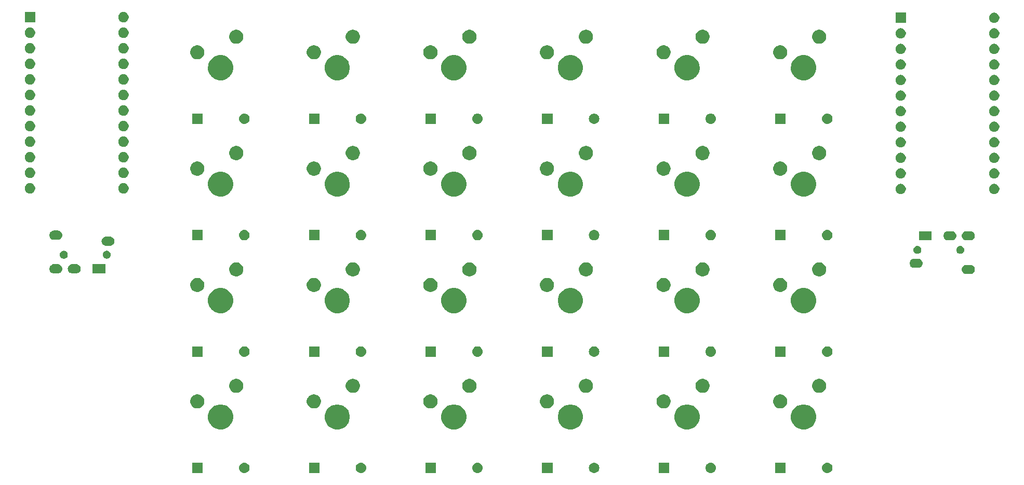
<source format=gts>
G04 #@! TF.GenerationSoftware,KiCad,Pcbnew,(5.0.2)-1*
G04 #@! TF.CreationDate,2019-02-28T20:13:41+09:00*
G04 #@! TF.ProjectId,Keyboard,4b657962-6f61-4726-942e-6b696361645f,rev?*
G04 #@! TF.SameCoordinates,Original*
G04 #@! TF.FileFunction,Soldermask,Top*
G04 #@! TF.FilePolarity,Negative*
%FSLAX46Y46*%
G04 Gerber Fmt 4.6, Leading zero omitted, Abs format (unit mm)*
G04 Created by KiCad (PCBNEW (5.0.2)-1) date 2019/02/28 20:13:41*
%MOMM*%
%LPD*%
G01*
G04 APERTURE LIST*
%ADD10C,0.100000*%
G04 APERTURE END LIST*
D10*
G36*
X136686821Y-78661313D02*
X136686824Y-78661314D01*
X136686825Y-78661314D01*
X136847239Y-78709975D01*
X136847241Y-78709976D01*
X136847244Y-78709977D01*
X136995078Y-78788995D01*
X137124659Y-78895341D01*
X137231005Y-79024922D01*
X137310023Y-79172756D01*
X137358687Y-79333179D01*
X137375117Y-79500000D01*
X137358687Y-79666821D01*
X137310023Y-79827244D01*
X137231005Y-79975078D01*
X137124659Y-80104659D01*
X136995078Y-80211005D01*
X136847244Y-80290023D01*
X136847241Y-80290024D01*
X136847239Y-80290025D01*
X136686825Y-80338686D01*
X136686824Y-80338686D01*
X136686821Y-80338687D01*
X136561804Y-80351000D01*
X136478196Y-80351000D01*
X136353179Y-80338687D01*
X136353176Y-80338686D01*
X136353175Y-80338686D01*
X136192761Y-80290025D01*
X136192759Y-80290024D01*
X136192756Y-80290023D01*
X136044922Y-80211005D01*
X135915341Y-80104659D01*
X135808995Y-79975078D01*
X135729977Y-79827244D01*
X135681313Y-79666821D01*
X135664883Y-79500000D01*
X135681313Y-79333179D01*
X135729977Y-79172756D01*
X135808995Y-79024922D01*
X135915341Y-78895341D01*
X136044922Y-78788995D01*
X136192756Y-78709977D01*
X136192759Y-78709976D01*
X136192761Y-78709975D01*
X136353175Y-78661314D01*
X136353176Y-78661314D01*
X136353179Y-78661313D01*
X136478196Y-78649000D01*
X136561804Y-78649000D01*
X136686821Y-78661313D01*
X136686821Y-78661313D01*
G37*
G36*
X129751000Y-80351000D02*
X128049000Y-80351000D01*
X128049000Y-78649000D01*
X129751000Y-78649000D01*
X129751000Y-80351000D01*
X129751000Y-80351000D01*
G37*
G36*
X117686821Y-78661313D02*
X117686824Y-78661314D01*
X117686825Y-78661314D01*
X117847239Y-78709975D01*
X117847241Y-78709976D01*
X117847244Y-78709977D01*
X117995078Y-78788995D01*
X118124659Y-78895341D01*
X118231005Y-79024922D01*
X118310023Y-79172756D01*
X118358687Y-79333179D01*
X118375117Y-79500000D01*
X118358687Y-79666821D01*
X118310023Y-79827244D01*
X118231005Y-79975078D01*
X118124659Y-80104659D01*
X117995078Y-80211005D01*
X117847244Y-80290023D01*
X117847241Y-80290024D01*
X117847239Y-80290025D01*
X117686825Y-80338686D01*
X117686824Y-80338686D01*
X117686821Y-80338687D01*
X117561804Y-80351000D01*
X117478196Y-80351000D01*
X117353179Y-80338687D01*
X117353176Y-80338686D01*
X117353175Y-80338686D01*
X117192761Y-80290025D01*
X117192759Y-80290024D01*
X117192756Y-80290023D01*
X117044922Y-80211005D01*
X116915341Y-80104659D01*
X116808995Y-79975078D01*
X116729977Y-79827244D01*
X116681313Y-79666821D01*
X116664883Y-79500000D01*
X116681313Y-79333179D01*
X116729977Y-79172756D01*
X116808995Y-79024922D01*
X116915341Y-78895341D01*
X117044922Y-78788995D01*
X117192756Y-78709977D01*
X117192759Y-78709976D01*
X117192761Y-78709975D01*
X117353175Y-78661314D01*
X117353176Y-78661314D01*
X117353179Y-78661313D01*
X117478196Y-78649000D01*
X117561804Y-78649000D01*
X117686821Y-78661313D01*
X117686821Y-78661313D01*
G37*
G36*
X110751000Y-80351000D02*
X109049000Y-80351000D01*
X109049000Y-78649000D01*
X110751000Y-78649000D01*
X110751000Y-80351000D01*
X110751000Y-80351000D01*
G37*
G36*
X91751000Y-80351000D02*
X90049000Y-80351000D01*
X90049000Y-78649000D01*
X91751000Y-78649000D01*
X91751000Y-80351000D01*
X91751000Y-80351000D01*
G37*
G36*
X98686821Y-78661313D02*
X98686824Y-78661314D01*
X98686825Y-78661314D01*
X98847239Y-78709975D01*
X98847241Y-78709976D01*
X98847244Y-78709977D01*
X98995078Y-78788995D01*
X99124659Y-78895341D01*
X99231005Y-79024922D01*
X99310023Y-79172756D01*
X99358687Y-79333179D01*
X99375117Y-79500000D01*
X99358687Y-79666821D01*
X99310023Y-79827244D01*
X99231005Y-79975078D01*
X99124659Y-80104659D01*
X98995078Y-80211005D01*
X98847244Y-80290023D01*
X98847241Y-80290024D01*
X98847239Y-80290025D01*
X98686825Y-80338686D01*
X98686824Y-80338686D01*
X98686821Y-80338687D01*
X98561804Y-80351000D01*
X98478196Y-80351000D01*
X98353179Y-80338687D01*
X98353176Y-80338686D01*
X98353175Y-80338686D01*
X98192761Y-80290025D01*
X98192759Y-80290024D01*
X98192756Y-80290023D01*
X98044922Y-80211005D01*
X97915341Y-80104659D01*
X97808995Y-79975078D01*
X97729977Y-79827244D01*
X97681313Y-79666821D01*
X97664883Y-79500000D01*
X97681313Y-79333179D01*
X97729977Y-79172756D01*
X97808995Y-79024922D01*
X97915341Y-78895341D01*
X98044922Y-78788995D01*
X98192756Y-78709977D01*
X98192759Y-78709976D01*
X98192761Y-78709975D01*
X98353175Y-78661314D01*
X98353176Y-78661314D01*
X98353179Y-78661313D01*
X98478196Y-78649000D01*
X98561804Y-78649000D01*
X98686821Y-78661313D01*
X98686821Y-78661313D01*
G37*
G36*
X79686821Y-78661313D02*
X79686824Y-78661314D01*
X79686825Y-78661314D01*
X79847239Y-78709975D01*
X79847241Y-78709976D01*
X79847244Y-78709977D01*
X79995078Y-78788995D01*
X80124659Y-78895341D01*
X80231005Y-79024922D01*
X80310023Y-79172756D01*
X80358687Y-79333179D01*
X80375117Y-79500000D01*
X80358687Y-79666821D01*
X80310023Y-79827244D01*
X80231005Y-79975078D01*
X80124659Y-80104659D01*
X79995078Y-80211005D01*
X79847244Y-80290023D01*
X79847241Y-80290024D01*
X79847239Y-80290025D01*
X79686825Y-80338686D01*
X79686824Y-80338686D01*
X79686821Y-80338687D01*
X79561804Y-80351000D01*
X79478196Y-80351000D01*
X79353179Y-80338687D01*
X79353176Y-80338686D01*
X79353175Y-80338686D01*
X79192761Y-80290025D01*
X79192759Y-80290024D01*
X79192756Y-80290023D01*
X79044922Y-80211005D01*
X78915341Y-80104659D01*
X78808995Y-79975078D01*
X78729977Y-79827244D01*
X78681313Y-79666821D01*
X78664883Y-79500000D01*
X78681313Y-79333179D01*
X78729977Y-79172756D01*
X78808995Y-79024922D01*
X78915341Y-78895341D01*
X79044922Y-78788995D01*
X79192756Y-78709977D01*
X79192759Y-78709976D01*
X79192761Y-78709975D01*
X79353175Y-78661314D01*
X79353176Y-78661314D01*
X79353179Y-78661313D01*
X79478196Y-78649000D01*
X79561804Y-78649000D01*
X79686821Y-78661313D01*
X79686821Y-78661313D01*
G37*
G36*
X72751000Y-80351000D02*
X71049000Y-80351000D01*
X71049000Y-78649000D01*
X72751000Y-78649000D01*
X72751000Y-80351000D01*
X72751000Y-80351000D01*
G37*
G36*
X34751000Y-80351000D02*
X33049000Y-80351000D01*
X33049000Y-78649000D01*
X34751000Y-78649000D01*
X34751000Y-80351000D01*
X34751000Y-80351000D01*
G37*
G36*
X41686821Y-78661313D02*
X41686824Y-78661314D01*
X41686825Y-78661314D01*
X41847239Y-78709975D01*
X41847241Y-78709976D01*
X41847244Y-78709977D01*
X41995078Y-78788995D01*
X42124659Y-78895341D01*
X42231005Y-79024922D01*
X42310023Y-79172756D01*
X42358687Y-79333179D01*
X42375117Y-79500000D01*
X42358687Y-79666821D01*
X42310023Y-79827244D01*
X42231005Y-79975078D01*
X42124659Y-80104659D01*
X41995078Y-80211005D01*
X41847244Y-80290023D01*
X41847241Y-80290024D01*
X41847239Y-80290025D01*
X41686825Y-80338686D01*
X41686824Y-80338686D01*
X41686821Y-80338687D01*
X41561804Y-80351000D01*
X41478196Y-80351000D01*
X41353179Y-80338687D01*
X41353176Y-80338686D01*
X41353175Y-80338686D01*
X41192761Y-80290025D01*
X41192759Y-80290024D01*
X41192756Y-80290023D01*
X41044922Y-80211005D01*
X40915341Y-80104659D01*
X40808995Y-79975078D01*
X40729977Y-79827244D01*
X40681313Y-79666821D01*
X40664883Y-79500000D01*
X40681313Y-79333179D01*
X40729977Y-79172756D01*
X40808995Y-79024922D01*
X40915341Y-78895341D01*
X41044922Y-78788995D01*
X41192756Y-78709977D01*
X41192759Y-78709976D01*
X41192761Y-78709975D01*
X41353175Y-78661314D01*
X41353176Y-78661314D01*
X41353179Y-78661313D01*
X41478196Y-78649000D01*
X41561804Y-78649000D01*
X41686821Y-78661313D01*
X41686821Y-78661313D01*
G37*
G36*
X60686821Y-78661313D02*
X60686824Y-78661314D01*
X60686825Y-78661314D01*
X60847239Y-78709975D01*
X60847241Y-78709976D01*
X60847244Y-78709977D01*
X60995078Y-78788995D01*
X61124659Y-78895341D01*
X61231005Y-79024922D01*
X61310023Y-79172756D01*
X61358687Y-79333179D01*
X61375117Y-79500000D01*
X61358687Y-79666821D01*
X61310023Y-79827244D01*
X61231005Y-79975078D01*
X61124659Y-80104659D01*
X60995078Y-80211005D01*
X60847244Y-80290023D01*
X60847241Y-80290024D01*
X60847239Y-80290025D01*
X60686825Y-80338686D01*
X60686824Y-80338686D01*
X60686821Y-80338687D01*
X60561804Y-80351000D01*
X60478196Y-80351000D01*
X60353179Y-80338687D01*
X60353176Y-80338686D01*
X60353175Y-80338686D01*
X60192761Y-80290025D01*
X60192759Y-80290024D01*
X60192756Y-80290023D01*
X60044922Y-80211005D01*
X59915341Y-80104659D01*
X59808995Y-79975078D01*
X59729977Y-79827244D01*
X59681313Y-79666821D01*
X59664883Y-79500000D01*
X59681313Y-79333179D01*
X59729977Y-79172756D01*
X59808995Y-79024922D01*
X59915341Y-78895341D01*
X60044922Y-78788995D01*
X60192756Y-78709977D01*
X60192759Y-78709976D01*
X60192761Y-78709975D01*
X60353175Y-78661314D01*
X60353176Y-78661314D01*
X60353179Y-78661313D01*
X60478196Y-78649000D01*
X60561804Y-78649000D01*
X60686821Y-78661313D01*
X60686821Y-78661313D01*
G37*
G36*
X53751000Y-80351000D02*
X52049000Y-80351000D01*
X52049000Y-78649000D01*
X53751000Y-78649000D01*
X53751000Y-80351000D01*
X53751000Y-80351000D01*
G37*
G36*
X133258252Y-69207818D02*
X133258254Y-69207819D01*
X133258255Y-69207819D01*
X133631513Y-69362427D01*
X133962905Y-69583857D01*
X133967439Y-69586886D01*
X134253114Y-69872561D01*
X134253116Y-69872564D01*
X134477573Y-70208487D01*
X134632181Y-70581745D01*
X134711000Y-70977994D01*
X134711000Y-71382006D01*
X134632181Y-71778255D01*
X134477573Y-72151513D01*
X134477572Y-72151514D01*
X134253114Y-72487439D01*
X133967439Y-72773114D01*
X133967436Y-72773116D01*
X133631513Y-72997573D01*
X133258255Y-73152181D01*
X133258254Y-73152181D01*
X133258252Y-73152182D01*
X132862007Y-73231000D01*
X132457993Y-73231000D01*
X132061748Y-73152182D01*
X132061746Y-73152181D01*
X132061745Y-73152181D01*
X131688487Y-72997573D01*
X131352564Y-72773116D01*
X131352561Y-72773114D01*
X131066886Y-72487439D01*
X130842428Y-72151514D01*
X130842427Y-72151513D01*
X130687819Y-71778255D01*
X130609000Y-71382006D01*
X130609000Y-70977994D01*
X130687819Y-70581745D01*
X130842427Y-70208487D01*
X131066884Y-69872564D01*
X131066886Y-69872561D01*
X131352561Y-69586886D01*
X131357095Y-69583857D01*
X131688487Y-69362427D01*
X132061745Y-69207819D01*
X132061746Y-69207819D01*
X132061748Y-69207818D01*
X132457993Y-69129000D01*
X132862007Y-69129000D01*
X133258252Y-69207818D01*
X133258252Y-69207818D01*
G37*
G36*
X95258252Y-69207818D02*
X95258254Y-69207819D01*
X95258255Y-69207819D01*
X95631513Y-69362427D01*
X95962905Y-69583857D01*
X95967439Y-69586886D01*
X96253114Y-69872561D01*
X96253116Y-69872564D01*
X96477573Y-70208487D01*
X96632181Y-70581745D01*
X96711000Y-70977994D01*
X96711000Y-71382006D01*
X96632181Y-71778255D01*
X96477573Y-72151513D01*
X96477572Y-72151514D01*
X96253114Y-72487439D01*
X95967439Y-72773114D01*
X95967436Y-72773116D01*
X95631513Y-72997573D01*
X95258255Y-73152181D01*
X95258254Y-73152181D01*
X95258252Y-73152182D01*
X94862007Y-73231000D01*
X94457993Y-73231000D01*
X94061748Y-73152182D01*
X94061746Y-73152181D01*
X94061745Y-73152181D01*
X93688487Y-72997573D01*
X93352564Y-72773116D01*
X93352561Y-72773114D01*
X93066886Y-72487439D01*
X92842428Y-72151514D01*
X92842427Y-72151513D01*
X92687819Y-71778255D01*
X92609000Y-71382006D01*
X92609000Y-70977994D01*
X92687819Y-70581745D01*
X92842427Y-70208487D01*
X93066884Y-69872564D01*
X93066886Y-69872561D01*
X93352561Y-69586886D01*
X93357095Y-69583857D01*
X93688487Y-69362427D01*
X94061745Y-69207819D01*
X94061746Y-69207819D01*
X94061748Y-69207818D01*
X94457993Y-69129000D01*
X94862007Y-69129000D01*
X95258252Y-69207818D01*
X95258252Y-69207818D01*
G37*
G36*
X76258252Y-69207818D02*
X76258254Y-69207819D01*
X76258255Y-69207819D01*
X76631513Y-69362427D01*
X76962905Y-69583857D01*
X76967439Y-69586886D01*
X77253114Y-69872561D01*
X77253116Y-69872564D01*
X77477573Y-70208487D01*
X77632181Y-70581745D01*
X77711000Y-70977994D01*
X77711000Y-71382006D01*
X77632181Y-71778255D01*
X77477573Y-72151513D01*
X77477572Y-72151514D01*
X77253114Y-72487439D01*
X76967439Y-72773114D01*
X76967436Y-72773116D01*
X76631513Y-72997573D01*
X76258255Y-73152181D01*
X76258254Y-73152181D01*
X76258252Y-73152182D01*
X75862007Y-73231000D01*
X75457993Y-73231000D01*
X75061748Y-73152182D01*
X75061746Y-73152181D01*
X75061745Y-73152181D01*
X74688487Y-72997573D01*
X74352564Y-72773116D01*
X74352561Y-72773114D01*
X74066886Y-72487439D01*
X73842428Y-72151514D01*
X73842427Y-72151513D01*
X73687819Y-71778255D01*
X73609000Y-71382006D01*
X73609000Y-70977994D01*
X73687819Y-70581745D01*
X73842427Y-70208487D01*
X74066884Y-69872564D01*
X74066886Y-69872561D01*
X74352561Y-69586886D01*
X74357095Y-69583857D01*
X74688487Y-69362427D01*
X75061745Y-69207819D01*
X75061746Y-69207819D01*
X75061748Y-69207818D01*
X75457993Y-69129000D01*
X75862007Y-69129000D01*
X76258252Y-69207818D01*
X76258252Y-69207818D01*
G37*
G36*
X114258252Y-69207818D02*
X114258254Y-69207819D01*
X114258255Y-69207819D01*
X114631513Y-69362427D01*
X114962905Y-69583857D01*
X114967439Y-69586886D01*
X115253114Y-69872561D01*
X115253116Y-69872564D01*
X115477573Y-70208487D01*
X115632181Y-70581745D01*
X115711000Y-70977994D01*
X115711000Y-71382006D01*
X115632181Y-71778255D01*
X115477573Y-72151513D01*
X115477572Y-72151514D01*
X115253114Y-72487439D01*
X114967439Y-72773114D01*
X114967436Y-72773116D01*
X114631513Y-72997573D01*
X114258255Y-73152181D01*
X114258254Y-73152181D01*
X114258252Y-73152182D01*
X113862007Y-73231000D01*
X113457993Y-73231000D01*
X113061748Y-73152182D01*
X113061746Y-73152181D01*
X113061745Y-73152181D01*
X112688487Y-72997573D01*
X112352564Y-72773116D01*
X112352561Y-72773114D01*
X112066886Y-72487439D01*
X111842428Y-72151514D01*
X111842427Y-72151513D01*
X111687819Y-71778255D01*
X111609000Y-71382006D01*
X111609000Y-70977994D01*
X111687819Y-70581745D01*
X111842427Y-70208487D01*
X112066884Y-69872564D01*
X112066886Y-69872561D01*
X112352561Y-69586886D01*
X112357095Y-69583857D01*
X112688487Y-69362427D01*
X113061745Y-69207819D01*
X113061746Y-69207819D01*
X113061748Y-69207818D01*
X113457993Y-69129000D01*
X113862007Y-69129000D01*
X114258252Y-69207818D01*
X114258252Y-69207818D01*
G37*
G36*
X57258252Y-69207818D02*
X57258254Y-69207819D01*
X57258255Y-69207819D01*
X57631513Y-69362427D01*
X57962905Y-69583857D01*
X57967439Y-69586886D01*
X58253114Y-69872561D01*
X58253116Y-69872564D01*
X58477573Y-70208487D01*
X58632181Y-70581745D01*
X58711000Y-70977994D01*
X58711000Y-71382006D01*
X58632181Y-71778255D01*
X58477573Y-72151513D01*
X58477572Y-72151514D01*
X58253114Y-72487439D01*
X57967439Y-72773114D01*
X57967436Y-72773116D01*
X57631513Y-72997573D01*
X57258255Y-73152181D01*
X57258254Y-73152181D01*
X57258252Y-73152182D01*
X56862007Y-73231000D01*
X56457993Y-73231000D01*
X56061748Y-73152182D01*
X56061746Y-73152181D01*
X56061745Y-73152181D01*
X55688487Y-72997573D01*
X55352564Y-72773116D01*
X55352561Y-72773114D01*
X55066886Y-72487439D01*
X54842428Y-72151514D01*
X54842427Y-72151513D01*
X54687819Y-71778255D01*
X54609000Y-71382006D01*
X54609000Y-70977994D01*
X54687819Y-70581745D01*
X54842427Y-70208487D01*
X55066884Y-69872564D01*
X55066886Y-69872561D01*
X55352561Y-69586886D01*
X55357095Y-69583857D01*
X55688487Y-69362427D01*
X56061745Y-69207819D01*
X56061746Y-69207819D01*
X56061748Y-69207818D01*
X56457993Y-69129000D01*
X56862007Y-69129000D01*
X57258252Y-69207818D01*
X57258252Y-69207818D01*
G37*
G36*
X38258252Y-69207818D02*
X38258254Y-69207819D01*
X38258255Y-69207819D01*
X38631513Y-69362427D01*
X38962905Y-69583857D01*
X38967439Y-69586886D01*
X39253114Y-69872561D01*
X39253116Y-69872564D01*
X39477573Y-70208487D01*
X39632181Y-70581745D01*
X39711000Y-70977994D01*
X39711000Y-71382006D01*
X39632181Y-71778255D01*
X39477573Y-72151513D01*
X39477572Y-72151514D01*
X39253114Y-72487439D01*
X38967439Y-72773114D01*
X38967436Y-72773116D01*
X38631513Y-72997573D01*
X38258255Y-73152181D01*
X38258254Y-73152181D01*
X38258252Y-73152182D01*
X37862007Y-73231000D01*
X37457993Y-73231000D01*
X37061748Y-73152182D01*
X37061746Y-73152181D01*
X37061745Y-73152181D01*
X36688487Y-72997573D01*
X36352564Y-72773116D01*
X36352561Y-72773114D01*
X36066886Y-72487439D01*
X35842428Y-72151514D01*
X35842427Y-72151513D01*
X35687819Y-71778255D01*
X35609000Y-71382006D01*
X35609000Y-70977994D01*
X35687819Y-70581745D01*
X35842427Y-70208487D01*
X36066884Y-69872564D01*
X36066886Y-69872561D01*
X36352561Y-69586886D01*
X36357095Y-69583857D01*
X36688487Y-69362427D01*
X37061745Y-69207819D01*
X37061746Y-69207819D01*
X37061748Y-69207818D01*
X37457993Y-69129000D01*
X37862007Y-69129000D01*
X38258252Y-69207818D01*
X38258252Y-69207818D01*
G37*
G36*
X53185734Y-67533232D02*
X53395202Y-67619996D01*
X53583723Y-67745962D01*
X53744038Y-67906277D01*
X53870004Y-68094798D01*
X53956768Y-68304266D01*
X54001000Y-68526635D01*
X54001000Y-68753365D01*
X53956768Y-68975734D01*
X53870004Y-69185202D01*
X53744038Y-69373723D01*
X53583723Y-69534038D01*
X53395202Y-69660004D01*
X53185734Y-69746768D01*
X52963365Y-69791000D01*
X52736635Y-69791000D01*
X52514266Y-69746768D01*
X52304798Y-69660004D01*
X52116277Y-69534038D01*
X51955962Y-69373723D01*
X51829996Y-69185202D01*
X51743232Y-68975734D01*
X51699000Y-68753365D01*
X51699000Y-68526635D01*
X51743232Y-68304266D01*
X51829996Y-68094798D01*
X51955962Y-67906277D01*
X52116277Y-67745962D01*
X52304798Y-67619996D01*
X52514266Y-67533232D01*
X52736635Y-67489000D01*
X52963365Y-67489000D01*
X53185734Y-67533232D01*
X53185734Y-67533232D01*
G37*
G36*
X34185734Y-67533232D02*
X34395202Y-67619996D01*
X34583723Y-67745962D01*
X34744038Y-67906277D01*
X34870004Y-68094798D01*
X34956768Y-68304266D01*
X35001000Y-68526635D01*
X35001000Y-68753365D01*
X34956768Y-68975734D01*
X34870004Y-69185202D01*
X34744038Y-69373723D01*
X34583723Y-69534038D01*
X34395202Y-69660004D01*
X34185734Y-69746768D01*
X33963365Y-69791000D01*
X33736635Y-69791000D01*
X33514266Y-69746768D01*
X33304798Y-69660004D01*
X33116277Y-69534038D01*
X32955962Y-69373723D01*
X32829996Y-69185202D01*
X32743232Y-68975734D01*
X32699000Y-68753365D01*
X32699000Y-68526635D01*
X32743232Y-68304266D01*
X32829996Y-68094798D01*
X32955962Y-67906277D01*
X33116277Y-67745962D01*
X33304798Y-67619996D01*
X33514266Y-67533232D01*
X33736635Y-67489000D01*
X33963365Y-67489000D01*
X34185734Y-67533232D01*
X34185734Y-67533232D01*
G37*
G36*
X72185734Y-67533232D02*
X72395202Y-67619996D01*
X72583723Y-67745962D01*
X72744038Y-67906277D01*
X72870004Y-68094798D01*
X72956768Y-68304266D01*
X73001000Y-68526635D01*
X73001000Y-68753365D01*
X72956768Y-68975734D01*
X72870004Y-69185202D01*
X72744038Y-69373723D01*
X72583723Y-69534038D01*
X72395202Y-69660004D01*
X72185734Y-69746768D01*
X71963365Y-69791000D01*
X71736635Y-69791000D01*
X71514266Y-69746768D01*
X71304798Y-69660004D01*
X71116277Y-69534038D01*
X70955962Y-69373723D01*
X70829996Y-69185202D01*
X70743232Y-68975734D01*
X70699000Y-68753365D01*
X70699000Y-68526635D01*
X70743232Y-68304266D01*
X70829996Y-68094798D01*
X70955962Y-67906277D01*
X71116277Y-67745962D01*
X71304798Y-67619996D01*
X71514266Y-67533232D01*
X71736635Y-67489000D01*
X71963365Y-67489000D01*
X72185734Y-67533232D01*
X72185734Y-67533232D01*
G37*
G36*
X110185734Y-67533232D02*
X110395202Y-67619996D01*
X110583723Y-67745962D01*
X110744038Y-67906277D01*
X110870004Y-68094798D01*
X110956768Y-68304266D01*
X111001000Y-68526635D01*
X111001000Y-68753365D01*
X110956768Y-68975734D01*
X110870004Y-69185202D01*
X110744038Y-69373723D01*
X110583723Y-69534038D01*
X110395202Y-69660004D01*
X110185734Y-69746768D01*
X109963365Y-69791000D01*
X109736635Y-69791000D01*
X109514266Y-69746768D01*
X109304798Y-69660004D01*
X109116277Y-69534038D01*
X108955962Y-69373723D01*
X108829996Y-69185202D01*
X108743232Y-68975734D01*
X108699000Y-68753365D01*
X108699000Y-68526635D01*
X108743232Y-68304266D01*
X108829996Y-68094798D01*
X108955962Y-67906277D01*
X109116277Y-67745962D01*
X109304798Y-67619996D01*
X109514266Y-67533232D01*
X109736635Y-67489000D01*
X109963365Y-67489000D01*
X110185734Y-67533232D01*
X110185734Y-67533232D01*
G37*
G36*
X91185734Y-67533232D02*
X91395202Y-67619996D01*
X91583723Y-67745962D01*
X91744038Y-67906277D01*
X91870004Y-68094798D01*
X91956768Y-68304266D01*
X92001000Y-68526635D01*
X92001000Y-68753365D01*
X91956768Y-68975734D01*
X91870004Y-69185202D01*
X91744038Y-69373723D01*
X91583723Y-69534038D01*
X91395202Y-69660004D01*
X91185734Y-69746768D01*
X90963365Y-69791000D01*
X90736635Y-69791000D01*
X90514266Y-69746768D01*
X90304798Y-69660004D01*
X90116277Y-69534038D01*
X89955962Y-69373723D01*
X89829996Y-69185202D01*
X89743232Y-68975734D01*
X89699000Y-68753365D01*
X89699000Y-68526635D01*
X89743232Y-68304266D01*
X89829996Y-68094798D01*
X89955962Y-67906277D01*
X90116277Y-67745962D01*
X90304798Y-67619996D01*
X90514266Y-67533232D01*
X90736635Y-67489000D01*
X90963365Y-67489000D01*
X91185734Y-67533232D01*
X91185734Y-67533232D01*
G37*
G36*
X129185734Y-67533232D02*
X129395202Y-67619996D01*
X129583723Y-67745962D01*
X129744038Y-67906277D01*
X129870004Y-68094798D01*
X129956768Y-68304266D01*
X130001000Y-68526635D01*
X130001000Y-68753365D01*
X129956768Y-68975734D01*
X129870004Y-69185202D01*
X129744038Y-69373723D01*
X129583723Y-69534038D01*
X129395202Y-69660004D01*
X129185734Y-69746768D01*
X128963365Y-69791000D01*
X128736635Y-69791000D01*
X128514266Y-69746768D01*
X128304798Y-69660004D01*
X128116277Y-69534038D01*
X127955962Y-69373723D01*
X127829996Y-69185202D01*
X127743232Y-68975734D01*
X127699000Y-68753365D01*
X127699000Y-68526635D01*
X127743232Y-68304266D01*
X127829996Y-68094798D01*
X127955962Y-67906277D01*
X128116277Y-67745962D01*
X128304798Y-67619996D01*
X128514266Y-67533232D01*
X128736635Y-67489000D01*
X128963365Y-67489000D01*
X129185734Y-67533232D01*
X129185734Y-67533232D01*
G37*
G36*
X135535734Y-64993232D02*
X135745202Y-65079996D01*
X135933723Y-65205962D01*
X136094038Y-65366277D01*
X136220004Y-65554798D01*
X136306768Y-65764266D01*
X136351000Y-65986635D01*
X136351000Y-66213365D01*
X136306768Y-66435734D01*
X136220004Y-66645202D01*
X136094038Y-66833723D01*
X135933723Y-66994038D01*
X135745202Y-67120004D01*
X135535734Y-67206768D01*
X135313365Y-67251000D01*
X135086635Y-67251000D01*
X134864266Y-67206768D01*
X134654798Y-67120004D01*
X134466277Y-66994038D01*
X134305962Y-66833723D01*
X134179996Y-66645202D01*
X134093232Y-66435734D01*
X134049000Y-66213365D01*
X134049000Y-65986635D01*
X134093232Y-65764266D01*
X134179996Y-65554798D01*
X134305962Y-65366277D01*
X134466277Y-65205962D01*
X134654798Y-65079996D01*
X134864266Y-64993232D01*
X135086635Y-64949000D01*
X135313365Y-64949000D01*
X135535734Y-64993232D01*
X135535734Y-64993232D01*
G37*
G36*
X78535734Y-64993232D02*
X78745202Y-65079996D01*
X78933723Y-65205962D01*
X79094038Y-65366277D01*
X79220004Y-65554798D01*
X79306768Y-65764266D01*
X79351000Y-65986635D01*
X79351000Y-66213365D01*
X79306768Y-66435734D01*
X79220004Y-66645202D01*
X79094038Y-66833723D01*
X78933723Y-66994038D01*
X78745202Y-67120004D01*
X78535734Y-67206768D01*
X78313365Y-67251000D01*
X78086635Y-67251000D01*
X77864266Y-67206768D01*
X77654798Y-67120004D01*
X77466277Y-66994038D01*
X77305962Y-66833723D01*
X77179996Y-66645202D01*
X77093232Y-66435734D01*
X77049000Y-66213365D01*
X77049000Y-65986635D01*
X77093232Y-65764266D01*
X77179996Y-65554798D01*
X77305962Y-65366277D01*
X77466277Y-65205962D01*
X77654798Y-65079996D01*
X77864266Y-64993232D01*
X78086635Y-64949000D01*
X78313365Y-64949000D01*
X78535734Y-64993232D01*
X78535734Y-64993232D01*
G37*
G36*
X116535734Y-64993232D02*
X116745202Y-65079996D01*
X116933723Y-65205962D01*
X117094038Y-65366277D01*
X117220004Y-65554798D01*
X117306768Y-65764266D01*
X117351000Y-65986635D01*
X117351000Y-66213365D01*
X117306768Y-66435734D01*
X117220004Y-66645202D01*
X117094038Y-66833723D01*
X116933723Y-66994038D01*
X116745202Y-67120004D01*
X116535734Y-67206768D01*
X116313365Y-67251000D01*
X116086635Y-67251000D01*
X115864266Y-67206768D01*
X115654798Y-67120004D01*
X115466277Y-66994038D01*
X115305962Y-66833723D01*
X115179996Y-66645202D01*
X115093232Y-66435734D01*
X115049000Y-66213365D01*
X115049000Y-65986635D01*
X115093232Y-65764266D01*
X115179996Y-65554798D01*
X115305962Y-65366277D01*
X115466277Y-65205962D01*
X115654798Y-65079996D01*
X115864266Y-64993232D01*
X116086635Y-64949000D01*
X116313365Y-64949000D01*
X116535734Y-64993232D01*
X116535734Y-64993232D01*
G37*
G36*
X97535734Y-64993232D02*
X97745202Y-65079996D01*
X97933723Y-65205962D01*
X98094038Y-65366277D01*
X98220004Y-65554798D01*
X98306768Y-65764266D01*
X98351000Y-65986635D01*
X98351000Y-66213365D01*
X98306768Y-66435734D01*
X98220004Y-66645202D01*
X98094038Y-66833723D01*
X97933723Y-66994038D01*
X97745202Y-67120004D01*
X97535734Y-67206768D01*
X97313365Y-67251000D01*
X97086635Y-67251000D01*
X96864266Y-67206768D01*
X96654798Y-67120004D01*
X96466277Y-66994038D01*
X96305962Y-66833723D01*
X96179996Y-66645202D01*
X96093232Y-66435734D01*
X96049000Y-66213365D01*
X96049000Y-65986635D01*
X96093232Y-65764266D01*
X96179996Y-65554798D01*
X96305962Y-65366277D01*
X96466277Y-65205962D01*
X96654798Y-65079996D01*
X96864266Y-64993232D01*
X97086635Y-64949000D01*
X97313365Y-64949000D01*
X97535734Y-64993232D01*
X97535734Y-64993232D01*
G37*
G36*
X59535734Y-64993232D02*
X59745202Y-65079996D01*
X59933723Y-65205962D01*
X60094038Y-65366277D01*
X60220004Y-65554798D01*
X60306768Y-65764266D01*
X60351000Y-65986635D01*
X60351000Y-66213365D01*
X60306768Y-66435734D01*
X60220004Y-66645202D01*
X60094038Y-66833723D01*
X59933723Y-66994038D01*
X59745202Y-67120004D01*
X59535734Y-67206768D01*
X59313365Y-67251000D01*
X59086635Y-67251000D01*
X58864266Y-67206768D01*
X58654798Y-67120004D01*
X58466277Y-66994038D01*
X58305962Y-66833723D01*
X58179996Y-66645202D01*
X58093232Y-66435734D01*
X58049000Y-66213365D01*
X58049000Y-65986635D01*
X58093232Y-65764266D01*
X58179996Y-65554798D01*
X58305962Y-65366277D01*
X58466277Y-65205962D01*
X58654798Y-65079996D01*
X58864266Y-64993232D01*
X59086635Y-64949000D01*
X59313365Y-64949000D01*
X59535734Y-64993232D01*
X59535734Y-64993232D01*
G37*
G36*
X40535734Y-64993232D02*
X40745202Y-65079996D01*
X40933723Y-65205962D01*
X41094038Y-65366277D01*
X41220004Y-65554798D01*
X41306768Y-65764266D01*
X41351000Y-65986635D01*
X41351000Y-66213365D01*
X41306768Y-66435734D01*
X41220004Y-66645202D01*
X41094038Y-66833723D01*
X40933723Y-66994038D01*
X40745202Y-67120004D01*
X40535734Y-67206768D01*
X40313365Y-67251000D01*
X40086635Y-67251000D01*
X39864266Y-67206768D01*
X39654798Y-67120004D01*
X39466277Y-66994038D01*
X39305962Y-66833723D01*
X39179996Y-66645202D01*
X39093232Y-66435734D01*
X39049000Y-66213365D01*
X39049000Y-65986635D01*
X39093232Y-65764266D01*
X39179996Y-65554798D01*
X39305962Y-65366277D01*
X39466277Y-65205962D01*
X39654798Y-65079996D01*
X39864266Y-64993232D01*
X40086635Y-64949000D01*
X40313365Y-64949000D01*
X40535734Y-64993232D01*
X40535734Y-64993232D01*
G37*
G36*
X98686821Y-59661313D02*
X98686824Y-59661314D01*
X98686825Y-59661314D01*
X98847239Y-59709975D01*
X98847241Y-59709976D01*
X98847244Y-59709977D01*
X98995078Y-59788995D01*
X99124659Y-59895341D01*
X99231005Y-60024922D01*
X99310023Y-60172756D01*
X99358687Y-60333179D01*
X99375117Y-60500000D01*
X99358687Y-60666821D01*
X99310023Y-60827244D01*
X99231005Y-60975078D01*
X99124659Y-61104659D01*
X98995078Y-61211005D01*
X98847244Y-61290023D01*
X98847241Y-61290024D01*
X98847239Y-61290025D01*
X98686825Y-61338686D01*
X98686824Y-61338686D01*
X98686821Y-61338687D01*
X98561804Y-61351000D01*
X98478196Y-61351000D01*
X98353179Y-61338687D01*
X98353176Y-61338686D01*
X98353175Y-61338686D01*
X98192761Y-61290025D01*
X98192759Y-61290024D01*
X98192756Y-61290023D01*
X98044922Y-61211005D01*
X97915341Y-61104659D01*
X97808995Y-60975078D01*
X97729977Y-60827244D01*
X97681313Y-60666821D01*
X97664883Y-60500000D01*
X97681313Y-60333179D01*
X97729977Y-60172756D01*
X97808995Y-60024922D01*
X97915341Y-59895341D01*
X98044922Y-59788995D01*
X98192756Y-59709977D01*
X98192759Y-59709976D01*
X98192761Y-59709975D01*
X98353175Y-59661314D01*
X98353176Y-59661314D01*
X98353179Y-59661313D01*
X98478196Y-59649000D01*
X98561804Y-59649000D01*
X98686821Y-59661313D01*
X98686821Y-59661313D01*
G37*
G36*
X79686821Y-59661313D02*
X79686824Y-59661314D01*
X79686825Y-59661314D01*
X79847239Y-59709975D01*
X79847241Y-59709976D01*
X79847244Y-59709977D01*
X79995078Y-59788995D01*
X80124659Y-59895341D01*
X80231005Y-60024922D01*
X80310023Y-60172756D01*
X80358687Y-60333179D01*
X80375117Y-60500000D01*
X80358687Y-60666821D01*
X80310023Y-60827244D01*
X80231005Y-60975078D01*
X80124659Y-61104659D01*
X79995078Y-61211005D01*
X79847244Y-61290023D01*
X79847241Y-61290024D01*
X79847239Y-61290025D01*
X79686825Y-61338686D01*
X79686824Y-61338686D01*
X79686821Y-61338687D01*
X79561804Y-61351000D01*
X79478196Y-61351000D01*
X79353179Y-61338687D01*
X79353176Y-61338686D01*
X79353175Y-61338686D01*
X79192761Y-61290025D01*
X79192759Y-61290024D01*
X79192756Y-61290023D01*
X79044922Y-61211005D01*
X78915341Y-61104659D01*
X78808995Y-60975078D01*
X78729977Y-60827244D01*
X78681313Y-60666821D01*
X78664883Y-60500000D01*
X78681313Y-60333179D01*
X78729977Y-60172756D01*
X78808995Y-60024922D01*
X78915341Y-59895341D01*
X79044922Y-59788995D01*
X79192756Y-59709977D01*
X79192759Y-59709976D01*
X79192761Y-59709975D01*
X79353175Y-59661314D01*
X79353176Y-59661314D01*
X79353179Y-59661313D01*
X79478196Y-59649000D01*
X79561804Y-59649000D01*
X79686821Y-59661313D01*
X79686821Y-59661313D01*
G37*
G36*
X72751000Y-61351000D02*
X71049000Y-61351000D01*
X71049000Y-59649000D01*
X72751000Y-59649000D01*
X72751000Y-61351000D01*
X72751000Y-61351000D01*
G37*
G36*
X117686821Y-59661313D02*
X117686824Y-59661314D01*
X117686825Y-59661314D01*
X117847239Y-59709975D01*
X117847241Y-59709976D01*
X117847244Y-59709977D01*
X117995078Y-59788995D01*
X118124659Y-59895341D01*
X118231005Y-60024922D01*
X118310023Y-60172756D01*
X118358687Y-60333179D01*
X118375117Y-60500000D01*
X118358687Y-60666821D01*
X118310023Y-60827244D01*
X118231005Y-60975078D01*
X118124659Y-61104659D01*
X117995078Y-61211005D01*
X117847244Y-61290023D01*
X117847241Y-61290024D01*
X117847239Y-61290025D01*
X117686825Y-61338686D01*
X117686824Y-61338686D01*
X117686821Y-61338687D01*
X117561804Y-61351000D01*
X117478196Y-61351000D01*
X117353179Y-61338687D01*
X117353176Y-61338686D01*
X117353175Y-61338686D01*
X117192761Y-61290025D01*
X117192759Y-61290024D01*
X117192756Y-61290023D01*
X117044922Y-61211005D01*
X116915341Y-61104659D01*
X116808995Y-60975078D01*
X116729977Y-60827244D01*
X116681313Y-60666821D01*
X116664883Y-60500000D01*
X116681313Y-60333179D01*
X116729977Y-60172756D01*
X116808995Y-60024922D01*
X116915341Y-59895341D01*
X117044922Y-59788995D01*
X117192756Y-59709977D01*
X117192759Y-59709976D01*
X117192761Y-59709975D01*
X117353175Y-59661314D01*
X117353176Y-59661314D01*
X117353179Y-59661313D01*
X117478196Y-59649000D01*
X117561804Y-59649000D01*
X117686821Y-59661313D01*
X117686821Y-59661313D01*
G37*
G36*
X110751000Y-61351000D02*
X109049000Y-61351000D01*
X109049000Y-59649000D01*
X110751000Y-59649000D01*
X110751000Y-61351000D01*
X110751000Y-61351000D01*
G37*
G36*
X53751000Y-61351000D02*
X52049000Y-61351000D01*
X52049000Y-59649000D01*
X53751000Y-59649000D01*
X53751000Y-61351000D01*
X53751000Y-61351000D01*
G37*
G36*
X60686821Y-59661313D02*
X60686824Y-59661314D01*
X60686825Y-59661314D01*
X60847239Y-59709975D01*
X60847241Y-59709976D01*
X60847244Y-59709977D01*
X60995078Y-59788995D01*
X61124659Y-59895341D01*
X61231005Y-60024922D01*
X61310023Y-60172756D01*
X61358687Y-60333179D01*
X61375117Y-60500000D01*
X61358687Y-60666821D01*
X61310023Y-60827244D01*
X61231005Y-60975078D01*
X61124659Y-61104659D01*
X60995078Y-61211005D01*
X60847244Y-61290023D01*
X60847241Y-61290024D01*
X60847239Y-61290025D01*
X60686825Y-61338686D01*
X60686824Y-61338686D01*
X60686821Y-61338687D01*
X60561804Y-61351000D01*
X60478196Y-61351000D01*
X60353179Y-61338687D01*
X60353176Y-61338686D01*
X60353175Y-61338686D01*
X60192761Y-61290025D01*
X60192759Y-61290024D01*
X60192756Y-61290023D01*
X60044922Y-61211005D01*
X59915341Y-61104659D01*
X59808995Y-60975078D01*
X59729977Y-60827244D01*
X59681313Y-60666821D01*
X59664883Y-60500000D01*
X59681313Y-60333179D01*
X59729977Y-60172756D01*
X59808995Y-60024922D01*
X59915341Y-59895341D01*
X60044922Y-59788995D01*
X60192756Y-59709977D01*
X60192759Y-59709976D01*
X60192761Y-59709975D01*
X60353175Y-59661314D01*
X60353176Y-59661314D01*
X60353179Y-59661313D01*
X60478196Y-59649000D01*
X60561804Y-59649000D01*
X60686821Y-59661313D01*
X60686821Y-59661313D01*
G37*
G36*
X136686821Y-59661313D02*
X136686824Y-59661314D01*
X136686825Y-59661314D01*
X136847239Y-59709975D01*
X136847241Y-59709976D01*
X136847244Y-59709977D01*
X136995078Y-59788995D01*
X137124659Y-59895341D01*
X137231005Y-60024922D01*
X137310023Y-60172756D01*
X137358687Y-60333179D01*
X137375117Y-60500000D01*
X137358687Y-60666821D01*
X137310023Y-60827244D01*
X137231005Y-60975078D01*
X137124659Y-61104659D01*
X136995078Y-61211005D01*
X136847244Y-61290023D01*
X136847241Y-61290024D01*
X136847239Y-61290025D01*
X136686825Y-61338686D01*
X136686824Y-61338686D01*
X136686821Y-61338687D01*
X136561804Y-61351000D01*
X136478196Y-61351000D01*
X136353179Y-61338687D01*
X136353176Y-61338686D01*
X136353175Y-61338686D01*
X136192761Y-61290025D01*
X136192759Y-61290024D01*
X136192756Y-61290023D01*
X136044922Y-61211005D01*
X135915341Y-61104659D01*
X135808995Y-60975078D01*
X135729977Y-60827244D01*
X135681313Y-60666821D01*
X135664883Y-60500000D01*
X135681313Y-60333179D01*
X135729977Y-60172756D01*
X135808995Y-60024922D01*
X135915341Y-59895341D01*
X136044922Y-59788995D01*
X136192756Y-59709977D01*
X136192759Y-59709976D01*
X136192761Y-59709975D01*
X136353175Y-59661314D01*
X136353176Y-59661314D01*
X136353179Y-59661313D01*
X136478196Y-59649000D01*
X136561804Y-59649000D01*
X136686821Y-59661313D01*
X136686821Y-59661313D01*
G37*
G36*
X91751000Y-61351000D02*
X90049000Y-61351000D01*
X90049000Y-59649000D01*
X91751000Y-59649000D01*
X91751000Y-61351000D01*
X91751000Y-61351000D01*
G37*
G36*
X34751000Y-61351000D02*
X33049000Y-61351000D01*
X33049000Y-59649000D01*
X34751000Y-59649000D01*
X34751000Y-61351000D01*
X34751000Y-61351000D01*
G37*
G36*
X41686821Y-59661313D02*
X41686824Y-59661314D01*
X41686825Y-59661314D01*
X41847239Y-59709975D01*
X41847241Y-59709976D01*
X41847244Y-59709977D01*
X41995078Y-59788995D01*
X42124659Y-59895341D01*
X42231005Y-60024922D01*
X42310023Y-60172756D01*
X42358687Y-60333179D01*
X42375117Y-60500000D01*
X42358687Y-60666821D01*
X42310023Y-60827244D01*
X42231005Y-60975078D01*
X42124659Y-61104659D01*
X41995078Y-61211005D01*
X41847244Y-61290023D01*
X41847241Y-61290024D01*
X41847239Y-61290025D01*
X41686825Y-61338686D01*
X41686824Y-61338686D01*
X41686821Y-61338687D01*
X41561804Y-61351000D01*
X41478196Y-61351000D01*
X41353179Y-61338687D01*
X41353176Y-61338686D01*
X41353175Y-61338686D01*
X41192761Y-61290025D01*
X41192759Y-61290024D01*
X41192756Y-61290023D01*
X41044922Y-61211005D01*
X40915341Y-61104659D01*
X40808995Y-60975078D01*
X40729977Y-60827244D01*
X40681313Y-60666821D01*
X40664883Y-60500000D01*
X40681313Y-60333179D01*
X40729977Y-60172756D01*
X40808995Y-60024922D01*
X40915341Y-59895341D01*
X41044922Y-59788995D01*
X41192756Y-59709977D01*
X41192759Y-59709976D01*
X41192761Y-59709975D01*
X41353175Y-59661314D01*
X41353176Y-59661314D01*
X41353179Y-59661313D01*
X41478196Y-59649000D01*
X41561804Y-59649000D01*
X41686821Y-59661313D01*
X41686821Y-59661313D01*
G37*
G36*
X129751000Y-61351000D02*
X128049000Y-61351000D01*
X128049000Y-59649000D01*
X129751000Y-59649000D01*
X129751000Y-61351000D01*
X129751000Y-61351000D01*
G37*
G36*
X76258252Y-50207818D02*
X76258254Y-50207819D01*
X76258255Y-50207819D01*
X76631513Y-50362427D01*
X76962905Y-50583857D01*
X76967439Y-50586886D01*
X77253114Y-50872561D01*
X77253116Y-50872564D01*
X77477573Y-51208487D01*
X77632181Y-51581745D01*
X77711000Y-51977994D01*
X77711000Y-52382006D01*
X77632181Y-52778255D01*
X77477573Y-53151513D01*
X77477572Y-53151514D01*
X77253114Y-53487439D01*
X76967439Y-53773114D01*
X76967436Y-53773116D01*
X76631513Y-53997573D01*
X76258255Y-54152181D01*
X76258254Y-54152181D01*
X76258252Y-54152182D01*
X75862007Y-54231000D01*
X75457993Y-54231000D01*
X75061748Y-54152182D01*
X75061746Y-54152181D01*
X75061745Y-54152181D01*
X74688487Y-53997573D01*
X74352564Y-53773116D01*
X74352561Y-53773114D01*
X74066886Y-53487439D01*
X73842428Y-53151514D01*
X73842427Y-53151513D01*
X73687819Y-52778255D01*
X73609000Y-52382006D01*
X73609000Y-51977994D01*
X73687819Y-51581745D01*
X73842427Y-51208487D01*
X74066884Y-50872564D01*
X74066886Y-50872561D01*
X74352561Y-50586886D01*
X74357095Y-50583857D01*
X74688487Y-50362427D01*
X75061745Y-50207819D01*
X75061746Y-50207819D01*
X75061748Y-50207818D01*
X75457993Y-50129000D01*
X75862007Y-50129000D01*
X76258252Y-50207818D01*
X76258252Y-50207818D01*
G37*
G36*
X133258252Y-50207818D02*
X133258254Y-50207819D01*
X133258255Y-50207819D01*
X133631513Y-50362427D01*
X133962905Y-50583857D01*
X133967439Y-50586886D01*
X134253114Y-50872561D01*
X134253116Y-50872564D01*
X134477573Y-51208487D01*
X134632181Y-51581745D01*
X134711000Y-51977994D01*
X134711000Y-52382006D01*
X134632181Y-52778255D01*
X134477573Y-53151513D01*
X134477572Y-53151514D01*
X134253114Y-53487439D01*
X133967439Y-53773114D01*
X133967436Y-53773116D01*
X133631513Y-53997573D01*
X133258255Y-54152181D01*
X133258254Y-54152181D01*
X133258252Y-54152182D01*
X132862007Y-54231000D01*
X132457993Y-54231000D01*
X132061748Y-54152182D01*
X132061746Y-54152181D01*
X132061745Y-54152181D01*
X131688487Y-53997573D01*
X131352564Y-53773116D01*
X131352561Y-53773114D01*
X131066886Y-53487439D01*
X130842428Y-53151514D01*
X130842427Y-53151513D01*
X130687819Y-52778255D01*
X130609000Y-52382006D01*
X130609000Y-51977994D01*
X130687819Y-51581745D01*
X130842427Y-51208487D01*
X131066884Y-50872564D01*
X131066886Y-50872561D01*
X131352561Y-50586886D01*
X131357095Y-50583857D01*
X131688487Y-50362427D01*
X132061745Y-50207819D01*
X132061746Y-50207819D01*
X132061748Y-50207818D01*
X132457993Y-50129000D01*
X132862007Y-50129000D01*
X133258252Y-50207818D01*
X133258252Y-50207818D01*
G37*
G36*
X38258252Y-50207818D02*
X38258254Y-50207819D01*
X38258255Y-50207819D01*
X38631513Y-50362427D01*
X38962905Y-50583857D01*
X38967439Y-50586886D01*
X39253114Y-50872561D01*
X39253116Y-50872564D01*
X39477573Y-51208487D01*
X39632181Y-51581745D01*
X39711000Y-51977994D01*
X39711000Y-52382006D01*
X39632181Y-52778255D01*
X39477573Y-53151513D01*
X39477572Y-53151514D01*
X39253114Y-53487439D01*
X38967439Y-53773114D01*
X38967436Y-53773116D01*
X38631513Y-53997573D01*
X38258255Y-54152181D01*
X38258254Y-54152181D01*
X38258252Y-54152182D01*
X37862007Y-54231000D01*
X37457993Y-54231000D01*
X37061748Y-54152182D01*
X37061746Y-54152181D01*
X37061745Y-54152181D01*
X36688487Y-53997573D01*
X36352564Y-53773116D01*
X36352561Y-53773114D01*
X36066886Y-53487439D01*
X35842428Y-53151514D01*
X35842427Y-53151513D01*
X35687819Y-52778255D01*
X35609000Y-52382006D01*
X35609000Y-51977994D01*
X35687819Y-51581745D01*
X35842427Y-51208487D01*
X36066884Y-50872564D01*
X36066886Y-50872561D01*
X36352561Y-50586886D01*
X36357095Y-50583857D01*
X36688487Y-50362427D01*
X37061745Y-50207819D01*
X37061746Y-50207819D01*
X37061748Y-50207818D01*
X37457993Y-50129000D01*
X37862007Y-50129000D01*
X38258252Y-50207818D01*
X38258252Y-50207818D01*
G37*
G36*
X114258252Y-50207818D02*
X114258254Y-50207819D01*
X114258255Y-50207819D01*
X114631513Y-50362427D01*
X114962905Y-50583857D01*
X114967439Y-50586886D01*
X115253114Y-50872561D01*
X115253116Y-50872564D01*
X115477573Y-51208487D01*
X115632181Y-51581745D01*
X115711000Y-51977994D01*
X115711000Y-52382006D01*
X115632181Y-52778255D01*
X115477573Y-53151513D01*
X115477572Y-53151514D01*
X115253114Y-53487439D01*
X114967439Y-53773114D01*
X114967436Y-53773116D01*
X114631513Y-53997573D01*
X114258255Y-54152181D01*
X114258254Y-54152181D01*
X114258252Y-54152182D01*
X113862007Y-54231000D01*
X113457993Y-54231000D01*
X113061748Y-54152182D01*
X113061746Y-54152181D01*
X113061745Y-54152181D01*
X112688487Y-53997573D01*
X112352564Y-53773116D01*
X112352561Y-53773114D01*
X112066886Y-53487439D01*
X111842428Y-53151514D01*
X111842427Y-53151513D01*
X111687819Y-52778255D01*
X111609000Y-52382006D01*
X111609000Y-51977994D01*
X111687819Y-51581745D01*
X111842427Y-51208487D01*
X112066884Y-50872564D01*
X112066886Y-50872561D01*
X112352561Y-50586886D01*
X112357095Y-50583857D01*
X112688487Y-50362427D01*
X113061745Y-50207819D01*
X113061746Y-50207819D01*
X113061748Y-50207818D01*
X113457993Y-50129000D01*
X113862007Y-50129000D01*
X114258252Y-50207818D01*
X114258252Y-50207818D01*
G37*
G36*
X95258252Y-50207818D02*
X95258254Y-50207819D01*
X95258255Y-50207819D01*
X95631513Y-50362427D01*
X95962905Y-50583857D01*
X95967439Y-50586886D01*
X96253114Y-50872561D01*
X96253116Y-50872564D01*
X96477573Y-51208487D01*
X96632181Y-51581745D01*
X96711000Y-51977994D01*
X96711000Y-52382006D01*
X96632181Y-52778255D01*
X96477573Y-53151513D01*
X96477572Y-53151514D01*
X96253114Y-53487439D01*
X95967439Y-53773114D01*
X95967436Y-53773116D01*
X95631513Y-53997573D01*
X95258255Y-54152181D01*
X95258254Y-54152181D01*
X95258252Y-54152182D01*
X94862007Y-54231000D01*
X94457993Y-54231000D01*
X94061748Y-54152182D01*
X94061746Y-54152181D01*
X94061745Y-54152181D01*
X93688487Y-53997573D01*
X93352564Y-53773116D01*
X93352561Y-53773114D01*
X93066886Y-53487439D01*
X92842428Y-53151514D01*
X92842427Y-53151513D01*
X92687819Y-52778255D01*
X92609000Y-52382006D01*
X92609000Y-51977994D01*
X92687819Y-51581745D01*
X92842427Y-51208487D01*
X93066884Y-50872564D01*
X93066886Y-50872561D01*
X93352561Y-50586886D01*
X93357095Y-50583857D01*
X93688487Y-50362427D01*
X94061745Y-50207819D01*
X94061746Y-50207819D01*
X94061748Y-50207818D01*
X94457993Y-50129000D01*
X94862007Y-50129000D01*
X95258252Y-50207818D01*
X95258252Y-50207818D01*
G37*
G36*
X57258252Y-50207818D02*
X57258254Y-50207819D01*
X57258255Y-50207819D01*
X57631513Y-50362427D01*
X57962905Y-50583857D01*
X57967439Y-50586886D01*
X58253114Y-50872561D01*
X58253116Y-50872564D01*
X58477573Y-51208487D01*
X58632181Y-51581745D01*
X58711000Y-51977994D01*
X58711000Y-52382006D01*
X58632181Y-52778255D01*
X58477573Y-53151513D01*
X58477572Y-53151514D01*
X58253114Y-53487439D01*
X57967439Y-53773114D01*
X57967436Y-53773116D01*
X57631513Y-53997573D01*
X57258255Y-54152181D01*
X57258254Y-54152181D01*
X57258252Y-54152182D01*
X56862007Y-54231000D01*
X56457993Y-54231000D01*
X56061748Y-54152182D01*
X56061746Y-54152181D01*
X56061745Y-54152181D01*
X55688487Y-53997573D01*
X55352564Y-53773116D01*
X55352561Y-53773114D01*
X55066886Y-53487439D01*
X54842428Y-53151514D01*
X54842427Y-53151513D01*
X54687819Y-52778255D01*
X54609000Y-52382006D01*
X54609000Y-51977994D01*
X54687819Y-51581745D01*
X54842427Y-51208487D01*
X55066884Y-50872564D01*
X55066886Y-50872561D01*
X55352561Y-50586886D01*
X55357095Y-50583857D01*
X55688487Y-50362427D01*
X56061745Y-50207819D01*
X56061746Y-50207819D01*
X56061748Y-50207818D01*
X56457993Y-50129000D01*
X56862007Y-50129000D01*
X57258252Y-50207818D01*
X57258252Y-50207818D01*
G37*
G36*
X72185734Y-48533232D02*
X72395202Y-48619996D01*
X72583723Y-48745962D01*
X72744038Y-48906277D01*
X72870004Y-49094798D01*
X72956768Y-49304266D01*
X73001000Y-49526635D01*
X73001000Y-49753365D01*
X72956768Y-49975734D01*
X72870004Y-50185202D01*
X72744038Y-50373723D01*
X72583723Y-50534038D01*
X72395202Y-50660004D01*
X72185734Y-50746768D01*
X71963365Y-50791000D01*
X71736635Y-50791000D01*
X71514266Y-50746768D01*
X71304798Y-50660004D01*
X71116277Y-50534038D01*
X70955962Y-50373723D01*
X70829996Y-50185202D01*
X70743232Y-49975734D01*
X70699000Y-49753365D01*
X70699000Y-49526635D01*
X70743232Y-49304266D01*
X70829996Y-49094798D01*
X70955962Y-48906277D01*
X71116277Y-48745962D01*
X71304798Y-48619996D01*
X71514266Y-48533232D01*
X71736635Y-48489000D01*
X71963365Y-48489000D01*
X72185734Y-48533232D01*
X72185734Y-48533232D01*
G37*
G36*
X91185734Y-48533232D02*
X91395202Y-48619996D01*
X91583723Y-48745962D01*
X91744038Y-48906277D01*
X91870004Y-49094798D01*
X91956768Y-49304266D01*
X92001000Y-49526635D01*
X92001000Y-49753365D01*
X91956768Y-49975734D01*
X91870004Y-50185202D01*
X91744038Y-50373723D01*
X91583723Y-50534038D01*
X91395202Y-50660004D01*
X91185734Y-50746768D01*
X90963365Y-50791000D01*
X90736635Y-50791000D01*
X90514266Y-50746768D01*
X90304798Y-50660004D01*
X90116277Y-50534038D01*
X89955962Y-50373723D01*
X89829996Y-50185202D01*
X89743232Y-49975734D01*
X89699000Y-49753365D01*
X89699000Y-49526635D01*
X89743232Y-49304266D01*
X89829996Y-49094798D01*
X89955962Y-48906277D01*
X90116277Y-48745962D01*
X90304798Y-48619996D01*
X90514266Y-48533232D01*
X90736635Y-48489000D01*
X90963365Y-48489000D01*
X91185734Y-48533232D01*
X91185734Y-48533232D01*
G37*
G36*
X110185734Y-48533232D02*
X110395202Y-48619996D01*
X110583723Y-48745962D01*
X110744038Y-48906277D01*
X110870004Y-49094798D01*
X110956768Y-49304266D01*
X111001000Y-49526635D01*
X111001000Y-49753365D01*
X110956768Y-49975734D01*
X110870004Y-50185202D01*
X110744038Y-50373723D01*
X110583723Y-50534038D01*
X110395202Y-50660004D01*
X110185734Y-50746768D01*
X109963365Y-50791000D01*
X109736635Y-50791000D01*
X109514266Y-50746768D01*
X109304798Y-50660004D01*
X109116277Y-50534038D01*
X108955962Y-50373723D01*
X108829996Y-50185202D01*
X108743232Y-49975734D01*
X108699000Y-49753365D01*
X108699000Y-49526635D01*
X108743232Y-49304266D01*
X108829996Y-49094798D01*
X108955962Y-48906277D01*
X109116277Y-48745962D01*
X109304798Y-48619996D01*
X109514266Y-48533232D01*
X109736635Y-48489000D01*
X109963365Y-48489000D01*
X110185734Y-48533232D01*
X110185734Y-48533232D01*
G37*
G36*
X129185734Y-48533232D02*
X129395202Y-48619996D01*
X129583723Y-48745962D01*
X129744038Y-48906277D01*
X129870004Y-49094798D01*
X129956768Y-49304266D01*
X130001000Y-49526635D01*
X130001000Y-49753365D01*
X129956768Y-49975734D01*
X129870004Y-50185202D01*
X129744038Y-50373723D01*
X129583723Y-50534038D01*
X129395202Y-50660004D01*
X129185734Y-50746768D01*
X128963365Y-50791000D01*
X128736635Y-50791000D01*
X128514266Y-50746768D01*
X128304798Y-50660004D01*
X128116277Y-50534038D01*
X127955962Y-50373723D01*
X127829996Y-50185202D01*
X127743232Y-49975734D01*
X127699000Y-49753365D01*
X127699000Y-49526635D01*
X127743232Y-49304266D01*
X127829996Y-49094798D01*
X127955962Y-48906277D01*
X128116277Y-48745962D01*
X128304798Y-48619996D01*
X128514266Y-48533232D01*
X128736635Y-48489000D01*
X128963365Y-48489000D01*
X129185734Y-48533232D01*
X129185734Y-48533232D01*
G37*
G36*
X34185734Y-48533232D02*
X34395202Y-48619996D01*
X34583723Y-48745962D01*
X34744038Y-48906277D01*
X34870004Y-49094798D01*
X34956768Y-49304266D01*
X35001000Y-49526635D01*
X35001000Y-49753365D01*
X34956768Y-49975734D01*
X34870004Y-50185202D01*
X34744038Y-50373723D01*
X34583723Y-50534038D01*
X34395202Y-50660004D01*
X34185734Y-50746768D01*
X33963365Y-50791000D01*
X33736635Y-50791000D01*
X33514266Y-50746768D01*
X33304798Y-50660004D01*
X33116277Y-50534038D01*
X32955962Y-50373723D01*
X32829996Y-50185202D01*
X32743232Y-49975734D01*
X32699000Y-49753365D01*
X32699000Y-49526635D01*
X32743232Y-49304266D01*
X32829996Y-49094798D01*
X32955962Y-48906277D01*
X33116277Y-48745962D01*
X33304798Y-48619996D01*
X33514266Y-48533232D01*
X33736635Y-48489000D01*
X33963365Y-48489000D01*
X34185734Y-48533232D01*
X34185734Y-48533232D01*
G37*
G36*
X53185734Y-48533232D02*
X53395202Y-48619996D01*
X53583723Y-48745962D01*
X53744038Y-48906277D01*
X53870004Y-49094798D01*
X53956768Y-49304266D01*
X54001000Y-49526635D01*
X54001000Y-49753365D01*
X53956768Y-49975734D01*
X53870004Y-50185202D01*
X53744038Y-50373723D01*
X53583723Y-50534038D01*
X53395202Y-50660004D01*
X53185734Y-50746768D01*
X52963365Y-50791000D01*
X52736635Y-50791000D01*
X52514266Y-50746768D01*
X52304798Y-50660004D01*
X52116277Y-50534038D01*
X51955962Y-50373723D01*
X51829996Y-50185202D01*
X51743232Y-49975734D01*
X51699000Y-49753365D01*
X51699000Y-49526635D01*
X51743232Y-49304266D01*
X51829996Y-49094798D01*
X51955962Y-48906277D01*
X52116277Y-48745962D01*
X52304798Y-48619996D01*
X52514266Y-48533232D01*
X52736635Y-48489000D01*
X52963365Y-48489000D01*
X53185734Y-48533232D01*
X53185734Y-48533232D01*
G37*
G36*
X116535734Y-45993232D02*
X116745202Y-46079996D01*
X116933723Y-46205962D01*
X117094038Y-46366277D01*
X117220004Y-46554798D01*
X117306768Y-46764266D01*
X117351000Y-46986635D01*
X117351000Y-47213365D01*
X117306768Y-47435734D01*
X117220004Y-47645202D01*
X117094038Y-47833723D01*
X116933723Y-47994038D01*
X116745202Y-48120004D01*
X116535734Y-48206768D01*
X116313365Y-48251000D01*
X116086635Y-48251000D01*
X115864266Y-48206768D01*
X115654798Y-48120004D01*
X115466277Y-47994038D01*
X115305962Y-47833723D01*
X115179996Y-47645202D01*
X115093232Y-47435734D01*
X115049000Y-47213365D01*
X115049000Y-46986635D01*
X115093232Y-46764266D01*
X115179996Y-46554798D01*
X115305962Y-46366277D01*
X115466277Y-46205962D01*
X115654798Y-46079996D01*
X115864266Y-45993232D01*
X116086635Y-45949000D01*
X116313365Y-45949000D01*
X116535734Y-45993232D01*
X116535734Y-45993232D01*
G37*
G36*
X78535734Y-45993232D02*
X78745202Y-46079996D01*
X78933723Y-46205962D01*
X79094038Y-46366277D01*
X79220004Y-46554798D01*
X79306768Y-46764266D01*
X79351000Y-46986635D01*
X79351000Y-47213365D01*
X79306768Y-47435734D01*
X79220004Y-47645202D01*
X79094038Y-47833723D01*
X78933723Y-47994038D01*
X78745202Y-48120004D01*
X78535734Y-48206768D01*
X78313365Y-48251000D01*
X78086635Y-48251000D01*
X77864266Y-48206768D01*
X77654798Y-48120004D01*
X77466277Y-47994038D01*
X77305962Y-47833723D01*
X77179996Y-47645202D01*
X77093232Y-47435734D01*
X77049000Y-47213365D01*
X77049000Y-46986635D01*
X77093232Y-46764266D01*
X77179996Y-46554798D01*
X77305962Y-46366277D01*
X77466277Y-46205962D01*
X77654798Y-46079996D01*
X77864266Y-45993232D01*
X78086635Y-45949000D01*
X78313365Y-45949000D01*
X78535734Y-45993232D01*
X78535734Y-45993232D01*
G37*
G36*
X97535734Y-45993232D02*
X97745202Y-46079996D01*
X97933723Y-46205962D01*
X98094038Y-46366277D01*
X98220004Y-46554798D01*
X98306768Y-46764266D01*
X98351000Y-46986635D01*
X98351000Y-47213365D01*
X98306768Y-47435734D01*
X98220004Y-47645202D01*
X98094038Y-47833723D01*
X97933723Y-47994038D01*
X97745202Y-48120004D01*
X97535734Y-48206768D01*
X97313365Y-48251000D01*
X97086635Y-48251000D01*
X96864266Y-48206768D01*
X96654798Y-48120004D01*
X96466277Y-47994038D01*
X96305962Y-47833723D01*
X96179996Y-47645202D01*
X96093232Y-47435734D01*
X96049000Y-47213365D01*
X96049000Y-46986635D01*
X96093232Y-46764266D01*
X96179996Y-46554798D01*
X96305962Y-46366277D01*
X96466277Y-46205962D01*
X96654798Y-46079996D01*
X96864266Y-45993232D01*
X97086635Y-45949000D01*
X97313365Y-45949000D01*
X97535734Y-45993232D01*
X97535734Y-45993232D01*
G37*
G36*
X135535734Y-45993232D02*
X135745202Y-46079996D01*
X135933723Y-46205962D01*
X136094038Y-46366277D01*
X136220004Y-46554798D01*
X136306768Y-46764266D01*
X136351000Y-46986635D01*
X136351000Y-47213365D01*
X136306768Y-47435734D01*
X136220004Y-47645202D01*
X136094038Y-47833723D01*
X135933723Y-47994038D01*
X135745202Y-48120004D01*
X135535734Y-48206768D01*
X135313365Y-48251000D01*
X135086635Y-48251000D01*
X134864266Y-48206768D01*
X134654798Y-48120004D01*
X134466277Y-47994038D01*
X134305962Y-47833723D01*
X134179996Y-47645202D01*
X134093232Y-47435734D01*
X134049000Y-47213365D01*
X134049000Y-46986635D01*
X134093232Y-46764266D01*
X134179996Y-46554798D01*
X134305962Y-46366277D01*
X134466277Y-46205962D01*
X134654798Y-46079996D01*
X134864266Y-45993232D01*
X135086635Y-45949000D01*
X135313365Y-45949000D01*
X135535734Y-45993232D01*
X135535734Y-45993232D01*
G37*
G36*
X40535734Y-45993232D02*
X40745202Y-46079996D01*
X40933723Y-46205962D01*
X41094038Y-46366277D01*
X41220004Y-46554798D01*
X41306768Y-46764266D01*
X41351000Y-46986635D01*
X41351000Y-47213365D01*
X41306768Y-47435734D01*
X41220004Y-47645202D01*
X41094038Y-47833723D01*
X40933723Y-47994038D01*
X40745202Y-48120004D01*
X40535734Y-48206768D01*
X40313365Y-48251000D01*
X40086635Y-48251000D01*
X39864266Y-48206768D01*
X39654798Y-48120004D01*
X39466277Y-47994038D01*
X39305962Y-47833723D01*
X39179996Y-47645202D01*
X39093232Y-47435734D01*
X39049000Y-47213365D01*
X39049000Y-46986635D01*
X39093232Y-46764266D01*
X39179996Y-46554798D01*
X39305962Y-46366277D01*
X39466277Y-46205962D01*
X39654798Y-46079996D01*
X39864266Y-45993232D01*
X40086635Y-45949000D01*
X40313365Y-45949000D01*
X40535734Y-45993232D01*
X40535734Y-45993232D01*
G37*
G36*
X59535734Y-45993232D02*
X59745202Y-46079996D01*
X59933723Y-46205962D01*
X60094038Y-46366277D01*
X60220004Y-46554798D01*
X60306768Y-46764266D01*
X60351000Y-46986635D01*
X60351000Y-47213365D01*
X60306768Y-47435734D01*
X60220004Y-47645202D01*
X60094038Y-47833723D01*
X59933723Y-47994038D01*
X59745202Y-48120004D01*
X59535734Y-48206768D01*
X59313365Y-48251000D01*
X59086635Y-48251000D01*
X58864266Y-48206768D01*
X58654798Y-48120004D01*
X58466277Y-47994038D01*
X58305962Y-47833723D01*
X58179996Y-47645202D01*
X58093232Y-47435734D01*
X58049000Y-47213365D01*
X58049000Y-46986635D01*
X58093232Y-46764266D01*
X58179996Y-46554798D01*
X58305962Y-46366277D01*
X58466277Y-46205962D01*
X58654798Y-46079996D01*
X58864266Y-45993232D01*
X59086635Y-45949000D01*
X59313365Y-45949000D01*
X59535734Y-45993232D01*
X59535734Y-45993232D01*
G37*
G36*
X159873665Y-46352622D02*
X159947222Y-46359867D01*
X160088786Y-46402810D01*
X160219252Y-46472546D01*
X160333606Y-46566394D01*
X160427454Y-46680748D01*
X160497190Y-46811214D01*
X160540133Y-46952778D01*
X160554633Y-47100000D01*
X160540133Y-47247222D01*
X160497190Y-47388786D01*
X160427454Y-47519252D01*
X160333606Y-47633606D01*
X160219252Y-47727454D01*
X160088786Y-47797190D01*
X159947222Y-47840133D01*
X159873665Y-47847378D01*
X159836888Y-47851000D01*
X159163112Y-47851000D01*
X159126335Y-47847378D01*
X159052778Y-47840133D01*
X158911214Y-47797190D01*
X158780748Y-47727454D01*
X158666394Y-47633606D01*
X158572546Y-47519252D01*
X158502810Y-47388786D01*
X158459867Y-47247222D01*
X158445367Y-47100000D01*
X158459867Y-46952778D01*
X158502810Y-46811214D01*
X158572546Y-46680748D01*
X158666394Y-46566394D01*
X158780748Y-46472546D01*
X158911214Y-46402810D01*
X159052778Y-46359867D01*
X159126335Y-46352622D01*
X159163112Y-46349000D01*
X159836888Y-46349000D01*
X159873665Y-46352622D01*
X159873665Y-46352622D01*
G37*
G36*
X18851000Y-47751000D02*
X16749000Y-47751000D01*
X16749000Y-46249000D01*
X18851000Y-46249000D01*
X18851000Y-47751000D01*
X18851000Y-47751000D01*
G37*
G36*
X14173665Y-46252622D02*
X14247222Y-46259867D01*
X14388786Y-46302810D01*
X14519252Y-46372546D01*
X14633606Y-46466394D01*
X14727454Y-46580748D01*
X14797190Y-46711214D01*
X14840133Y-46852778D01*
X14854633Y-47000000D01*
X14840133Y-47147222D01*
X14797190Y-47288786D01*
X14727454Y-47419252D01*
X14633606Y-47533606D01*
X14519252Y-47627454D01*
X14388786Y-47697190D01*
X14247222Y-47740133D01*
X14173665Y-47747378D01*
X14136888Y-47751000D01*
X13463112Y-47751000D01*
X13426335Y-47747378D01*
X13352778Y-47740133D01*
X13211214Y-47697190D01*
X13080748Y-47627454D01*
X12966394Y-47533606D01*
X12872546Y-47419252D01*
X12802810Y-47288786D01*
X12759867Y-47147222D01*
X12745367Y-47000000D01*
X12759867Y-46852778D01*
X12802810Y-46711214D01*
X12872546Y-46580748D01*
X12966394Y-46466394D01*
X13080748Y-46372546D01*
X13211214Y-46302810D01*
X13352778Y-46259867D01*
X13426335Y-46252622D01*
X13463112Y-46249000D01*
X14136888Y-46249000D01*
X14173665Y-46252622D01*
X14173665Y-46252622D01*
G37*
G36*
X11173665Y-46252622D02*
X11247222Y-46259867D01*
X11388786Y-46302810D01*
X11519252Y-46372546D01*
X11633606Y-46466394D01*
X11727454Y-46580748D01*
X11797190Y-46711214D01*
X11840133Y-46852778D01*
X11854633Y-47000000D01*
X11840133Y-47147222D01*
X11797190Y-47288786D01*
X11727454Y-47419252D01*
X11633606Y-47533606D01*
X11519252Y-47627454D01*
X11388786Y-47697190D01*
X11247222Y-47740133D01*
X11173665Y-47747378D01*
X11136888Y-47751000D01*
X10463112Y-47751000D01*
X10426335Y-47747378D01*
X10352778Y-47740133D01*
X10211214Y-47697190D01*
X10080748Y-47627454D01*
X9966394Y-47533606D01*
X9872546Y-47419252D01*
X9802810Y-47288786D01*
X9759867Y-47147222D01*
X9745367Y-47000000D01*
X9759867Y-46852778D01*
X9802810Y-46711214D01*
X9872546Y-46580748D01*
X9966394Y-46466394D01*
X10080748Y-46372546D01*
X10211214Y-46302810D01*
X10352778Y-46259867D01*
X10426335Y-46252622D01*
X10463112Y-46249000D01*
X11136888Y-46249000D01*
X11173665Y-46252622D01*
X11173665Y-46252622D01*
G37*
G36*
X151373665Y-45352622D02*
X151447222Y-45359867D01*
X151588786Y-45402810D01*
X151719252Y-45472546D01*
X151833606Y-45566394D01*
X151927454Y-45680748D01*
X151997190Y-45811214D01*
X152040133Y-45952778D01*
X152054633Y-46100000D01*
X152040133Y-46247222D01*
X151997190Y-46388786D01*
X151927454Y-46519252D01*
X151833606Y-46633606D01*
X151719252Y-46727454D01*
X151588786Y-46797190D01*
X151447222Y-46840133D01*
X151373665Y-46847378D01*
X151336888Y-46851000D01*
X150663112Y-46851000D01*
X150626335Y-46847378D01*
X150552778Y-46840133D01*
X150411214Y-46797190D01*
X150280748Y-46727454D01*
X150166394Y-46633606D01*
X150072546Y-46519252D01*
X150002810Y-46388786D01*
X149959867Y-46247222D01*
X149945367Y-46100000D01*
X149959867Y-45952778D01*
X150002810Y-45811214D01*
X150072546Y-45680748D01*
X150166394Y-45566394D01*
X150280748Y-45472546D01*
X150411214Y-45402810D01*
X150552778Y-45359867D01*
X150626335Y-45352622D01*
X150663112Y-45349000D01*
X151336888Y-45349000D01*
X151373665Y-45352622D01*
X151373665Y-45352622D01*
G37*
G36*
X19289890Y-44074017D02*
X19408361Y-44123089D01*
X19514992Y-44194338D01*
X19605662Y-44285008D01*
X19676911Y-44391639D01*
X19725983Y-44510110D01*
X19751000Y-44635881D01*
X19751000Y-44764119D01*
X19725983Y-44889890D01*
X19676911Y-45008361D01*
X19605662Y-45114992D01*
X19514992Y-45205662D01*
X19408361Y-45276911D01*
X19289890Y-45325983D01*
X19164119Y-45351000D01*
X19035881Y-45351000D01*
X18910110Y-45325983D01*
X18791639Y-45276911D01*
X18685008Y-45205662D01*
X18594338Y-45114992D01*
X18523089Y-45008361D01*
X18474017Y-44889890D01*
X18449000Y-44764119D01*
X18449000Y-44635881D01*
X18474017Y-44510110D01*
X18523089Y-44391639D01*
X18594338Y-44285008D01*
X18685008Y-44194338D01*
X18791639Y-44123089D01*
X18910110Y-44074017D01*
X19035881Y-44049000D01*
X19164119Y-44049000D01*
X19289890Y-44074017D01*
X19289890Y-44074017D01*
G37*
G36*
X12289890Y-44074017D02*
X12408361Y-44123089D01*
X12514992Y-44194338D01*
X12605662Y-44285008D01*
X12676911Y-44391639D01*
X12725983Y-44510110D01*
X12751000Y-44635881D01*
X12751000Y-44764119D01*
X12725983Y-44889890D01*
X12676911Y-45008361D01*
X12605662Y-45114992D01*
X12514992Y-45205662D01*
X12408361Y-45276911D01*
X12289890Y-45325983D01*
X12164119Y-45351000D01*
X12035881Y-45351000D01*
X11910110Y-45325983D01*
X11791639Y-45276911D01*
X11685008Y-45205662D01*
X11594338Y-45114992D01*
X11523089Y-45008361D01*
X11474017Y-44889890D01*
X11449000Y-44764119D01*
X11449000Y-44635881D01*
X11474017Y-44510110D01*
X11523089Y-44391639D01*
X11594338Y-44285008D01*
X11685008Y-44194338D01*
X11791639Y-44123089D01*
X11910110Y-44074017D01*
X12035881Y-44049000D01*
X12164119Y-44049000D01*
X12289890Y-44074017D01*
X12289890Y-44074017D01*
G37*
G36*
X158389890Y-43274017D02*
X158508361Y-43323089D01*
X158614992Y-43394338D01*
X158705662Y-43485008D01*
X158776911Y-43591639D01*
X158825983Y-43710110D01*
X158851000Y-43835881D01*
X158851000Y-43964119D01*
X158825983Y-44089890D01*
X158776911Y-44208361D01*
X158705662Y-44314992D01*
X158614992Y-44405662D01*
X158508361Y-44476911D01*
X158389890Y-44525983D01*
X158264119Y-44551000D01*
X158135881Y-44551000D01*
X158010110Y-44525983D01*
X157891639Y-44476911D01*
X157785008Y-44405662D01*
X157694338Y-44314992D01*
X157623089Y-44208361D01*
X157574017Y-44089890D01*
X157549000Y-43964119D01*
X157549000Y-43835881D01*
X157574017Y-43710110D01*
X157623089Y-43591639D01*
X157694338Y-43485008D01*
X157785008Y-43394338D01*
X157891639Y-43323089D01*
X158010110Y-43274017D01*
X158135881Y-43249000D01*
X158264119Y-43249000D01*
X158389890Y-43274017D01*
X158389890Y-43274017D01*
G37*
G36*
X151389890Y-43274017D02*
X151508361Y-43323089D01*
X151614992Y-43394338D01*
X151705662Y-43485008D01*
X151776911Y-43591639D01*
X151825983Y-43710110D01*
X151851000Y-43835881D01*
X151851000Y-43964119D01*
X151825983Y-44089890D01*
X151776911Y-44208361D01*
X151705662Y-44314992D01*
X151614992Y-44405662D01*
X151508361Y-44476911D01*
X151389890Y-44525983D01*
X151264119Y-44551000D01*
X151135881Y-44551000D01*
X151010110Y-44525983D01*
X150891639Y-44476911D01*
X150785008Y-44405662D01*
X150694338Y-44314992D01*
X150623089Y-44208361D01*
X150574017Y-44089890D01*
X150549000Y-43964119D01*
X150549000Y-43835881D01*
X150574017Y-43710110D01*
X150623089Y-43591639D01*
X150694338Y-43485008D01*
X150785008Y-43394338D01*
X150891639Y-43323089D01*
X151010110Y-43274017D01*
X151135881Y-43249000D01*
X151264119Y-43249000D01*
X151389890Y-43274017D01*
X151389890Y-43274017D01*
G37*
G36*
X19673665Y-41752622D02*
X19747222Y-41759867D01*
X19888786Y-41802810D01*
X20019252Y-41872546D01*
X20133606Y-41966394D01*
X20227454Y-42080748D01*
X20297190Y-42211214D01*
X20340133Y-42352778D01*
X20354633Y-42500000D01*
X20340133Y-42647222D01*
X20297190Y-42788786D01*
X20227454Y-42919252D01*
X20133606Y-43033606D01*
X20019252Y-43127454D01*
X19888786Y-43197190D01*
X19747222Y-43240133D01*
X19673665Y-43247378D01*
X19636888Y-43251000D01*
X18963112Y-43251000D01*
X18926335Y-43247378D01*
X18852778Y-43240133D01*
X18711214Y-43197190D01*
X18580748Y-43127454D01*
X18466394Y-43033606D01*
X18372546Y-42919252D01*
X18302810Y-42788786D01*
X18259867Y-42647222D01*
X18245367Y-42500000D01*
X18259867Y-42352778D01*
X18302810Y-42211214D01*
X18372546Y-42080748D01*
X18466394Y-41966394D01*
X18580748Y-41872546D01*
X18711214Y-41802810D01*
X18852778Y-41759867D01*
X18926335Y-41752622D01*
X18963112Y-41749000D01*
X19636888Y-41749000D01*
X19673665Y-41752622D01*
X19673665Y-41752622D01*
G37*
G36*
X136686821Y-40661313D02*
X136686824Y-40661314D01*
X136686825Y-40661314D01*
X136847239Y-40709975D01*
X136847241Y-40709976D01*
X136847244Y-40709977D01*
X136995078Y-40788995D01*
X137124659Y-40895341D01*
X137231005Y-41024922D01*
X137310023Y-41172756D01*
X137310024Y-41172759D01*
X137310025Y-41172761D01*
X137352024Y-41311214D01*
X137358687Y-41333179D01*
X137375117Y-41500000D01*
X137358687Y-41666821D01*
X137358686Y-41666824D01*
X137358686Y-41666825D01*
X137321690Y-41788786D01*
X137310023Y-41827244D01*
X137231005Y-41975078D01*
X137124659Y-42104659D01*
X136995078Y-42211005D01*
X136847244Y-42290023D01*
X136847241Y-42290024D01*
X136847239Y-42290025D01*
X136686825Y-42338686D01*
X136686824Y-42338686D01*
X136686821Y-42338687D01*
X136561804Y-42351000D01*
X136478196Y-42351000D01*
X136353179Y-42338687D01*
X136353176Y-42338686D01*
X136353175Y-42338686D01*
X136192761Y-42290025D01*
X136192759Y-42290024D01*
X136192756Y-42290023D01*
X136044922Y-42211005D01*
X135915341Y-42104659D01*
X135808995Y-41975078D01*
X135729977Y-41827244D01*
X135718311Y-41788786D01*
X135681314Y-41666825D01*
X135681314Y-41666824D01*
X135681313Y-41666821D01*
X135664883Y-41500000D01*
X135681313Y-41333179D01*
X135687976Y-41311214D01*
X135729975Y-41172761D01*
X135729976Y-41172759D01*
X135729977Y-41172756D01*
X135808995Y-41024922D01*
X135915341Y-40895341D01*
X136044922Y-40788995D01*
X136192756Y-40709977D01*
X136192759Y-40709976D01*
X136192761Y-40709975D01*
X136353175Y-40661314D01*
X136353176Y-40661314D01*
X136353179Y-40661313D01*
X136478196Y-40649000D01*
X136561804Y-40649000D01*
X136686821Y-40661313D01*
X136686821Y-40661313D01*
G37*
G36*
X156873665Y-40852622D02*
X156947222Y-40859867D01*
X157088786Y-40902810D01*
X157219252Y-40972546D01*
X157333606Y-41066394D01*
X157427454Y-41180748D01*
X157497190Y-41311214D01*
X157540133Y-41452778D01*
X157554633Y-41600000D01*
X157540133Y-41747222D01*
X157497190Y-41888786D01*
X157427454Y-42019252D01*
X157333606Y-42133606D01*
X157219252Y-42227454D01*
X157088786Y-42297190D01*
X156947222Y-42340133D01*
X156873665Y-42347378D01*
X156836888Y-42351000D01*
X156163112Y-42351000D01*
X156126335Y-42347378D01*
X156052778Y-42340133D01*
X155911214Y-42297190D01*
X155780748Y-42227454D01*
X155666394Y-42133606D01*
X155572546Y-42019252D01*
X155502810Y-41888786D01*
X155459867Y-41747222D01*
X155445367Y-41600000D01*
X155459867Y-41452778D01*
X155502810Y-41311214D01*
X155572546Y-41180748D01*
X155666394Y-41066394D01*
X155780748Y-40972546D01*
X155911214Y-40902810D01*
X156052778Y-40859867D01*
X156126335Y-40852622D01*
X156163112Y-40849000D01*
X156836888Y-40849000D01*
X156873665Y-40852622D01*
X156873665Y-40852622D01*
G37*
G36*
X159873665Y-40852622D02*
X159947222Y-40859867D01*
X160088786Y-40902810D01*
X160219252Y-40972546D01*
X160333606Y-41066394D01*
X160427454Y-41180748D01*
X160497190Y-41311214D01*
X160540133Y-41452778D01*
X160554633Y-41600000D01*
X160540133Y-41747222D01*
X160497190Y-41888786D01*
X160427454Y-42019252D01*
X160333606Y-42133606D01*
X160219252Y-42227454D01*
X160088786Y-42297190D01*
X159947222Y-42340133D01*
X159873665Y-42347378D01*
X159836888Y-42351000D01*
X159163112Y-42351000D01*
X159126335Y-42347378D01*
X159052778Y-42340133D01*
X158911214Y-42297190D01*
X158780748Y-42227454D01*
X158666394Y-42133606D01*
X158572546Y-42019252D01*
X158502810Y-41888786D01*
X158459867Y-41747222D01*
X158445367Y-41600000D01*
X158459867Y-41452778D01*
X158502810Y-41311214D01*
X158572546Y-41180748D01*
X158666394Y-41066394D01*
X158780748Y-40972546D01*
X158911214Y-40902810D01*
X159052778Y-40859867D01*
X159126335Y-40852622D01*
X159163112Y-40849000D01*
X159836888Y-40849000D01*
X159873665Y-40852622D01*
X159873665Y-40852622D01*
G37*
G36*
X153551000Y-42351000D02*
X151449000Y-42351000D01*
X151449000Y-40849000D01*
X153551000Y-40849000D01*
X153551000Y-42351000D01*
X153551000Y-42351000D01*
G37*
G36*
X98686821Y-40661313D02*
X98686824Y-40661314D01*
X98686825Y-40661314D01*
X98847239Y-40709975D01*
X98847241Y-40709976D01*
X98847244Y-40709977D01*
X98995078Y-40788995D01*
X99124659Y-40895341D01*
X99231005Y-41024922D01*
X99310023Y-41172756D01*
X99310024Y-41172759D01*
X99310025Y-41172761D01*
X99352024Y-41311214D01*
X99358687Y-41333179D01*
X99375117Y-41500000D01*
X99358687Y-41666821D01*
X99358686Y-41666824D01*
X99358686Y-41666825D01*
X99321690Y-41788786D01*
X99310023Y-41827244D01*
X99231005Y-41975078D01*
X99124659Y-42104659D01*
X98995078Y-42211005D01*
X98847244Y-42290023D01*
X98847241Y-42290024D01*
X98847239Y-42290025D01*
X98686825Y-42338686D01*
X98686824Y-42338686D01*
X98686821Y-42338687D01*
X98561804Y-42351000D01*
X98478196Y-42351000D01*
X98353179Y-42338687D01*
X98353176Y-42338686D01*
X98353175Y-42338686D01*
X98192761Y-42290025D01*
X98192759Y-42290024D01*
X98192756Y-42290023D01*
X98044922Y-42211005D01*
X97915341Y-42104659D01*
X97808995Y-41975078D01*
X97729977Y-41827244D01*
X97718311Y-41788786D01*
X97681314Y-41666825D01*
X97681314Y-41666824D01*
X97681313Y-41666821D01*
X97664883Y-41500000D01*
X97681313Y-41333179D01*
X97687976Y-41311214D01*
X97729975Y-41172761D01*
X97729976Y-41172759D01*
X97729977Y-41172756D01*
X97808995Y-41024922D01*
X97915341Y-40895341D01*
X98044922Y-40788995D01*
X98192756Y-40709977D01*
X98192759Y-40709976D01*
X98192761Y-40709975D01*
X98353175Y-40661314D01*
X98353176Y-40661314D01*
X98353179Y-40661313D01*
X98478196Y-40649000D01*
X98561804Y-40649000D01*
X98686821Y-40661313D01*
X98686821Y-40661313D01*
G37*
G36*
X110751000Y-42351000D02*
X109049000Y-42351000D01*
X109049000Y-40649000D01*
X110751000Y-40649000D01*
X110751000Y-42351000D01*
X110751000Y-42351000D01*
G37*
G36*
X117686821Y-40661313D02*
X117686824Y-40661314D01*
X117686825Y-40661314D01*
X117847239Y-40709975D01*
X117847241Y-40709976D01*
X117847244Y-40709977D01*
X117995078Y-40788995D01*
X118124659Y-40895341D01*
X118231005Y-41024922D01*
X118310023Y-41172756D01*
X118310024Y-41172759D01*
X118310025Y-41172761D01*
X118352024Y-41311214D01*
X118358687Y-41333179D01*
X118375117Y-41500000D01*
X118358687Y-41666821D01*
X118358686Y-41666824D01*
X118358686Y-41666825D01*
X118321690Y-41788786D01*
X118310023Y-41827244D01*
X118231005Y-41975078D01*
X118124659Y-42104659D01*
X117995078Y-42211005D01*
X117847244Y-42290023D01*
X117847241Y-42290024D01*
X117847239Y-42290025D01*
X117686825Y-42338686D01*
X117686824Y-42338686D01*
X117686821Y-42338687D01*
X117561804Y-42351000D01*
X117478196Y-42351000D01*
X117353179Y-42338687D01*
X117353176Y-42338686D01*
X117353175Y-42338686D01*
X117192761Y-42290025D01*
X117192759Y-42290024D01*
X117192756Y-42290023D01*
X117044922Y-42211005D01*
X116915341Y-42104659D01*
X116808995Y-41975078D01*
X116729977Y-41827244D01*
X116718311Y-41788786D01*
X116681314Y-41666825D01*
X116681314Y-41666824D01*
X116681313Y-41666821D01*
X116664883Y-41500000D01*
X116681313Y-41333179D01*
X116687976Y-41311214D01*
X116729975Y-41172761D01*
X116729976Y-41172759D01*
X116729977Y-41172756D01*
X116808995Y-41024922D01*
X116915341Y-40895341D01*
X117044922Y-40788995D01*
X117192756Y-40709977D01*
X117192759Y-40709976D01*
X117192761Y-40709975D01*
X117353175Y-40661314D01*
X117353176Y-40661314D01*
X117353179Y-40661313D01*
X117478196Y-40649000D01*
X117561804Y-40649000D01*
X117686821Y-40661313D01*
X117686821Y-40661313D01*
G37*
G36*
X91751000Y-42351000D02*
X90049000Y-42351000D01*
X90049000Y-40649000D01*
X91751000Y-40649000D01*
X91751000Y-42351000D01*
X91751000Y-42351000D01*
G37*
G36*
X129751000Y-42351000D02*
X128049000Y-42351000D01*
X128049000Y-40649000D01*
X129751000Y-40649000D01*
X129751000Y-42351000D01*
X129751000Y-42351000D01*
G37*
G36*
X72751000Y-42351000D02*
X71049000Y-42351000D01*
X71049000Y-40649000D01*
X72751000Y-40649000D01*
X72751000Y-42351000D01*
X72751000Y-42351000D01*
G37*
G36*
X79686821Y-40661313D02*
X79686824Y-40661314D01*
X79686825Y-40661314D01*
X79847239Y-40709975D01*
X79847241Y-40709976D01*
X79847244Y-40709977D01*
X79995078Y-40788995D01*
X80124659Y-40895341D01*
X80231005Y-41024922D01*
X80310023Y-41172756D01*
X80310024Y-41172759D01*
X80310025Y-41172761D01*
X80352024Y-41311214D01*
X80358687Y-41333179D01*
X80375117Y-41500000D01*
X80358687Y-41666821D01*
X80358686Y-41666824D01*
X80358686Y-41666825D01*
X80321690Y-41788786D01*
X80310023Y-41827244D01*
X80231005Y-41975078D01*
X80124659Y-42104659D01*
X79995078Y-42211005D01*
X79847244Y-42290023D01*
X79847241Y-42290024D01*
X79847239Y-42290025D01*
X79686825Y-42338686D01*
X79686824Y-42338686D01*
X79686821Y-42338687D01*
X79561804Y-42351000D01*
X79478196Y-42351000D01*
X79353179Y-42338687D01*
X79353176Y-42338686D01*
X79353175Y-42338686D01*
X79192761Y-42290025D01*
X79192759Y-42290024D01*
X79192756Y-42290023D01*
X79044922Y-42211005D01*
X78915341Y-42104659D01*
X78808995Y-41975078D01*
X78729977Y-41827244D01*
X78718311Y-41788786D01*
X78681314Y-41666825D01*
X78681314Y-41666824D01*
X78681313Y-41666821D01*
X78664883Y-41500000D01*
X78681313Y-41333179D01*
X78687976Y-41311214D01*
X78729975Y-41172761D01*
X78729976Y-41172759D01*
X78729977Y-41172756D01*
X78808995Y-41024922D01*
X78915341Y-40895341D01*
X79044922Y-40788995D01*
X79192756Y-40709977D01*
X79192759Y-40709976D01*
X79192761Y-40709975D01*
X79353175Y-40661314D01*
X79353176Y-40661314D01*
X79353179Y-40661313D01*
X79478196Y-40649000D01*
X79561804Y-40649000D01*
X79686821Y-40661313D01*
X79686821Y-40661313D01*
G37*
G36*
X60686821Y-40661313D02*
X60686824Y-40661314D01*
X60686825Y-40661314D01*
X60847239Y-40709975D01*
X60847241Y-40709976D01*
X60847244Y-40709977D01*
X60995078Y-40788995D01*
X61124659Y-40895341D01*
X61231005Y-41024922D01*
X61310023Y-41172756D01*
X61310024Y-41172759D01*
X61310025Y-41172761D01*
X61352024Y-41311214D01*
X61358687Y-41333179D01*
X61375117Y-41500000D01*
X61358687Y-41666821D01*
X61358686Y-41666824D01*
X61358686Y-41666825D01*
X61321690Y-41788786D01*
X61310023Y-41827244D01*
X61231005Y-41975078D01*
X61124659Y-42104659D01*
X60995078Y-42211005D01*
X60847244Y-42290023D01*
X60847241Y-42290024D01*
X60847239Y-42290025D01*
X60686825Y-42338686D01*
X60686824Y-42338686D01*
X60686821Y-42338687D01*
X60561804Y-42351000D01*
X60478196Y-42351000D01*
X60353179Y-42338687D01*
X60353176Y-42338686D01*
X60353175Y-42338686D01*
X60192761Y-42290025D01*
X60192759Y-42290024D01*
X60192756Y-42290023D01*
X60044922Y-42211005D01*
X59915341Y-42104659D01*
X59808995Y-41975078D01*
X59729977Y-41827244D01*
X59718311Y-41788786D01*
X59681314Y-41666825D01*
X59681314Y-41666824D01*
X59681313Y-41666821D01*
X59664883Y-41500000D01*
X59681313Y-41333179D01*
X59687976Y-41311214D01*
X59729975Y-41172761D01*
X59729976Y-41172759D01*
X59729977Y-41172756D01*
X59808995Y-41024922D01*
X59915341Y-40895341D01*
X60044922Y-40788995D01*
X60192756Y-40709977D01*
X60192759Y-40709976D01*
X60192761Y-40709975D01*
X60353175Y-40661314D01*
X60353176Y-40661314D01*
X60353179Y-40661313D01*
X60478196Y-40649000D01*
X60561804Y-40649000D01*
X60686821Y-40661313D01*
X60686821Y-40661313D01*
G37*
G36*
X41686821Y-40661313D02*
X41686824Y-40661314D01*
X41686825Y-40661314D01*
X41847239Y-40709975D01*
X41847241Y-40709976D01*
X41847244Y-40709977D01*
X41995078Y-40788995D01*
X42124659Y-40895341D01*
X42231005Y-41024922D01*
X42310023Y-41172756D01*
X42310024Y-41172759D01*
X42310025Y-41172761D01*
X42352024Y-41311214D01*
X42358687Y-41333179D01*
X42375117Y-41500000D01*
X42358687Y-41666821D01*
X42358686Y-41666824D01*
X42358686Y-41666825D01*
X42321690Y-41788786D01*
X42310023Y-41827244D01*
X42231005Y-41975078D01*
X42124659Y-42104659D01*
X41995078Y-42211005D01*
X41847244Y-42290023D01*
X41847241Y-42290024D01*
X41847239Y-42290025D01*
X41686825Y-42338686D01*
X41686824Y-42338686D01*
X41686821Y-42338687D01*
X41561804Y-42351000D01*
X41478196Y-42351000D01*
X41353179Y-42338687D01*
X41353176Y-42338686D01*
X41353175Y-42338686D01*
X41192761Y-42290025D01*
X41192759Y-42290024D01*
X41192756Y-42290023D01*
X41044922Y-42211005D01*
X40915341Y-42104659D01*
X40808995Y-41975078D01*
X40729977Y-41827244D01*
X40718311Y-41788786D01*
X40681314Y-41666825D01*
X40681314Y-41666824D01*
X40681313Y-41666821D01*
X40664883Y-41500000D01*
X40681313Y-41333179D01*
X40687976Y-41311214D01*
X40729975Y-41172761D01*
X40729976Y-41172759D01*
X40729977Y-41172756D01*
X40808995Y-41024922D01*
X40915341Y-40895341D01*
X41044922Y-40788995D01*
X41192756Y-40709977D01*
X41192759Y-40709976D01*
X41192761Y-40709975D01*
X41353175Y-40661314D01*
X41353176Y-40661314D01*
X41353179Y-40661313D01*
X41478196Y-40649000D01*
X41561804Y-40649000D01*
X41686821Y-40661313D01*
X41686821Y-40661313D01*
G37*
G36*
X34751000Y-42351000D02*
X33049000Y-42351000D01*
X33049000Y-40649000D01*
X34751000Y-40649000D01*
X34751000Y-42351000D01*
X34751000Y-42351000D01*
G37*
G36*
X53751000Y-42351000D02*
X52049000Y-42351000D01*
X52049000Y-40649000D01*
X53751000Y-40649000D01*
X53751000Y-42351000D01*
X53751000Y-42351000D01*
G37*
G36*
X11173665Y-40752622D02*
X11247222Y-40759867D01*
X11388786Y-40802810D01*
X11519252Y-40872546D01*
X11633606Y-40966394D01*
X11727454Y-41080748D01*
X11797190Y-41211214D01*
X11840133Y-41352778D01*
X11854633Y-41500000D01*
X11840133Y-41647222D01*
X11797190Y-41788786D01*
X11727454Y-41919252D01*
X11633606Y-42033606D01*
X11519252Y-42127454D01*
X11388786Y-42197190D01*
X11247222Y-42240133D01*
X11173665Y-42247378D01*
X11136888Y-42251000D01*
X10463112Y-42251000D01*
X10426335Y-42247378D01*
X10352778Y-42240133D01*
X10211214Y-42197190D01*
X10080748Y-42127454D01*
X9966394Y-42033606D01*
X9872546Y-41919252D01*
X9802810Y-41788786D01*
X9759867Y-41647222D01*
X9745367Y-41500000D01*
X9759867Y-41352778D01*
X9802810Y-41211214D01*
X9872546Y-41080748D01*
X9966394Y-40966394D01*
X10080748Y-40872546D01*
X10211214Y-40802810D01*
X10352778Y-40759867D01*
X10426335Y-40752622D01*
X10463112Y-40749000D01*
X11136888Y-40749000D01*
X11173665Y-40752622D01*
X11173665Y-40752622D01*
G37*
G36*
X38258252Y-31207818D02*
X38258254Y-31207819D01*
X38258255Y-31207819D01*
X38631513Y-31362427D01*
X38954481Y-31578228D01*
X38967439Y-31586886D01*
X39253114Y-31872561D01*
X39253116Y-31872564D01*
X39477573Y-32208487D01*
X39632181Y-32581745D01*
X39632182Y-32581748D01*
X39711000Y-32977993D01*
X39711000Y-33382007D01*
X39643417Y-33721772D01*
X39632181Y-33778255D01*
X39477573Y-34151513D01*
X39477572Y-34151514D01*
X39253114Y-34487439D01*
X38967439Y-34773114D01*
X38967436Y-34773116D01*
X38631513Y-34997573D01*
X38258255Y-35152181D01*
X38258254Y-35152181D01*
X38258252Y-35152182D01*
X37862007Y-35231000D01*
X37457993Y-35231000D01*
X37061748Y-35152182D01*
X37061746Y-35152181D01*
X37061745Y-35152181D01*
X36688487Y-34997573D01*
X36352564Y-34773116D01*
X36352561Y-34773114D01*
X36066886Y-34487439D01*
X35842428Y-34151514D01*
X35842427Y-34151513D01*
X35687819Y-33778255D01*
X35676584Y-33721772D01*
X35609000Y-33382007D01*
X35609000Y-32977993D01*
X35687818Y-32581748D01*
X35687819Y-32581745D01*
X35842427Y-32208487D01*
X36066884Y-31872564D01*
X36066886Y-31872561D01*
X36352561Y-31586886D01*
X36365519Y-31578228D01*
X36688487Y-31362427D01*
X37061745Y-31207819D01*
X37061746Y-31207819D01*
X37061748Y-31207818D01*
X37457993Y-31129000D01*
X37862007Y-31129000D01*
X38258252Y-31207818D01*
X38258252Y-31207818D01*
G37*
G36*
X114258252Y-31207818D02*
X114258254Y-31207819D01*
X114258255Y-31207819D01*
X114631513Y-31362427D01*
X114954481Y-31578228D01*
X114967439Y-31586886D01*
X115253114Y-31872561D01*
X115253116Y-31872564D01*
X115477573Y-32208487D01*
X115632181Y-32581745D01*
X115632182Y-32581748D01*
X115711000Y-32977993D01*
X115711000Y-33382007D01*
X115643417Y-33721772D01*
X115632181Y-33778255D01*
X115477573Y-34151513D01*
X115477572Y-34151514D01*
X115253114Y-34487439D01*
X114967439Y-34773114D01*
X114967436Y-34773116D01*
X114631513Y-34997573D01*
X114258255Y-35152181D01*
X114258254Y-35152181D01*
X114258252Y-35152182D01*
X113862007Y-35231000D01*
X113457993Y-35231000D01*
X113061748Y-35152182D01*
X113061746Y-35152181D01*
X113061745Y-35152181D01*
X112688487Y-34997573D01*
X112352564Y-34773116D01*
X112352561Y-34773114D01*
X112066886Y-34487439D01*
X111842428Y-34151514D01*
X111842427Y-34151513D01*
X111687819Y-33778255D01*
X111676584Y-33721772D01*
X111609000Y-33382007D01*
X111609000Y-32977993D01*
X111687818Y-32581748D01*
X111687819Y-32581745D01*
X111842427Y-32208487D01*
X112066884Y-31872564D01*
X112066886Y-31872561D01*
X112352561Y-31586886D01*
X112365519Y-31578228D01*
X112688487Y-31362427D01*
X113061745Y-31207819D01*
X113061746Y-31207819D01*
X113061748Y-31207818D01*
X113457993Y-31129000D01*
X113862007Y-31129000D01*
X114258252Y-31207818D01*
X114258252Y-31207818D01*
G37*
G36*
X133258252Y-31207818D02*
X133258254Y-31207819D01*
X133258255Y-31207819D01*
X133631513Y-31362427D01*
X133954481Y-31578228D01*
X133967439Y-31586886D01*
X134253114Y-31872561D01*
X134253116Y-31872564D01*
X134477573Y-32208487D01*
X134632181Y-32581745D01*
X134632182Y-32581748D01*
X134711000Y-32977993D01*
X134711000Y-33382007D01*
X134643417Y-33721772D01*
X134632181Y-33778255D01*
X134477573Y-34151513D01*
X134477572Y-34151514D01*
X134253114Y-34487439D01*
X133967439Y-34773114D01*
X133967436Y-34773116D01*
X133631513Y-34997573D01*
X133258255Y-35152181D01*
X133258254Y-35152181D01*
X133258252Y-35152182D01*
X132862007Y-35231000D01*
X132457993Y-35231000D01*
X132061748Y-35152182D01*
X132061746Y-35152181D01*
X132061745Y-35152181D01*
X131688487Y-34997573D01*
X131352564Y-34773116D01*
X131352561Y-34773114D01*
X131066886Y-34487439D01*
X130842428Y-34151514D01*
X130842427Y-34151513D01*
X130687819Y-33778255D01*
X130676584Y-33721772D01*
X130609000Y-33382007D01*
X130609000Y-32977993D01*
X130687818Y-32581748D01*
X130687819Y-32581745D01*
X130842427Y-32208487D01*
X131066884Y-31872564D01*
X131066886Y-31872561D01*
X131352561Y-31586886D01*
X131365519Y-31578228D01*
X131688487Y-31362427D01*
X132061745Y-31207819D01*
X132061746Y-31207819D01*
X132061748Y-31207818D01*
X132457993Y-31129000D01*
X132862007Y-31129000D01*
X133258252Y-31207818D01*
X133258252Y-31207818D01*
G37*
G36*
X76258252Y-31207818D02*
X76258254Y-31207819D01*
X76258255Y-31207819D01*
X76631513Y-31362427D01*
X76954481Y-31578228D01*
X76967439Y-31586886D01*
X77253114Y-31872561D01*
X77253116Y-31872564D01*
X77477573Y-32208487D01*
X77632181Y-32581745D01*
X77632182Y-32581748D01*
X77711000Y-32977993D01*
X77711000Y-33382007D01*
X77643417Y-33721772D01*
X77632181Y-33778255D01*
X77477573Y-34151513D01*
X77477572Y-34151514D01*
X77253114Y-34487439D01*
X76967439Y-34773114D01*
X76967436Y-34773116D01*
X76631513Y-34997573D01*
X76258255Y-35152181D01*
X76258254Y-35152181D01*
X76258252Y-35152182D01*
X75862007Y-35231000D01*
X75457993Y-35231000D01*
X75061748Y-35152182D01*
X75061746Y-35152181D01*
X75061745Y-35152181D01*
X74688487Y-34997573D01*
X74352564Y-34773116D01*
X74352561Y-34773114D01*
X74066886Y-34487439D01*
X73842428Y-34151514D01*
X73842427Y-34151513D01*
X73687819Y-33778255D01*
X73676584Y-33721772D01*
X73609000Y-33382007D01*
X73609000Y-32977993D01*
X73687818Y-32581748D01*
X73687819Y-32581745D01*
X73842427Y-32208487D01*
X74066884Y-31872564D01*
X74066886Y-31872561D01*
X74352561Y-31586886D01*
X74365519Y-31578228D01*
X74688487Y-31362427D01*
X75061745Y-31207819D01*
X75061746Y-31207819D01*
X75061748Y-31207818D01*
X75457993Y-31129000D01*
X75862007Y-31129000D01*
X76258252Y-31207818D01*
X76258252Y-31207818D01*
G37*
G36*
X57258252Y-31207818D02*
X57258254Y-31207819D01*
X57258255Y-31207819D01*
X57631513Y-31362427D01*
X57954481Y-31578228D01*
X57967439Y-31586886D01*
X58253114Y-31872561D01*
X58253116Y-31872564D01*
X58477573Y-32208487D01*
X58632181Y-32581745D01*
X58632182Y-32581748D01*
X58711000Y-32977993D01*
X58711000Y-33382007D01*
X58643417Y-33721772D01*
X58632181Y-33778255D01*
X58477573Y-34151513D01*
X58477572Y-34151514D01*
X58253114Y-34487439D01*
X57967439Y-34773114D01*
X57967436Y-34773116D01*
X57631513Y-34997573D01*
X57258255Y-35152181D01*
X57258254Y-35152181D01*
X57258252Y-35152182D01*
X56862007Y-35231000D01*
X56457993Y-35231000D01*
X56061748Y-35152182D01*
X56061746Y-35152181D01*
X56061745Y-35152181D01*
X55688487Y-34997573D01*
X55352564Y-34773116D01*
X55352561Y-34773114D01*
X55066886Y-34487439D01*
X54842428Y-34151514D01*
X54842427Y-34151513D01*
X54687819Y-33778255D01*
X54676584Y-33721772D01*
X54609000Y-33382007D01*
X54609000Y-32977993D01*
X54687818Y-32581748D01*
X54687819Y-32581745D01*
X54842427Y-32208487D01*
X55066884Y-31872564D01*
X55066886Y-31872561D01*
X55352561Y-31586886D01*
X55365519Y-31578228D01*
X55688487Y-31362427D01*
X56061745Y-31207819D01*
X56061746Y-31207819D01*
X56061748Y-31207818D01*
X56457993Y-31129000D01*
X56862007Y-31129000D01*
X57258252Y-31207818D01*
X57258252Y-31207818D01*
G37*
G36*
X95258252Y-31207818D02*
X95258254Y-31207819D01*
X95258255Y-31207819D01*
X95631513Y-31362427D01*
X95954481Y-31578228D01*
X95967439Y-31586886D01*
X96253114Y-31872561D01*
X96253116Y-31872564D01*
X96477573Y-32208487D01*
X96632181Y-32581745D01*
X96632182Y-32581748D01*
X96711000Y-32977993D01*
X96711000Y-33382007D01*
X96643417Y-33721772D01*
X96632181Y-33778255D01*
X96477573Y-34151513D01*
X96477572Y-34151514D01*
X96253114Y-34487439D01*
X95967439Y-34773114D01*
X95967436Y-34773116D01*
X95631513Y-34997573D01*
X95258255Y-35152181D01*
X95258254Y-35152181D01*
X95258252Y-35152182D01*
X94862007Y-35231000D01*
X94457993Y-35231000D01*
X94061748Y-35152182D01*
X94061746Y-35152181D01*
X94061745Y-35152181D01*
X93688487Y-34997573D01*
X93352564Y-34773116D01*
X93352561Y-34773114D01*
X93066886Y-34487439D01*
X92842428Y-34151514D01*
X92842427Y-34151513D01*
X92687819Y-33778255D01*
X92676584Y-33721772D01*
X92609000Y-33382007D01*
X92609000Y-32977993D01*
X92687818Y-32581748D01*
X92687819Y-32581745D01*
X92842427Y-32208487D01*
X93066884Y-31872564D01*
X93066886Y-31872561D01*
X93352561Y-31586886D01*
X93365519Y-31578228D01*
X93688487Y-31362427D01*
X94061745Y-31207819D01*
X94061746Y-31207819D01*
X94061748Y-31207818D01*
X94457993Y-31129000D01*
X94862007Y-31129000D01*
X95258252Y-31207818D01*
X95258252Y-31207818D01*
G37*
G36*
X163968228Y-33151703D02*
X164123100Y-33215853D01*
X164262481Y-33308985D01*
X164381015Y-33427519D01*
X164474147Y-33566900D01*
X164538297Y-33721772D01*
X164571000Y-33886184D01*
X164571000Y-34053816D01*
X164538297Y-34218228D01*
X164474147Y-34373100D01*
X164381015Y-34512481D01*
X164262481Y-34631015D01*
X164123100Y-34724147D01*
X163968228Y-34788297D01*
X163803816Y-34821000D01*
X163636184Y-34821000D01*
X163471772Y-34788297D01*
X163316900Y-34724147D01*
X163177519Y-34631015D01*
X163058985Y-34512481D01*
X162965853Y-34373100D01*
X162901703Y-34218228D01*
X162869000Y-34053816D01*
X162869000Y-33886184D01*
X162901703Y-33721772D01*
X162965853Y-33566900D01*
X163058985Y-33427519D01*
X163177519Y-33308985D01*
X163316900Y-33215853D01*
X163471772Y-33151703D01*
X163636184Y-33119000D01*
X163803816Y-33119000D01*
X163968228Y-33151703D01*
X163968228Y-33151703D01*
G37*
G36*
X148728228Y-33151703D02*
X148883100Y-33215853D01*
X149022481Y-33308985D01*
X149141015Y-33427519D01*
X149234147Y-33566900D01*
X149298297Y-33721772D01*
X149331000Y-33886184D01*
X149331000Y-34053816D01*
X149298297Y-34218228D01*
X149234147Y-34373100D01*
X149141015Y-34512481D01*
X149022481Y-34631015D01*
X148883100Y-34724147D01*
X148728228Y-34788297D01*
X148563816Y-34821000D01*
X148396184Y-34821000D01*
X148231772Y-34788297D01*
X148076900Y-34724147D01*
X147937519Y-34631015D01*
X147818985Y-34512481D01*
X147725853Y-34373100D01*
X147661703Y-34218228D01*
X147629000Y-34053816D01*
X147629000Y-33886184D01*
X147661703Y-33721772D01*
X147725853Y-33566900D01*
X147818985Y-33427519D01*
X147937519Y-33308985D01*
X148076900Y-33215853D01*
X148231772Y-33151703D01*
X148396184Y-33119000D01*
X148563816Y-33119000D01*
X148728228Y-33151703D01*
X148728228Y-33151703D01*
G37*
G36*
X6828228Y-33051703D02*
X6983100Y-33115853D01*
X7122481Y-33208985D01*
X7241015Y-33327519D01*
X7334147Y-33466900D01*
X7398297Y-33621772D01*
X7431000Y-33786184D01*
X7431000Y-33953816D01*
X7398297Y-34118228D01*
X7334147Y-34273100D01*
X7241015Y-34412481D01*
X7122481Y-34531015D01*
X6983100Y-34624147D01*
X6828228Y-34688297D01*
X6663816Y-34721000D01*
X6496184Y-34721000D01*
X6331772Y-34688297D01*
X6176900Y-34624147D01*
X6037519Y-34531015D01*
X5918985Y-34412481D01*
X5825853Y-34273100D01*
X5761703Y-34118228D01*
X5729000Y-33953816D01*
X5729000Y-33786184D01*
X5761703Y-33621772D01*
X5825853Y-33466900D01*
X5918985Y-33327519D01*
X6037519Y-33208985D01*
X6176900Y-33115853D01*
X6331772Y-33051703D01*
X6496184Y-33019000D01*
X6663816Y-33019000D01*
X6828228Y-33051703D01*
X6828228Y-33051703D01*
G37*
G36*
X22068228Y-33051703D02*
X22223100Y-33115853D01*
X22362481Y-33208985D01*
X22481015Y-33327519D01*
X22574147Y-33466900D01*
X22638297Y-33621772D01*
X22671000Y-33786184D01*
X22671000Y-33953816D01*
X22638297Y-34118228D01*
X22574147Y-34273100D01*
X22481015Y-34412481D01*
X22362481Y-34531015D01*
X22223100Y-34624147D01*
X22068228Y-34688297D01*
X21903816Y-34721000D01*
X21736184Y-34721000D01*
X21571772Y-34688297D01*
X21416900Y-34624147D01*
X21277519Y-34531015D01*
X21158985Y-34412481D01*
X21065853Y-34273100D01*
X21001703Y-34118228D01*
X20969000Y-33953816D01*
X20969000Y-33786184D01*
X21001703Y-33621772D01*
X21065853Y-33466900D01*
X21158985Y-33327519D01*
X21277519Y-33208985D01*
X21416900Y-33115853D01*
X21571772Y-33051703D01*
X21736184Y-33019000D01*
X21903816Y-33019000D01*
X22068228Y-33051703D01*
X22068228Y-33051703D01*
G37*
G36*
X148728228Y-30611703D02*
X148883100Y-30675853D01*
X149022481Y-30768985D01*
X149141015Y-30887519D01*
X149234147Y-31026900D01*
X149298297Y-31181772D01*
X149331000Y-31346184D01*
X149331000Y-31513816D01*
X149298297Y-31678228D01*
X149234147Y-31833100D01*
X149141015Y-31972481D01*
X149022481Y-32091015D01*
X148883100Y-32184147D01*
X148728228Y-32248297D01*
X148563816Y-32281000D01*
X148396184Y-32281000D01*
X148231772Y-32248297D01*
X148076900Y-32184147D01*
X147937519Y-32091015D01*
X147818985Y-31972481D01*
X147725853Y-31833100D01*
X147661703Y-31678228D01*
X147629000Y-31513816D01*
X147629000Y-31346184D01*
X147661703Y-31181772D01*
X147725853Y-31026900D01*
X147818985Y-30887519D01*
X147937519Y-30768985D01*
X148076900Y-30675853D01*
X148231772Y-30611703D01*
X148396184Y-30579000D01*
X148563816Y-30579000D01*
X148728228Y-30611703D01*
X148728228Y-30611703D01*
G37*
G36*
X163968228Y-30611703D02*
X164123100Y-30675853D01*
X164262481Y-30768985D01*
X164381015Y-30887519D01*
X164474147Y-31026900D01*
X164538297Y-31181772D01*
X164571000Y-31346184D01*
X164571000Y-31513816D01*
X164538297Y-31678228D01*
X164474147Y-31833100D01*
X164381015Y-31972481D01*
X164262481Y-32091015D01*
X164123100Y-32184147D01*
X163968228Y-32248297D01*
X163803816Y-32281000D01*
X163636184Y-32281000D01*
X163471772Y-32248297D01*
X163316900Y-32184147D01*
X163177519Y-32091015D01*
X163058985Y-31972481D01*
X162965853Y-31833100D01*
X162901703Y-31678228D01*
X162869000Y-31513816D01*
X162869000Y-31346184D01*
X162901703Y-31181772D01*
X162965853Y-31026900D01*
X163058985Y-30887519D01*
X163177519Y-30768985D01*
X163316900Y-30675853D01*
X163471772Y-30611703D01*
X163636184Y-30579000D01*
X163803816Y-30579000D01*
X163968228Y-30611703D01*
X163968228Y-30611703D01*
G37*
G36*
X6828228Y-30511703D02*
X6983100Y-30575853D01*
X7122481Y-30668985D01*
X7241015Y-30787519D01*
X7334147Y-30926900D01*
X7398297Y-31081772D01*
X7431000Y-31246184D01*
X7431000Y-31413816D01*
X7398297Y-31578228D01*
X7334147Y-31733100D01*
X7241015Y-31872481D01*
X7122481Y-31991015D01*
X6983100Y-32084147D01*
X6828228Y-32148297D01*
X6663816Y-32181000D01*
X6496184Y-32181000D01*
X6331772Y-32148297D01*
X6176900Y-32084147D01*
X6037519Y-31991015D01*
X5918985Y-31872481D01*
X5825853Y-31733100D01*
X5761703Y-31578228D01*
X5729000Y-31413816D01*
X5729000Y-31246184D01*
X5761703Y-31081772D01*
X5825853Y-30926900D01*
X5918985Y-30787519D01*
X6037519Y-30668985D01*
X6176900Y-30575853D01*
X6331772Y-30511703D01*
X6496184Y-30479000D01*
X6663816Y-30479000D01*
X6828228Y-30511703D01*
X6828228Y-30511703D01*
G37*
G36*
X22068228Y-30511703D02*
X22223100Y-30575853D01*
X22362481Y-30668985D01*
X22481015Y-30787519D01*
X22574147Y-30926900D01*
X22638297Y-31081772D01*
X22671000Y-31246184D01*
X22671000Y-31413816D01*
X22638297Y-31578228D01*
X22574147Y-31733100D01*
X22481015Y-31872481D01*
X22362481Y-31991015D01*
X22223100Y-32084147D01*
X22068228Y-32148297D01*
X21903816Y-32181000D01*
X21736184Y-32181000D01*
X21571772Y-32148297D01*
X21416900Y-32084147D01*
X21277519Y-31991015D01*
X21158985Y-31872481D01*
X21065853Y-31733100D01*
X21001703Y-31578228D01*
X20969000Y-31413816D01*
X20969000Y-31246184D01*
X21001703Y-31081772D01*
X21065853Y-30926900D01*
X21158985Y-30787519D01*
X21277519Y-30668985D01*
X21416900Y-30575853D01*
X21571772Y-30511703D01*
X21736184Y-30479000D01*
X21903816Y-30479000D01*
X22068228Y-30511703D01*
X22068228Y-30511703D01*
G37*
G36*
X53185734Y-29533232D02*
X53395202Y-29619996D01*
X53583723Y-29745962D01*
X53744038Y-29906277D01*
X53870004Y-30094798D01*
X53956768Y-30304266D01*
X54001000Y-30526635D01*
X54001000Y-30753365D01*
X53956768Y-30975734D01*
X53870004Y-31185202D01*
X53744038Y-31373723D01*
X53583723Y-31534038D01*
X53395202Y-31660004D01*
X53185734Y-31746768D01*
X52963365Y-31791000D01*
X52736635Y-31791000D01*
X52514266Y-31746768D01*
X52304798Y-31660004D01*
X52116277Y-31534038D01*
X51955962Y-31373723D01*
X51829996Y-31185202D01*
X51743232Y-30975734D01*
X51699000Y-30753365D01*
X51699000Y-30526635D01*
X51743232Y-30304266D01*
X51829996Y-30094798D01*
X51955962Y-29906277D01*
X52116277Y-29745962D01*
X52304798Y-29619996D01*
X52514266Y-29533232D01*
X52736635Y-29489000D01*
X52963365Y-29489000D01*
X53185734Y-29533232D01*
X53185734Y-29533232D01*
G37*
G36*
X129185734Y-29533232D02*
X129395202Y-29619996D01*
X129583723Y-29745962D01*
X129744038Y-29906277D01*
X129870004Y-30094798D01*
X129956768Y-30304266D01*
X130001000Y-30526635D01*
X130001000Y-30753365D01*
X129956768Y-30975734D01*
X129870004Y-31185202D01*
X129744038Y-31373723D01*
X129583723Y-31534038D01*
X129395202Y-31660004D01*
X129185734Y-31746768D01*
X128963365Y-31791000D01*
X128736635Y-31791000D01*
X128514266Y-31746768D01*
X128304798Y-31660004D01*
X128116277Y-31534038D01*
X127955962Y-31373723D01*
X127829996Y-31185202D01*
X127743232Y-30975734D01*
X127699000Y-30753365D01*
X127699000Y-30526635D01*
X127743232Y-30304266D01*
X127829996Y-30094798D01*
X127955962Y-29906277D01*
X128116277Y-29745962D01*
X128304798Y-29619996D01*
X128514266Y-29533232D01*
X128736635Y-29489000D01*
X128963365Y-29489000D01*
X129185734Y-29533232D01*
X129185734Y-29533232D01*
G37*
G36*
X91185734Y-29533232D02*
X91395202Y-29619996D01*
X91583723Y-29745962D01*
X91744038Y-29906277D01*
X91870004Y-30094798D01*
X91956768Y-30304266D01*
X92001000Y-30526635D01*
X92001000Y-30753365D01*
X91956768Y-30975734D01*
X91870004Y-31185202D01*
X91744038Y-31373723D01*
X91583723Y-31534038D01*
X91395202Y-31660004D01*
X91185734Y-31746768D01*
X90963365Y-31791000D01*
X90736635Y-31791000D01*
X90514266Y-31746768D01*
X90304798Y-31660004D01*
X90116277Y-31534038D01*
X89955962Y-31373723D01*
X89829996Y-31185202D01*
X89743232Y-30975734D01*
X89699000Y-30753365D01*
X89699000Y-30526635D01*
X89743232Y-30304266D01*
X89829996Y-30094798D01*
X89955962Y-29906277D01*
X90116277Y-29745962D01*
X90304798Y-29619996D01*
X90514266Y-29533232D01*
X90736635Y-29489000D01*
X90963365Y-29489000D01*
X91185734Y-29533232D01*
X91185734Y-29533232D01*
G37*
G36*
X110185734Y-29533232D02*
X110395202Y-29619996D01*
X110583723Y-29745962D01*
X110744038Y-29906277D01*
X110870004Y-30094798D01*
X110956768Y-30304266D01*
X111001000Y-30526635D01*
X111001000Y-30753365D01*
X110956768Y-30975734D01*
X110870004Y-31185202D01*
X110744038Y-31373723D01*
X110583723Y-31534038D01*
X110395202Y-31660004D01*
X110185734Y-31746768D01*
X109963365Y-31791000D01*
X109736635Y-31791000D01*
X109514266Y-31746768D01*
X109304798Y-31660004D01*
X109116277Y-31534038D01*
X108955962Y-31373723D01*
X108829996Y-31185202D01*
X108743232Y-30975734D01*
X108699000Y-30753365D01*
X108699000Y-30526635D01*
X108743232Y-30304266D01*
X108829996Y-30094798D01*
X108955962Y-29906277D01*
X109116277Y-29745962D01*
X109304798Y-29619996D01*
X109514266Y-29533232D01*
X109736635Y-29489000D01*
X109963365Y-29489000D01*
X110185734Y-29533232D01*
X110185734Y-29533232D01*
G37*
G36*
X72185734Y-29533232D02*
X72395202Y-29619996D01*
X72583723Y-29745962D01*
X72744038Y-29906277D01*
X72870004Y-30094798D01*
X72956768Y-30304266D01*
X73001000Y-30526635D01*
X73001000Y-30753365D01*
X72956768Y-30975734D01*
X72870004Y-31185202D01*
X72744038Y-31373723D01*
X72583723Y-31534038D01*
X72395202Y-31660004D01*
X72185734Y-31746768D01*
X71963365Y-31791000D01*
X71736635Y-31791000D01*
X71514266Y-31746768D01*
X71304798Y-31660004D01*
X71116277Y-31534038D01*
X70955962Y-31373723D01*
X70829996Y-31185202D01*
X70743232Y-30975734D01*
X70699000Y-30753365D01*
X70699000Y-30526635D01*
X70743232Y-30304266D01*
X70829996Y-30094798D01*
X70955962Y-29906277D01*
X71116277Y-29745962D01*
X71304798Y-29619996D01*
X71514266Y-29533232D01*
X71736635Y-29489000D01*
X71963365Y-29489000D01*
X72185734Y-29533232D01*
X72185734Y-29533232D01*
G37*
G36*
X34185734Y-29533232D02*
X34395202Y-29619996D01*
X34583723Y-29745962D01*
X34744038Y-29906277D01*
X34870004Y-30094798D01*
X34956768Y-30304266D01*
X35001000Y-30526635D01*
X35001000Y-30753365D01*
X34956768Y-30975734D01*
X34870004Y-31185202D01*
X34744038Y-31373723D01*
X34583723Y-31534038D01*
X34395202Y-31660004D01*
X34185734Y-31746768D01*
X33963365Y-31791000D01*
X33736635Y-31791000D01*
X33514266Y-31746768D01*
X33304798Y-31660004D01*
X33116277Y-31534038D01*
X32955962Y-31373723D01*
X32829996Y-31185202D01*
X32743232Y-30975734D01*
X32699000Y-30753365D01*
X32699000Y-30526635D01*
X32743232Y-30304266D01*
X32829996Y-30094798D01*
X32955962Y-29906277D01*
X33116277Y-29745962D01*
X33304798Y-29619996D01*
X33514266Y-29533232D01*
X33736635Y-29489000D01*
X33963365Y-29489000D01*
X34185734Y-29533232D01*
X34185734Y-29533232D01*
G37*
G36*
X163968228Y-28071703D02*
X164123100Y-28135853D01*
X164262481Y-28228985D01*
X164381015Y-28347519D01*
X164474147Y-28486900D01*
X164538297Y-28641772D01*
X164571000Y-28806184D01*
X164571000Y-28973816D01*
X164538297Y-29138228D01*
X164474147Y-29293100D01*
X164381015Y-29432481D01*
X164262481Y-29551015D01*
X164123100Y-29644147D01*
X163968228Y-29708297D01*
X163803816Y-29741000D01*
X163636184Y-29741000D01*
X163471772Y-29708297D01*
X163316900Y-29644147D01*
X163177519Y-29551015D01*
X163058985Y-29432481D01*
X162965853Y-29293100D01*
X162901703Y-29138228D01*
X162869000Y-28973816D01*
X162869000Y-28806184D01*
X162901703Y-28641772D01*
X162965853Y-28486900D01*
X163058985Y-28347519D01*
X163177519Y-28228985D01*
X163316900Y-28135853D01*
X163471772Y-28071703D01*
X163636184Y-28039000D01*
X163803816Y-28039000D01*
X163968228Y-28071703D01*
X163968228Y-28071703D01*
G37*
G36*
X148728228Y-28071703D02*
X148883100Y-28135853D01*
X149022481Y-28228985D01*
X149141015Y-28347519D01*
X149234147Y-28486900D01*
X149298297Y-28641772D01*
X149331000Y-28806184D01*
X149331000Y-28973816D01*
X149298297Y-29138228D01*
X149234147Y-29293100D01*
X149141015Y-29432481D01*
X149022481Y-29551015D01*
X148883100Y-29644147D01*
X148728228Y-29708297D01*
X148563816Y-29741000D01*
X148396184Y-29741000D01*
X148231772Y-29708297D01*
X148076900Y-29644147D01*
X147937519Y-29551015D01*
X147818985Y-29432481D01*
X147725853Y-29293100D01*
X147661703Y-29138228D01*
X147629000Y-28973816D01*
X147629000Y-28806184D01*
X147661703Y-28641772D01*
X147725853Y-28486900D01*
X147818985Y-28347519D01*
X147937519Y-28228985D01*
X148076900Y-28135853D01*
X148231772Y-28071703D01*
X148396184Y-28039000D01*
X148563816Y-28039000D01*
X148728228Y-28071703D01*
X148728228Y-28071703D01*
G37*
G36*
X22068228Y-27971703D02*
X22223100Y-28035853D01*
X22362481Y-28128985D01*
X22481015Y-28247519D01*
X22574147Y-28386900D01*
X22638297Y-28541772D01*
X22671000Y-28706184D01*
X22671000Y-28873816D01*
X22638297Y-29038228D01*
X22574147Y-29193100D01*
X22481015Y-29332481D01*
X22362481Y-29451015D01*
X22223100Y-29544147D01*
X22068228Y-29608297D01*
X21903816Y-29641000D01*
X21736184Y-29641000D01*
X21571772Y-29608297D01*
X21416900Y-29544147D01*
X21277519Y-29451015D01*
X21158985Y-29332481D01*
X21065853Y-29193100D01*
X21001703Y-29038228D01*
X20969000Y-28873816D01*
X20969000Y-28706184D01*
X21001703Y-28541772D01*
X21065853Y-28386900D01*
X21158985Y-28247519D01*
X21277519Y-28128985D01*
X21416900Y-28035853D01*
X21571772Y-27971703D01*
X21736184Y-27939000D01*
X21903816Y-27939000D01*
X22068228Y-27971703D01*
X22068228Y-27971703D01*
G37*
G36*
X6828228Y-27971703D02*
X6983100Y-28035853D01*
X7122481Y-28128985D01*
X7241015Y-28247519D01*
X7334147Y-28386900D01*
X7398297Y-28541772D01*
X7431000Y-28706184D01*
X7431000Y-28873816D01*
X7398297Y-29038228D01*
X7334147Y-29193100D01*
X7241015Y-29332481D01*
X7122481Y-29451015D01*
X6983100Y-29544147D01*
X6828228Y-29608297D01*
X6663816Y-29641000D01*
X6496184Y-29641000D01*
X6331772Y-29608297D01*
X6176900Y-29544147D01*
X6037519Y-29451015D01*
X5918985Y-29332481D01*
X5825853Y-29193100D01*
X5761703Y-29038228D01*
X5729000Y-28873816D01*
X5729000Y-28706184D01*
X5761703Y-28541772D01*
X5825853Y-28386900D01*
X5918985Y-28247519D01*
X6037519Y-28128985D01*
X6176900Y-28035853D01*
X6331772Y-27971703D01*
X6496184Y-27939000D01*
X6663816Y-27939000D01*
X6828228Y-27971703D01*
X6828228Y-27971703D01*
G37*
G36*
X40535734Y-26993232D02*
X40745202Y-27079996D01*
X40933723Y-27205962D01*
X41094038Y-27366277D01*
X41220004Y-27554798D01*
X41306768Y-27764266D01*
X41351000Y-27986635D01*
X41351000Y-28213365D01*
X41306768Y-28435734D01*
X41220004Y-28645202D01*
X41094038Y-28833723D01*
X40933723Y-28994038D01*
X40745202Y-29120004D01*
X40535734Y-29206768D01*
X40313365Y-29251000D01*
X40086635Y-29251000D01*
X39864266Y-29206768D01*
X39654798Y-29120004D01*
X39466277Y-28994038D01*
X39305962Y-28833723D01*
X39179996Y-28645202D01*
X39093232Y-28435734D01*
X39049000Y-28213365D01*
X39049000Y-27986635D01*
X39093232Y-27764266D01*
X39179996Y-27554798D01*
X39305962Y-27366277D01*
X39466277Y-27205962D01*
X39654798Y-27079996D01*
X39864266Y-26993232D01*
X40086635Y-26949000D01*
X40313365Y-26949000D01*
X40535734Y-26993232D01*
X40535734Y-26993232D01*
G37*
G36*
X135535734Y-26993232D02*
X135745202Y-27079996D01*
X135933723Y-27205962D01*
X136094038Y-27366277D01*
X136220004Y-27554798D01*
X136306768Y-27764266D01*
X136351000Y-27986635D01*
X136351000Y-28213365D01*
X136306768Y-28435734D01*
X136220004Y-28645202D01*
X136094038Y-28833723D01*
X135933723Y-28994038D01*
X135745202Y-29120004D01*
X135535734Y-29206768D01*
X135313365Y-29251000D01*
X135086635Y-29251000D01*
X134864266Y-29206768D01*
X134654798Y-29120004D01*
X134466277Y-28994038D01*
X134305962Y-28833723D01*
X134179996Y-28645202D01*
X134093232Y-28435734D01*
X134049000Y-28213365D01*
X134049000Y-27986635D01*
X134093232Y-27764266D01*
X134179996Y-27554798D01*
X134305962Y-27366277D01*
X134466277Y-27205962D01*
X134654798Y-27079996D01*
X134864266Y-26993232D01*
X135086635Y-26949000D01*
X135313365Y-26949000D01*
X135535734Y-26993232D01*
X135535734Y-26993232D01*
G37*
G36*
X59535734Y-26993232D02*
X59745202Y-27079996D01*
X59933723Y-27205962D01*
X60094038Y-27366277D01*
X60220004Y-27554798D01*
X60306768Y-27764266D01*
X60351000Y-27986635D01*
X60351000Y-28213365D01*
X60306768Y-28435734D01*
X60220004Y-28645202D01*
X60094038Y-28833723D01*
X59933723Y-28994038D01*
X59745202Y-29120004D01*
X59535734Y-29206768D01*
X59313365Y-29251000D01*
X59086635Y-29251000D01*
X58864266Y-29206768D01*
X58654798Y-29120004D01*
X58466277Y-28994038D01*
X58305962Y-28833723D01*
X58179996Y-28645202D01*
X58093232Y-28435734D01*
X58049000Y-28213365D01*
X58049000Y-27986635D01*
X58093232Y-27764266D01*
X58179996Y-27554798D01*
X58305962Y-27366277D01*
X58466277Y-27205962D01*
X58654798Y-27079996D01*
X58864266Y-26993232D01*
X59086635Y-26949000D01*
X59313365Y-26949000D01*
X59535734Y-26993232D01*
X59535734Y-26993232D01*
G37*
G36*
X78535734Y-26993232D02*
X78745202Y-27079996D01*
X78933723Y-27205962D01*
X79094038Y-27366277D01*
X79220004Y-27554798D01*
X79306768Y-27764266D01*
X79351000Y-27986635D01*
X79351000Y-28213365D01*
X79306768Y-28435734D01*
X79220004Y-28645202D01*
X79094038Y-28833723D01*
X78933723Y-28994038D01*
X78745202Y-29120004D01*
X78535734Y-29206768D01*
X78313365Y-29251000D01*
X78086635Y-29251000D01*
X77864266Y-29206768D01*
X77654798Y-29120004D01*
X77466277Y-28994038D01*
X77305962Y-28833723D01*
X77179996Y-28645202D01*
X77093232Y-28435734D01*
X77049000Y-28213365D01*
X77049000Y-27986635D01*
X77093232Y-27764266D01*
X77179996Y-27554798D01*
X77305962Y-27366277D01*
X77466277Y-27205962D01*
X77654798Y-27079996D01*
X77864266Y-26993232D01*
X78086635Y-26949000D01*
X78313365Y-26949000D01*
X78535734Y-26993232D01*
X78535734Y-26993232D01*
G37*
G36*
X97535734Y-26993232D02*
X97745202Y-27079996D01*
X97933723Y-27205962D01*
X98094038Y-27366277D01*
X98220004Y-27554798D01*
X98306768Y-27764266D01*
X98351000Y-27986635D01*
X98351000Y-28213365D01*
X98306768Y-28435734D01*
X98220004Y-28645202D01*
X98094038Y-28833723D01*
X97933723Y-28994038D01*
X97745202Y-29120004D01*
X97535734Y-29206768D01*
X97313365Y-29251000D01*
X97086635Y-29251000D01*
X96864266Y-29206768D01*
X96654798Y-29120004D01*
X96466277Y-28994038D01*
X96305962Y-28833723D01*
X96179996Y-28645202D01*
X96093232Y-28435734D01*
X96049000Y-28213365D01*
X96049000Y-27986635D01*
X96093232Y-27764266D01*
X96179996Y-27554798D01*
X96305962Y-27366277D01*
X96466277Y-27205962D01*
X96654798Y-27079996D01*
X96864266Y-26993232D01*
X97086635Y-26949000D01*
X97313365Y-26949000D01*
X97535734Y-26993232D01*
X97535734Y-26993232D01*
G37*
G36*
X116535734Y-26993232D02*
X116745202Y-27079996D01*
X116933723Y-27205962D01*
X117094038Y-27366277D01*
X117220004Y-27554798D01*
X117306768Y-27764266D01*
X117351000Y-27986635D01*
X117351000Y-28213365D01*
X117306768Y-28435734D01*
X117220004Y-28645202D01*
X117094038Y-28833723D01*
X116933723Y-28994038D01*
X116745202Y-29120004D01*
X116535734Y-29206768D01*
X116313365Y-29251000D01*
X116086635Y-29251000D01*
X115864266Y-29206768D01*
X115654798Y-29120004D01*
X115466277Y-28994038D01*
X115305962Y-28833723D01*
X115179996Y-28645202D01*
X115093232Y-28435734D01*
X115049000Y-28213365D01*
X115049000Y-27986635D01*
X115093232Y-27764266D01*
X115179996Y-27554798D01*
X115305962Y-27366277D01*
X115466277Y-27205962D01*
X115654798Y-27079996D01*
X115864266Y-26993232D01*
X116086635Y-26949000D01*
X116313365Y-26949000D01*
X116535734Y-26993232D01*
X116535734Y-26993232D01*
G37*
G36*
X163968228Y-25531703D02*
X164123100Y-25595853D01*
X164262481Y-25688985D01*
X164381015Y-25807519D01*
X164474147Y-25946900D01*
X164538297Y-26101772D01*
X164571000Y-26266184D01*
X164571000Y-26433816D01*
X164538297Y-26598228D01*
X164474147Y-26753100D01*
X164381015Y-26892481D01*
X164262481Y-27011015D01*
X164123100Y-27104147D01*
X163968228Y-27168297D01*
X163803816Y-27201000D01*
X163636184Y-27201000D01*
X163471772Y-27168297D01*
X163316900Y-27104147D01*
X163177519Y-27011015D01*
X163058985Y-26892481D01*
X162965853Y-26753100D01*
X162901703Y-26598228D01*
X162869000Y-26433816D01*
X162869000Y-26266184D01*
X162901703Y-26101772D01*
X162965853Y-25946900D01*
X163058985Y-25807519D01*
X163177519Y-25688985D01*
X163316900Y-25595853D01*
X163471772Y-25531703D01*
X163636184Y-25499000D01*
X163803816Y-25499000D01*
X163968228Y-25531703D01*
X163968228Y-25531703D01*
G37*
G36*
X148728228Y-25531703D02*
X148883100Y-25595853D01*
X149022481Y-25688985D01*
X149141015Y-25807519D01*
X149234147Y-25946900D01*
X149298297Y-26101772D01*
X149331000Y-26266184D01*
X149331000Y-26433816D01*
X149298297Y-26598228D01*
X149234147Y-26753100D01*
X149141015Y-26892481D01*
X149022481Y-27011015D01*
X148883100Y-27104147D01*
X148728228Y-27168297D01*
X148563816Y-27201000D01*
X148396184Y-27201000D01*
X148231772Y-27168297D01*
X148076900Y-27104147D01*
X147937519Y-27011015D01*
X147818985Y-26892481D01*
X147725853Y-26753100D01*
X147661703Y-26598228D01*
X147629000Y-26433816D01*
X147629000Y-26266184D01*
X147661703Y-26101772D01*
X147725853Y-25946900D01*
X147818985Y-25807519D01*
X147937519Y-25688985D01*
X148076900Y-25595853D01*
X148231772Y-25531703D01*
X148396184Y-25499000D01*
X148563816Y-25499000D01*
X148728228Y-25531703D01*
X148728228Y-25531703D01*
G37*
G36*
X6828228Y-25431703D02*
X6983100Y-25495853D01*
X7122481Y-25588985D01*
X7241015Y-25707519D01*
X7334147Y-25846900D01*
X7398297Y-26001772D01*
X7431000Y-26166184D01*
X7431000Y-26333816D01*
X7398297Y-26498228D01*
X7334147Y-26653100D01*
X7241015Y-26792481D01*
X7122481Y-26911015D01*
X6983100Y-27004147D01*
X6828228Y-27068297D01*
X6663816Y-27101000D01*
X6496184Y-27101000D01*
X6331772Y-27068297D01*
X6176900Y-27004147D01*
X6037519Y-26911015D01*
X5918985Y-26792481D01*
X5825853Y-26653100D01*
X5761703Y-26498228D01*
X5729000Y-26333816D01*
X5729000Y-26166184D01*
X5761703Y-26001772D01*
X5825853Y-25846900D01*
X5918985Y-25707519D01*
X6037519Y-25588985D01*
X6176900Y-25495853D01*
X6331772Y-25431703D01*
X6496184Y-25399000D01*
X6663816Y-25399000D01*
X6828228Y-25431703D01*
X6828228Y-25431703D01*
G37*
G36*
X22068228Y-25431703D02*
X22223100Y-25495853D01*
X22362481Y-25588985D01*
X22481015Y-25707519D01*
X22574147Y-25846900D01*
X22638297Y-26001772D01*
X22671000Y-26166184D01*
X22671000Y-26333816D01*
X22638297Y-26498228D01*
X22574147Y-26653100D01*
X22481015Y-26792481D01*
X22362481Y-26911015D01*
X22223100Y-27004147D01*
X22068228Y-27068297D01*
X21903816Y-27101000D01*
X21736184Y-27101000D01*
X21571772Y-27068297D01*
X21416900Y-27004147D01*
X21277519Y-26911015D01*
X21158985Y-26792481D01*
X21065853Y-26653100D01*
X21001703Y-26498228D01*
X20969000Y-26333816D01*
X20969000Y-26166184D01*
X21001703Y-26001772D01*
X21065853Y-25846900D01*
X21158985Y-25707519D01*
X21277519Y-25588985D01*
X21416900Y-25495853D01*
X21571772Y-25431703D01*
X21736184Y-25399000D01*
X21903816Y-25399000D01*
X22068228Y-25431703D01*
X22068228Y-25431703D01*
G37*
G36*
X148728228Y-22991703D02*
X148883100Y-23055853D01*
X149022481Y-23148985D01*
X149141015Y-23267519D01*
X149234147Y-23406900D01*
X149298297Y-23561772D01*
X149331000Y-23726184D01*
X149331000Y-23893816D01*
X149298297Y-24058228D01*
X149234147Y-24213100D01*
X149141015Y-24352481D01*
X149022481Y-24471015D01*
X148883100Y-24564147D01*
X148728228Y-24628297D01*
X148563816Y-24661000D01*
X148396184Y-24661000D01*
X148231772Y-24628297D01*
X148076900Y-24564147D01*
X147937519Y-24471015D01*
X147818985Y-24352481D01*
X147725853Y-24213100D01*
X147661703Y-24058228D01*
X147629000Y-23893816D01*
X147629000Y-23726184D01*
X147661703Y-23561772D01*
X147725853Y-23406900D01*
X147818985Y-23267519D01*
X147937519Y-23148985D01*
X148076900Y-23055853D01*
X148231772Y-22991703D01*
X148396184Y-22959000D01*
X148563816Y-22959000D01*
X148728228Y-22991703D01*
X148728228Y-22991703D01*
G37*
G36*
X163968228Y-22991703D02*
X164123100Y-23055853D01*
X164262481Y-23148985D01*
X164381015Y-23267519D01*
X164474147Y-23406900D01*
X164538297Y-23561772D01*
X164571000Y-23726184D01*
X164571000Y-23893816D01*
X164538297Y-24058228D01*
X164474147Y-24213100D01*
X164381015Y-24352481D01*
X164262481Y-24471015D01*
X164123100Y-24564147D01*
X163968228Y-24628297D01*
X163803816Y-24661000D01*
X163636184Y-24661000D01*
X163471772Y-24628297D01*
X163316900Y-24564147D01*
X163177519Y-24471015D01*
X163058985Y-24352481D01*
X162965853Y-24213100D01*
X162901703Y-24058228D01*
X162869000Y-23893816D01*
X162869000Y-23726184D01*
X162901703Y-23561772D01*
X162965853Y-23406900D01*
X163058985Y-23267519D01*
X163177519Y-23148985D01*
X163316900Y-23055853D01*
X163471772Y-22991703D01*
X163636184Y-22959000D01*
X163803816Y-22959000D01*
X163968228Y-22991703D01*
X163968228Y-22991703D01*
G37*
G36*
X6828228Y-22891703D02*
X6983100Y-22955853D01*
X7122481Y-23048985D01*
X7241015Y-23167519D01*
X7334147Y-23306900D01*
X7398297Y-23461772D01*
X7431000Y-23626184D01*
X7431000Y-23793816D01*
X7398297Y-23958228D01*
X7334147Y-24113100D01*
X7241015Y-24252481D01*
X7122481Y-24371015D01*
X6983100Y-24464147D01*
X6828228Y-24528297D01*
X6663816Y-24561000D01*
X6496184Y-24561000D01*
X6331772Y-24528297D01*
X6176900Y-24464147D01*
X6037519Y-24371015D01*
X5918985Y-24252481D01*
X5825853Y-24113100D01*
X5761703Y-23958228D01*
X5729000Y-23793816D01*
X5729000Y-23626184D01*
X5761703Y-23461772D01*
X5825853Y-23306900D01*
X5918985Y-23167519D01*
X6037519Y-23048985D01*
X6176900Y-22955853D01*
X6331772Y-22891703D01*
X6496184Y-22859000D01*
X6663816Y-22859000D01*
X6828228Y-22891703D01*
X6828228Y-22891703D01*
G37*
G36*
X22068228Y-22891703D02*
X22223100Y-22955853D01*
X22362481Y-23048985D01*
X22481015Y-23167519D01*
X22574147Y-23306900D01*
X22638297Y-23461772D01*
X22671000Y-23626184D01*
X22671000Y-23793816D01*
X22638297Y-23958228D01*
X22574147Y-24113100D01*
X22481015Y-24252481D01*
X22362481Y-24371015D01*
X22223100Y-24464147D01*
X22068228Y-24528297D01*
X21903816Y-24561000D01*
X21736184Y-24561000D01*
X21571772Y-24528297D01*
X21416900Y-24464147D01*
X21277519Y-24371015D01*
X21158985Y-24252481D01*
X21065853Y-24113100D01*
X21001703Y-23958228D01*
X20969000Y-23793816D01*
X20969000Y-23626184D01*
X21001703Y-23461772D01*
X21065853Y-23306900D01*
X21158985Y-23167519D01*
X21277519Y-23048985D01*
X21416900Y-22955853D01*
X21571772Y-22891703D01*
X21736184Y-22859000D01*
X21903816Y-22859000D01*
X22068228Y-22891703D01*
X22068228Y-22891703D01*
G37*
G36*
X117686821Y-21661313D02*
X117686824Y-21661314D01*
X117686825Y-21661314D01*
X117847239Y-21709975D01*
X117847241Y-21709976D01*
X117847244Y-21709977D01*
X117995078Y-21788995D01*
X118124659Y-21895341D01*
X118231005Y-22024922D01*
X118310023Y-22172756D01*
X118358687Y-22333179D01*
X118375117Y-22500000D01*
X118358687Y-22666821D01*
X118310023Y-22827244D01*
X118231005Y-22975078D01*
X118124659Y-23104659D01*
X117995078Y-23211005D01*
X117847244Y-23290023D01*
X117847241Y-23290024D01*
X117847239Y-23290025D01*
X117686825Y-23338686D01*
X117686824Y-23338686D01*
X117686821Y-23338687D01*
X117561804Y-23351000D01*
X117478196Y-23351000D01*
X117353179Y-23338687D01*
X117353176Y-23338686D01*
X117353175Y-23338686D01*
X117192761Y-23290025D01*
X117192759Y-23290024D01*
X117192756Y-23290023D01*
X117044922Y-23211005D01*
X116915341Y-23104659D01*
X116808995Y-22975078D01*
X116729977Y-22827244D01*
X116681313Y-22666821D01*
X116664883Y-22500000D01*
X116681313Y-22333179D01*
X116729977Y-22172756D01*
X116808995Y-22024922D01*
X116915341Y-21895341D01*
X117044922Y-21788995D01*
X117192756Y-21709977D01*
X117192759Y-21709976D01*
X117192761Y-21709975D01*
X117353175Y-21661314D01*
X117353176Y-21661314D01*
X117353179Y-21661313D01*
X117478196Y-21649000D01*
X117561804Y-21649000D01*
X117686821Y-21661313D01*
X117686821Y-21661313D01*
G37*
G36*
X110751000Y-23351000D02*
X109049000Y-23351000D01*
X109049000Y-21649000D01*
X110751000Y-21649000D01*
X110751000Y-23351000D01*
X110751000Y-23351000D01*
G37*
G36*
X79686821Y-21661313D02*
X79686824Y-21661314D01*
X79686825Y-21661314D01*
X79847239Y-21709975D01*
X79847241Y-21709976D01*
X79847244Y-21709977D01*
X79995078Y-21788995D01*
X80124659Y-21895341D01*
X80231005Y-22024922D01*
X80310023Y-22172756D01*
X80358687Y-22333179D01*
X80375117Y-22500000D01*
X80358687Y-22666821D01*
X80310023Y-22827244D01*
X80231005Y-22975078D01*
X80124659Y-23104659D01*
X79995078Y-23211005D01*
X79847244Y-23290023D01*
X79847241Y-23290024D01*
X79847239Y-23290025D01*
X79686825Y-23338686D01*
X79686824Y-23338686D01*
X79686821Y-23338687D01*
X79561804Y-23351000D01*
X79478196Y-23351000D01*
X79353179Y-23338687D01*
X79353176Y-23338686D01*
X79353175Y-23338686D01*
X79192761Y-23290025D01*
X79192759Y-23290024D01*
X79192756Y-23290023D01*
X79044922Y-23211005D01*
X78915341Y-23104659D01*
X78808995Y-22975078D01*
X78729977Y-22827244D01*
X78681313Y-22666821D01*
X78664883Y-22500000D01*
X78681313Y-22333179D01*
X78729977Y-22172756D01*
X78808995Y-22024922D01*
X78915341Y-21895341D01*
X79044922Y-21788995D01*
X79192756Y-21709977D01*
X79192759Y-21709976D01*
X79192761Y-21709975D01*
X79353175Y-21661314D01*
X79353176Y-21661314D01*
X79353179Y-21661313D01*
X79478196Y-21649000D01*
X79561804Y-21649000D01*
X79686821Y-21661313D01*
X79686821Y-21661313D01*
G37*
G36*
X72751000Y-23351000D02*
X71049000Y-23351000D01*
X71049000Y-21649000D01*
X72751000Y-21649000D01*
X72751000Y-23351000D01*
X72751000Y-23351000D01*
G37*
G36*
X60686821Y-21661313D02*
X60686824Y-21661314D01*
X60686825Y-21661314D01*
X60847239Y-21709975D01*
X60847241Y-21709976D01*
X60847244Y-21709977D01*
X60995078Y-21788995D01*
X61124659Y-21895341D01*
X61231005Y-22024922D01*
X61310023Y-22172756D01*
X61358687Y-22333179D01*
X61375117Y-22500000D01*
X61358687Y-22666821D01*
X61310023Y-22827244D01*
X61231005Y-22975078D01*
X61124659Y-23104659D01*
X60995078Y-23211005D01*
X60847244Y-23290023D01*
X60847241Y-23290024D01*
X60847239Y-23290025D01*
X60686825Y-23338686D01*
X60686824Y-23338686D01*
X60686821Y-23338687D01*
X60561804Y-23351000D01*
X60478196Y-23351000D01*
X60353179Y-23338687D01*
X60353176Y-23338686D01*
X60353175Y-23338686D01*
X60192761Y-23290025D01*
X60192759Y-23290024D01*
X60192756Y-23290023D01*
X60044922Y-23211005D01*
X59915341Y-23104659D01*
X59808995Y-22975078D01*
X59729977Y-22827244D01*
X59681313Y-22666821D01*
X59664883Y-22500000D01*
X59681313Y-22333179D01*
X59729977Y-22172756D01*
X59808995Y-22024922D01*
X59915341Y-21895341D01*
X60044922Y-21788995D01*
X60192756Y-21709977D01*
X60192759Y-21709976D01*
X60192761Y-21709975D01*
X60353175Y-21661314D01*
X60353176Y-21661314D01*
X60353179Y-21661313D01*
X60478196Y-21649000D01*
X60561804Y-21649000D01*
X60686821Y-21661313D01*
X60686821Y-21661313D01*
G37*
G36*
X136686821Y-21661313D02*
X136686824Y-21661314D01*
X136686825Y-21661314D01*
X136847239Y-21709975D01*
X136847241Y-21709976D01*
X136847244Y-21709977D01*
X136995078Y-21788995D01*
X137124659Y-21895341D01*
X137231005Y-22024922D01*
X137310023Y-22172756D01*
X137358687Y-22333179D01*
X137375117Y-22500000D01*
X137358687Y-22666821D01*
X137310023Y-22827244D01*
X137231005Y-22975078D01*
X137124659Y-23104659D01*
X136995078Y-23211005D01*
X136847244Y-23290023D01*
X136847241Y-23290024D01*
X136847239Y-23290025D01*
X136686825Y-23338686D01*
X136686824Y-23338686D01*
X136686821Y-23338687D01*
X136561804Y-23351000D01*
X136478196Y-23351000D01*
X136353179Y-23338687D01*
X136353176Y-23338686D01*
X136353175Y-23338686D01*
X136192761Y-23290025D01*
X136192759Y-23290024D01*
X136192756Y-23290023D01*
X136044922Y-23211005D01*
X135915341Y-23104659D01*
X135808995Y-22975078D01*
X135729977Y-22827244D01*
X135681313Y-22666821D01*
X135664883Y-22500000D01*
X135681313Y-22333179D01*
X135729977Y-22172756D01*
X135808995Y-22024922D01*
X135915341Y-21895341D01*
X136044922Y-21788995D01*
X136192756Y-21709977D01*
X136192759Y-21709976D01*
X136192761Y-21709975D01*
X136353175Y-21661314D01*
X136353176Y-21661314D01*
X136353179Y-21661313D01*
X136478196Y-21649000D01*
X136561804Y-21649000D01*
X136686821Y-21661313D01*
X136686821Y-21661313D01*
G37*
G36*
X41686821Y-21661313D02*
X41686824Y-21661314D01*
X41686825Y-21661314D01*
X41847239Y-21709975D01*
X41847241Y-21709976D01*
X41847244Y-21709977D01*
X41995078Y-21788995D01*
X42124659Y-21895341D01*
X42231005Y-22024922D01*
X42310023Y-22172756D01*
X42358687Y-22333179D01*
X42375117Y-22500000D01*
X42358687Y-22666821D01*
X42310023Y-22827244D01*
X42231005Y-22975078D01*
X42124659Y-23104659D01*
X41995078Y-23211005D01*
X41847244Y-23290023D01*
X41847241Y-23290024D01*
X41847239Y-23290025D01*
X41686825Y-23338686D01*
X41686824Y-23338686D01*
X41686821Y-23338687D01*
X41561804Y-23351000D01*
X41478196Y-23351000D01*
X41353179Y-23338687D01*
X41353176Y-23338686D01*
X41353175Y-23338686D01*
X41192761Y-23290025D01*
X41192759Y-23290024D01*
X41192756Y-23290023D01*
X41044922Y-23211005D01*
X40915341Y-23104659D01*
X40808995Y-22975078D01*
X40729977Y-22827244D01*
X40681313Y-22666821D01*
X40664883Y-22500000D01*
X40681313Y-22333179D01*
X40729977Y-22172756D01*
X40808995Y-22024922D01*
X40915341Y-21895341D01*
X41044922Y-21788995D01*
X41192756Y-21709977D01*
X41192759Y-21709976D01*
X41192761Y-21709975D01*
X41353175Y-21661314D01*
X41353176Y-21661314D01*
X41353179Y-21661313D01*
X41478196Y-21649000D01*
X41561804Y-21649000D01*
X41686821Y-21661313D01*
X41686821Y-21661313D01*
G37*
G36*
X129751000Y-23351000D02*
X128049000Y-23351000D01*
X128049000Y-21649000D01*
X129751000Y-21649000D01*
X129751000Y-23351000D01*
X129751000Y-23351000D01*
G37*
G36*
X34751000Y-23351000D02*
X33049000Y-23351000D01*
X33049000Y-21649000D01*
X34751000Y-21649000D01*
X34751000Y-23351000D01*
X34751000Y-23351000D01*
G37*
G36*
X91751000Y-23351000D02*
X90049000Y-23351000D01*
X90049000Y-21649000D01*
X91751000Y-21649000D01*
X91751000Y-23351000D01*
X91751000Y-23351000D01*
G37*
G36*
X53751000Y-23351000D02*
X52049000Y-23351000D01*
X52049000Y-21649000D01*
X53751000Y-21649000D01*
X53751000Y-23351000D01*
X53751000Y-23351000D01*
G37*
G36*
X98686821Y-21661313D02*
X98686824Y-21661314D01*
X98686825Y-21661314D01*
X98847239Y-21709975D01*
X98847241Y-21709976D01*
X98847244Y-21709977D01*
X98995078Y-21788995D01*
X99124659Y-21895341D01*
X99231005Y-22024922D01*
X99310023Y-22172756D01*
X99358687Y-22333179D01*
X99375117Y-22500000D01*
X99358687Y-22666821D01*
X99310023Y-22827244D01*
X99231005Y-22975078D01*
X99124659Y-23104659D01*
X98995078Y-23211005D01*
X98847244Y-23290023D01*
X98847241Y-23290024D01*
X98847239Y-23290025D01*
X98686825Y-23338686D01*
X98686824Y-23338686D01*
X98686821Y-23338687D01*
X98561804Y-23351000D01*
X98478196Y-23351000D01*
X98353179Y-23338687D01*
X98353176Y-23338686D01*
X98353175Y-23338686D01*
X98192761Y-23290025D01*
X98192759Y-23290024D01*
X98192756Y-23290023D01*
X98044922Y-23211005D01*
X97915341Y-23104659D01*
X97808995Y-22975078D01*
X97729977Y-22827244D01*
X97681313Y-22666821D01*
X97664883Y-22500000D01*
X97681313Y-22333179D01*
X97729977Y-22172756D01*
X97808995Y-22024922D01*
X97915341Y-21895341D01*
X98044922Y-21788995D01*
X98192756Y-21709977D01*
X98192759Y-21709976D01*
X98192761Y-21709975D01*
X98353175Y-21661314D01*
X98353176Y-21661314D01*
X98353179Y-21661313D01*
X98478196Y-21649000D01*
X98561804Y-21649000D01*
X98686821Y-21661313D01*
X98686821Y-21661313D01*
G37*
G36*
X148728228Y-20451703D02*
X148883100Y-20515853D01*
X149022481Y-20608985D01*
X149141015Y-20727519D01*
X149234147Y-20866900D01*
X149298297Y-21021772D01*
X149331000Y-21186184D01*
X149331000Y-21353816D01*
X149298297Y-21518228D01*
X149234147Y-21673100D01*
X149141015Y-21812481D01*
X149022481Y-21931015D01*
X148883100Y-22024147D01*
X148728228Y-22088297D01*
X148563816Y-22121000D01*
X148396184Y-22121000D01*
X148231772Y-22088297D01*
X148076900Y-22024147D01*
X147937519Y-21931015D01*
X147818985Y-21812481D01*
X147725853Y-21673100D01*
X147661703Y-21518228D01*
X147629000Y-21353816D01*
X147629000Y-21186184D01*
X147661703Y-21021772D01*
X147725853Y-20866900D01*
X147818985Y-20727519D01*
X147937519Y-20608985D01*
X148076900Y-20515853D01*
X148231772Y-20451703D01*
X148396184Y-20419000D01*
X148563816Y-20419000D01*
X148728228Y-20451703D01*
X148728228Y-20451703D01*
G37*
G36*
X163968228Y-20451703D02*
X164123100Y-20515853D01*
X164262481Y-20608985D01*
X164381015Y-20727519D01*
X164474147Y-20866900D01*
X164538297Y-21021772D01*
X164571000Y-21186184D01*
X164571000Y-21353816D01*
X164538297Y-21518228D01*
X164474147Y-21673100D01*
X164381015Y-21812481D01*
X164262481Y-21931015D01*
X164123100Y-22024147D01*
X163968228Y-22088297D01*
X163803816Y-22121000D01*
X163636184Y-22121000D01*
X163471772Y-22088297D01*
X163316900Y-22024147D01*
X163177519Y-21931015D01*
X163058985Y-21812481D01*
X162965853Y-21673100D01*
X162901703Y-21518228D01*
X162869000Y-21353816D01*
X162869000Y-21186184D01*
X162901703Y-21021772D01*
X162965853Y-20866900D01*
X163058985Y-20727519D01*
X163177519Y-20608985D01*
X163316900Y-20515853D01*
X163471772Y-20451703D01*
X163636184Y-20419000D01*
X163803816Y-20419000D01*
X163968228Y-20451703D01*
X163968228Y-20451703D01*
G37*
G36*
X6828228Y-20351703D02*
X6983100Y-20415853D01*
X7122481Y-20508985D01*
X7241015Y-20627519D01*
X7334147Y-20766900D01*
X7398297Y-20921772D01*
X7431000Y-21086184D01*
X7431000Y-21253816D01*
X7398297Y-21418228D01*
X7334147Y-21573100D01*
X7241015Y-21712481D01*
X7122481Y-21831015D01*
X6983100Y-21924147D01*
X6828228Y-21988297D01*
X6663816Y-22021000D01*
X6496184Y-22021000D01*
X6331772Y-21988297D01*
X6176900Y-21924147D01*
X6037519Y-21831015D01*
X5918985Y-21712481D01*
X5825853Y-21573100D01*
X5761703Y-21418228D01*
X5729000Y-21253816D01*
X5729000Y-21086184D01*
X5761703Y-20921772D01*
X5825853Y-20766900D01*
X5918985Y-20627519D01*
X6037519Y-20508985D01*
X6176900Y-20415853D01*
X6331772Y-20351703D01*
X6496184Y-20319000D01*
X6663816Y-20319000D01*
X6828228Y-20351703D01*
X6828228Y-20351703D01*
G37*
G36*
X22068228Y-20351703D02*
X22223100Y-20415853D01*
X22362481Y-20508985D01*
X22481015Y-20627519D01*
X22574147Y-20766900D01*
X22638297Y-20921772D01*
X22671000Y-21086184D01*
X22671000Y-21253816D01*
X22638297Y-21418228D01*
X22574147Y-21573100D01*
X22481015Y-21712481D01*
X22362481Y-21831015D01*
X22223100Y-21924147D01*
X22068228Y-21988297D01*
X21903816Y-22021000D01*
X21736184Y-22021000D01*
X21571772Y-21988297D01*
X21416900Y-21924147D01*
X21277519Y-21831015D01*
X21158985Y-21712481D01*
X21065853Y-21573100D01*
X21001703Y-21418228D01*
X20969000Y-21253816D01*
X20969000Y-21086184D01*
X21001703Y-20921772D01*
X21065853Y-20766900D01*
X21158985Y-20627519D01*
X21277519Y-20508985D01*
X21416900Y-20415853D01*
X21571772Y-20351703D01*
X21736184Y-20319000D01*
X21903816Y-20319000D01*
X22068228Y-20351703D01*
X22068228Y-20351703D01*
G37*
G36*
X148728228Y-17911703D02*
X148883100Y-17975853D01*
X149022481Y-18068985D01*
X149141015Y-18187519D01*
X149234147Y-18326900D01*
X149298297Y-18481772D01*
X149331000Y-18646184D01*
X149331000Y-18813816D01*
X149298297Y-18978228D01*
X149234147Y-19133100D01*
X149141015Y-19272481D01*
X149022481Y-19391015D01*
X148883100Y-19484147D01*
X148728228Y-19548297D01*
X148563816Y-19581000D01*
X148396184Y-19581000D01*
X148231772Y-19548297D01*
X148076900Y-19484147D01*
X147937519Y-19391015D01*
X147818985Y-19272481D01*
X147725853Y-19133100D01*
X147661703Y-18978228D01*
X147629000Y-18813816D01*
X147629000Y-18646184D01*
X147661703Y-18481772D01*
X147725853Y-18326900D01*
X147818985Y-18187519D01*
X147937519Y-18068985D01*
X148076900Y-17975853D01*
X148231772Y-17911703D01*
X148396184Y-17879000D01*
X148563816Y-17879000D01*
X148728228Y-17911703D01*
X148728228Y-17911703D01*
G37*
G36*
X163968228Y-17911703D02*
X164123100Y-17975853D01*
X164262481Y-18068985D01*
X164381015Y-18187519D01*
X164474147Y-18326900D01*
X164538297Y-18481772D01*
X164571000Y-18646184D01*
X164571000Y-18813816D01*
X164538297Y-18978228D01*
X164474147Y-19133100D01*
X164381015Y-19272481D01*
X164262481Y-19391015D01*
X164123100Y-19484147D01*
X163968228Y-19548297D01*
X163803816Y-19581000D01*
X163636184Y-19581000D01*
X163471772Y-19548297D01*
X163316900Y-19484147D01*
X163177519Y-19391015D01*
X163058985Y-19272481D01*
X162965853Y-19133100D01*
X162901703Y-18978228D01*
X162869000Y-18813816D01*
X162869000Y-18646184D01*
X162901703Y-18481772D01*
X162965853Y-18326900D01*
X163058985Y-18187519D01*
X163177519Y-18068985D01*
X163316900Y-17975853D01*
X163471772Y-17911703D01*
X163636184Y-17879000D01*
X163803816Y-17879000D01*
X163968228Y-17911703D01*
X163968228Y-17911703D01*
G37*
G36*
X6828228Y-17811703D02*
X6983100Y-17875853D01*
X7122481Y-17968985D01*
X7241015Y-18087519D01*
X7334147Y-18226900D01*
X7398297Y-18381772D01*
X7431000Y-18546184D01*
X7431000Y-18713816D01*
X7398297Y-18878228D01*
X7334147Y-19033100D01*
X7241015Y-19172481D01*
X7122481Y-19291015D01*
X6983100Y-19384147D01*
X6828228Y-19448297D01*
X6663816Y-19481000D01*
X6496184Y-19481000D01*
X6331772Y-19448297D01*
X6176900Y-19384147D01*
X6037519Y-19291015D01*
X5918985Y-19172481D01*
X5825853Y-19033100D01*
X5761703Y-18878228D01*
X5729000Y-18713816D01*
X5729000Y-18546184D01*
X5761703Y-18381772D01*
X5825853Y-18226900D01*
X5918985Y-18087519D01*
X6037519Y-17968985D01*
X6176900Y-17875853D01*
X6331772Y-17811703D01*
X6496184Y-17779000D01*
X6663816Y-17779000D01*
X6828228Y-17811703D01*
X6828228Y-17811703D01*
G37*
G36*
X22068228Y-17811703D02*
X22223100Y-17875853D01*
X22362481Y-17968985D01*
X22481015Y-18087519D01*
X22574147Y-18226900D01*
X22638297Y-18381772D01*
X22671000Y-18546184D01*
X22671000Y-18713816D01*
X22638297Y-18878228D01*
X22574147Y-19033100D01*
X22481015Y-19172481D01*
X22362481Y-19291015D01*
X22223100Y-19384147D01*
X22068228Y-19448297D01*
X21903816Y-19481000D01*
X21736184Y-19481000D01*
X21571772Y-19448297D01*
X21416900Y-19384147D01*
X21277519Y-19291015D01*
X21158985Y-19172481D01*
X21065853Y-19033100D01*
X21001703Y-18878228D01*
X20969000Y-18713816D01*
X20969000Y-18546184D01*
X21001703Y-18381772D01*
X21065853Y-18226900D01*
X21158985Y-18087519D01*
X21277519Y-17968985D01*
X21416900Y-17875853D01*
X21571772Y-17811703D01*
X21736184Y-17779000D01*
X21903816Y-17779000D01*
X22068228Y-17811703D01*
X22068228Y-17811703D01*
G37*
G36*
X163968228Y-15371703D02*
X164123100Y-15435853D01*
X164262481Y-15528985D01*
X164381015Y-15647519D01*
X164474147Y-15786900D01*
X164538297Y-15941772D01*
X164571000Y-16106184D01*
X164571000Y-16273816D01*
X164538297Y-16438228D01*
X164474147Y-16593100D01*
X164381015Y-16732481D01*
X164262481Y-16851015D01*
X164123100Y-16944147D01*
X163968228Y-17008297D01*
X163803816Y-17041000D01*
X163636184Y-17041000D01*
X163471772Y-17008297D01*
X163316900Y-16944147D01*
X163177519Y-16851015D01*
X163058985Y-16732481D01*
X162965853Y-16593100D01*
X162901703Y-16438228D01*
X162869000Y-16273816D01*
X162869000Y-16106184D01*
X162901703Y-15941772D01*
X162965853Y-15786900D01*
X163058985Y-15647519D01*
X163177519Y-15528985D01*
X163316900Y-15435853D01*
X163471772Y-15371703D01*
X163636184Y-15339000D01*
X163803816Y-15339000D01*
X163968228Y-15371703D01*
X163968228Y-15371703D01*
G37*
G36*
X148728228Y-15371703D02*
X148883100Y-15435853D01*
X149022481Y-15528985D01*
X149141015Y-15647519D01*
X149234147Y-15786900D01*
X149298297Y-15941772D01*
X149331000Y-16106184D01*
X149331000Y-16273816D01*
X149298297Y-16438228D01*
X149234147Y-16593100D01*
X149141015Y-16732481D01*
X149022481Y-16851015D01*
X148883100Y-16944147D01*
X148728228Y-17008297D01*
X148563816Y-17041000D01*
X148396184Y-17041000D01*
X148231772Y-17008297D01*
X148076900Y-16944147D01*
X147937519Y-16851015D01*
X147818985Y-16732481D01*
X147725853Y-16593100D01*
X147661703Y-16438228D01*
X147629000Y-16273816D01*
X147629000Y-16106184D01*
X147661703Y-15941772D01*
X147725853Y-15786900D01*
X147818985Y-15647519D01*
X147937519Y-15528985D01*
X148076900Y-15435853D01*
X148231772Y-15371703D01*
X148396184Y-15339000D01*
X148563816Y-15339000D01*
X148728228Y-15371703D01*
X148728228Y-15371703D01*
G37*
G36*
X6828228Y-15271703D02*
X6983100Y-15335853D01*
X7122481Y-15428985D01*
X7241015Y-15547519D01*
X7334147Y-15686900D01*
X7398297Y-15841772D01*
X7431000Y-16006184D01*
X7431000Y-16173816D01*
X7398297Y-16338228D01*
X7334147Y-16493100D01*
X7241015Y-16632481D01*
X7122481Y-16751015D01*
X6983100Y-16844147D01*
X6828228Y-16908297D01*
X6663816Y-16941000D01*
X6496184Y-16941000D01*
X6331772Y-16908297D01*
X6176900Y-16844147D01*
X6037519Y-16751015D01*
X5918985Y-16632481D01*
X5825853Y-16493100D01*
X5761703Y-16338228D01*
X5729000Y-16173816D01*
X5729000Y-16006184D01*
X5761703Y-15841772D01*
X5825853Y-15686900D01*
X5918985Y-15547519D01*
X6037519Y-15428985D01*
X6176900Y-15335853D01*
X6331772Y-15271703D01*
X6496184Y-15239000D01*
X6663816Y-15239000D01*
X6828228Y-15271703D01*
X6828228Y-15271703D01*
G37*
G36*
X22068228Y-15271703D02*
X22223100Y-15335853D01*
X22362481Y-15428985D01*
X22481015Y-15547519D01*
X22574147Y-15686900D01*
X22638297Y-15841772D01*
X22671000Y-16006184D01*
X22671000Y-16173816D01*
X22638297Y-16338228D01*
X22574147Y-16493100D01*
X22481015Y-16632481D01*
X22362481Y-16751015D01*
X22223100Y-16844147D01*
X22068228Y-16908297D01*
X21903816Y-16941000D01*
X21736184Y-16941000D01*
X21571772Y-16908297D01*
X21416900Y-16844147D01*
X21277519Y-16751015D01*
X21158985Y-16632481D01*
X21065853Y-16493100D01*
X21001703Y-16338228D01*
X20969000Y-16173816D01*
X20969000Y-16006184D01*
X21001703Y-15841772D01*
X21065853Y-15686900D01*
X21158985Y-15547519D01*
X21277519Y-15428985D01*
X21416900Y-15335853D01*
X21571772Y-15271703D01*
X21736184Y-15239000D01*
X21903816Y-15239000D01*
X22068228Y-15271703D01*
X22068228Y-15271703D01*
G37*
G36*
X95258252Y-12207818D02*
X95258254Y-12207819D01*
X95258255Y-12207819D01*
X95631513Y-12362427D01*
X95962905Y-12583857D01*
X95967439Y-12586886D01*
X96253114Y-12872561D01*
X96253116Y-12872564D01*
X96477573Y-13208487D01*
X96557634Y-13401772D01*
X96632182Y-13581748D01*
X96695134Y-13898228D01*
X96711000Y-13977994D01*
X96711000Y-14382006D01*
X96632181Y-14778255D01*
X96477573Y-15151513D01*
X96477572Y-15151514D01*
X96253114Y-15487439D01*
X95967439Y-15773114D01*
X95967436Y-15773116D01*
X95631513Y-15997573D01*
X95258255Y-16152181D01*
X95258254Y-16152181D01*
X95258252Y-16152182D01*
X94862007Y-16231000D01*
X94457993Y-16231000D01*
X94061748Y-16152182D01*
X94061746Y-16152181D01*
X94061745Y-16152181D01*
X93688487Y-15997573D01*
X93352564Y-15773116D01*
X93352561Y-15773114D01*
X93066886Y-15487439D01*
X92842428Y-15151514D01*
X92842427Y-15151513D01*
X92687819Y-14778255D01*
X92609000Y-14382006D01*
X92609000Y-13977994D01*
X92624866Y-13898228D01*
X92687818Y-13581748D01*
X92762366Y-13401772D01*
X92842427Y-13208487D01*
X93066884Y-12872564D01*
X93066886Y-12872561D01*
X93352561Y-12586886D01*
X93357095Y-12583857D01*
X93688487Y-12362427D01*
X94061745Y-12207819D01*
X94061746Y-12207819D01*
X94061748Y-12207818D01*
X94457993Y-12129000D01*
X94862007Y-12129000D01*
X95258252Y-12207818D01*
X95258252Y-12207818D01*
G37*
G36*
X114258252Y-12207818D02*
X114258254Y-12207819D01*
X114258255Y-12207819D01*
X114631513Y-12362427D01*
X114962905Y-12583857D01*
X114967439Y-12586886D01*
X115253114Y-12872561D01*
X115253116Y-12872564D01*
X115477573Y-13208487D01*
X115557634Y-13401772D01*
X115632182Y-13581748D01*
X115695134Y-13898228D01*
X115711000Y-13977994D01*
X115711000Y-14382006D01*
X115632181Y-14778255D01*
X115477573Y-15151513D01*
X115477572Y-15151514D01*
X115253114Y-15487439D01*
X114967439Y-15773114D01*
X114967436Y-15773116D01*
X114631513Y-15997573D01*
X114258255Y-16152181D01*
X114258254Y-16152181D01*
X114258252Y-16152182D01*
X113862007Y-16231000D01*
X113457993Y-16231000D01*
X113061748Y-16152182D01*
X113061746Y-16152181D01*
X113061745Y-16152181D01*
X112688487Y-15997573D01*
X112352564Y-15773116D01*
X112352561Y-15773114D01*
X112066886Y-15487439D01*
X111842428Y-15151514D01*
X111842427Y-15151513D01*
X111687819Y-14778255D01*
X111609000Y-14382006D01*
X111609000Y-13977994D01*
X111624866Y-13898228D01*
X111687818Y-13581748D01*
X111762366Y-13401772D01*
X111842427Y-13208487D01*
X112066884Y-12872564D01*
X112066886Y-12872561D01*
X112352561Y-12586886D01*
X112357095Y-12583857D01*
X112688487Y-12362427D01*
X113061745Y-12207819D01*
X113061746Y-12207819D01*
X113061748Y-12207818D01*
X113457993Y-12129000D01*
X113862007Y-12129000D01*
X114258252Y-12207818D01*
X114258252Y-12207818D01*
G37*
G36*
X38258252Y-12207818D02*
X38258254Y-12207819D01*
X38258255Y-12207819D01*
X38631513Y-12362427D01*
X38962905Y-12583857D01*
X38967439Y-12586886D01*
X39253114Y-12872561D01*
X39253116Y-12872564D01*
X39477573Y-13208487D01*
X39557634Y-13401772D01*
X39632182Y-13581748D01*
X39695134Y-13898228D01*
X39711000Y-13977994D01*
X39711000Y-14382006D01*
X39632181Y-14778255D01*
X39477573Y-15151513D01*
X39477572Y-15151514D01*
X39253114Y-15487439D01*
X38967439Y-15773114D01*
X38967436Y-15773116D01*
X38631513Y-15997573D01*
X38258255Y-16152181D01*
X38258254Y-16152181D01*
X38258252Y-16152182D01*
X37862007Y-16231000D01*
X37457993Y-16231000D01*
X37061748Y-16152182D01*
X37061746Y-16152181D01*
X37061745Y-16152181D01*
X36688487Y-15997573D01*
X36352564Y-15773116D01*
X36352561Y-15773114D01*
X36066886Y-15487439D01*
X35842428Y-15151514D01*
X35842427Y-15151513D01*
X35687819Y-14778255D01*
X35609000Y-14382006D01*
X35609000Y-13977994D01*
X35624866Y-13898228D01*
X35687818Y-13581748D01*
X35762366Y-13401772D01*
X35842427Y-13208487D01*
X36066884Y-12872564D01*
X36066886Y-12872561D01*
X36352561Y-12586886D01*
X36357095Y-12583857D01*
X36688487Y-12362427D01*
X37061745Y-12207819D01*
X37061746Y-12207819D01*
X37061748Y-12207818D01*
X37457993Y-12129000D01*
X37862007Y-12129000D01*
X38258252Y-12207818D01*
X38258252Y-12207818D01*
G37*
G36*
X57258252Y-12207818D02*
X57258254Y-12207819D01*
X57258255Y-12207819D01*
X57631513Y-12362427D01*
X57962905Y-12583857D01*
X57967439Y-12586886D01*
X58253114Y-12872561D01*
X58253116Y-12872564D01*
X58477573Y-13208487D01*
X58557634Y-13401772D01*
X58632182Y-13581748D01*
X58695134Y-13898228D01*
X58711000Y-13977994D01*
X58711000Y-14382006D01*
X58632181Y-14778255D01*
X58477573Y-15151513D01*
X58477572Y-15151514D01*
X58253114Y-15487439D01*
X57967439Y-15773114D01*
X57967436Y-15773116D01*
X57631513Y-15997573D01*
X57258255Y-16152181D01*
X57258254Y-16152181D01*
X57258252Y-16152182D01*
X56862007Y-16231000D01*
X56457993Y-16231000D01*
X56061748Y-16152182D01*
X56061746Y-16152181D01*
X56061745Y-16152181D01*
X55688487Y-15997573D01*
X55352564Y-15773116D01*
X55352561Y-15773114D01*
X55066886Y-15487439D01*
X54842428Y-15151514D01*
X54842427Y-15151513D01*
X54687819Y-14778255D01*
X54609000Y-14382006D01*
X54609000Y-13977994D01*
X54624866Y-13898228D01*
X54687818Y-13581748D01*
X54762366Y-13401772D01*
X54842427Y-13208487D01*
X55066884Y-12872564D01*
X55066886Y-12872561D01*
X55352561Y-12586886D01*
X55357095Y-12583857D01*
X55688487Y-12362427D01*
X56061745Y-12207819D01*
X56061746Y-12207819D01*
X56061748Y-12207818D01*
X56457993Y-12129000D01*
X56862007Y-12129000D01*
X57258252Y-12207818D01*
X57258252Y-12207818D01*
G37*
G36*
X76258252Y-12207818D02*
X76258254Y-12207819D01*
X76258255Y-12207819D01*
X76631513Y-12362427D01*
X76962905Y-12583857D01*
X76967439Y-12586886D01*
X77253114Y-12872561D01*
X77253116Y-12872564D01*
X77477573Y-13208487D01*
X77557634Y-13401772D01*
X77632182Y-13581748D01*
X77695134Y-13898228D01*
X77711000Y-13977994D01*
X77711000Y-14382006D01*
X77632181Y-14778255D01*
X77477573Y-15151513D01*
X77477572Y-15151514D01*
X77253114Y-15487439D01*
X76967439Y-15773114D01*
X76967436Y-15773116D01*
X76631513Y-15997573D01*
X76258255Y-16152181D01*
X76258254Y-16152181D01*
X76258252Y-16152182D01*
X75862007Y-16231000D01*
X75457993Y-16231000D01*
X75061748Y-16152182D01*
X75061746Y-16152181D01*
X75061745Y-16152181D01*
X74688487Y-15997573D01*
X74352564Y-15773116D01*
X74352561Y-15773114D01*
X74066886Y-15487439D01*
X73842428Y-15151514D01*
X73842427Y-15151513D01*
X73687819Y-14778255D01*
X73609000Y-14382006D01*
X73609000Y-13977994D01*
X73624866Y-13898228D01*
X73687818Y-13581748D01*
X73762366Y-13401772D01*
X73842427Y-13208487D01*
X74066884Y-12872564D01*
X74066886Y-12872561D01*
X74352561Y-12586886D01*
X74357095Y-12583857D01*
X74688487Y-12362427D01*
X75061745Y-12207819D01*
X75061746Y-12207819D01*
X75061748Y-12207818D01*
X75457993Y-12129000D01*
X75862007Y-12129000D01*
X76258252Y-12207818D01*
X76258252Y-12207818D01*
G37*
G36*
X133258252Y-12207818D02*
X133258254Y-12207819D01*
X133258255Y-12207819D01*
X133631513Y-12362427D01*
X133962905Y-12583857D01*
X133967439Y-12586886D01*
X134253114Y-12872561D01*
X134253116Y-12872564D01*
X134477573Y-13208487D01*
X134557634Y-13401772D01*
X134632182Y-13581748D01*
X134695134Y-13898228D01*
X134711000Y-13977994D01*
X134711000Y-14382006D01*
X134632181Y-14778255D01*
X134477573Y-15151513D01*
X134477572Y-15151514D01*
X134253114Y-15487439D01*
X133967439Y-15773114D01*
X133967436Y-15773116D01*
X133631513Y-15997573D01*
X133258255Y-16152181D01*
X133258254Y-16152181D01*
X133258252Y-16152182D01*
X132862007Y-16231000D01*
X132457993Y-16231000D01*
X132061748Y-16152182D01*
X132061746Y-16152181D01*
X132061745Y-16152181D01*
X131688487Y-15997573D01*
X131352564Y-15773116D01*
X131352561Y-15773114D01*
X131066886Y-15487439D01*
X130842428Y-15151514D01*
X130842427Y-15151513D01*
X130687819Y-14778255D01*
X130609000Y-14382006D01*
X130609000Y-13977994D01*
X130624866Y-13898228D01*
X130687818Y-13581748D01*
X130762366Y-13401772D01*
X130842427Y-13208487D01*
X131066884Y-12872564D01*
X131066886Y-12872561D01*
X131352561Y-12586886D01*
X131357095Y-12583857D01*
X131688487Y-12362427D01*
X132061745Y-12207819D01*
X132061746Y-12207819D01*
X132061748Y-12207818D01*
X132457993Y-12129000D01*
X132862007Y-12129000D01*
X133258252Y-12207818D01*
X133258252Y-12207818D01*
G37*
G36*
X148728228Y-12831703D02*
X148883100Y-12895853D01*
X149022481Y-12988985D01*
X149141015Y-13107519D01*
X149234147Y-13246900D01*
X149298297Y-13401772D01*
X149331000Y-13566184D01*
X149331000Y-13733816D01*
X149298297Y-13898228D01*
X149234147Y-14053100D01*
X149141015Y-14192481D01*
X149022481Y-14311015D01*
X148883100Y-14404147D01*
X148728228Y-14468297D01*
X148563816Y-14501000D01*
X148396184Y-14501000D01*
X148231772Y-14468297D01*
X148076900Y-14404147D01*
X147937519Y-14311015D01*
X147818985Y-14192481D01*
X147725853Y-14053100D01*
X147661703Y-13898228D01*
X147629000Y-13733816D01*
X147629000Y-13566184D01*
X147661703Y-13401772D01*
X147725853Y-13246900D01*
X147818985Y-13107519D01*
X147937519Y-12988985D01*
X148076900Y-12895853D01*
X148231772Y-12831703D01*
X148396184Y-12799000D01*
X148563816Y-12799000D01*
X148728228Y-12831703D01*
X148728228Y-12831703D01*
G37*
G36*
X163968228Y-12831703D02*
X164123100Y-12895853D01*
X164262481Y-12988985D01*
X164381015Y-13107519D01*
X164474147Y-13246900D01*
X164538297Y-13401772D01*
X164571000Y-13566184D01*
X164571000Y-13733816D01*
X164538297Y-13898228D01*
X164474147Y-14053100D01*
X164381015Y-14192481D01*
X164262481Y-14311015D01*
X164123100Y-14404147D01*
X163968228Y-14468297D01*
X163803816Y-14501000D01*
X163636184Y-14501000D01*
X163471772Y-14468297D01*
X163316900Y-14404147D01*
X163177519Y-14311015D01*
X163058985Y-14192481D01*
X162965853Y-14053100D01*
X162901703Y-13898228D01*
X162869000Y-13733816D01*
X162869000Y-13566184D01*
X162901703Y-13401772D01*
X162965853Y-13246900D01*
X163058985Y-13107519D01*
X163177519Y-12988985D01*
X163316900Y-12895853D01*
X163471772Y-12831703D01*
X163636184Y-12799000D01*
X163803816Y-12799000D01*
X163968228Y-12831703D01*
X163968228Y-12831703D01*
G37*
G36*
X22068228Y-12731703D02*
X22223100Y-12795853D01*
X22362481Y-12888985D01*
X22481015Y-13007519D01*
X22574147Y-13146900D01*
X22638297Y-13301772D01*
X22671000Y-13466184D01*
X22671000Y-13633816D01*
X22638297Y-13798228D01*
X22574147Y-13953100D01*
X22481015Y-14092481D01*
X22362481Y-14211015D01*
X22223100Y-14304147D01*
X22068228Y-14368297D01*
X21903816Y-14401000D01*
X21736184Y-14401000D01*
X21571772Y-14368297D01*
X21416900Y-14304147D01*
X21277519Y-14211015D01*
X21158985Y-14092481D01*
X21065853Y-13953100D01*
X21001703Y-13798228D01*
X20969000Y-13633816D01*
X20969000Y-13466184D01*
X21001703Y-13301772D01*
X21065853Y-13146900D01*
X21158985Y-13007519D01*
X21277519Y-12888985D01*
X21416900Y-12795853D01*
X21571772Y-12731703D01*
X21736184Y-12699000D01*
X21903816Y-12699000D01*
X22068228Y-12731703D01*
X22068228Y-12731703D01*
G37*
G36*
X6828228Y-12731703D02*
X6983100Y-12795853D01*
X7122481Y-12888985D01*
X7241015Y-13007519D01*
X7334147Y-13146900D01*
X7398297Y-13301772D01*
X7431000Y-13466184D01*
X7431000Y-13633816D01*
X7398297Y-13798228D01*
X7334147Y-13953100D01*
X7241015Y-14092481D01*
X7122481Y-14211015D01*
X6983100Y-14304147D01*
X6828228Y-14368297D01*
X6663816Y-14401000D01*
X6496184Y-14401000D01*
X6331772Y-14368297D01*
X6176900Y-14304147D01*
X6037519Y-14211015D01*
X5918985Y-14092481D01*
X5825853Y-13953100D01*
X5761703Y-13798228D01*
X5729000Y-13633816D01*
X5729000Y-13466184D01*
X5761703Y-13301772D01*
X5825853Y-13146900D01*
X5918985Y-13007519D01*
X6037519Y-12888985D01*
X6176900Y-12795853D01*
X6331772Y-12731703D01*
X6496184Y-12699000D01*
X6663816Y-12699000D01*
X6828228Y-12731703D01*
X6828228Y-12731703D01*
G37*
G36*
X34185734Y-10533232D02*
X34395202Y-10619996D01*
X34583723Y-10745962D01*
X34744038Y-10906277D01*
X34870004Y-11094798D01*
X34956768Y-11304266D01*
X35001000Y-11526635D01*
X35001000Y-11753365D01*
X34956768Y-11975734D01*
X34870004Y-12185202D01*
X34744038Y-12373723D01*
X34583723Y-12534038D01*
X34395202Y-12660004D01*
X34185734Y-12746768D01*
X33963365Y-12791000D01*
X33736635Y-12791000D01*
X33514266Y-12746768D01*
X33304798Y-12660004D01*
X33116277Y-12534038D01*
X32955962Y-12373723D01*
X32829996Y-12185202D01*
X32743232Y-11975734D01*
X32699000Y-11753365D01*
X32699000Y-11526635D01*
X32743232Y-11304266D01*
X32829996Y-11094798D01*
X32955962Y-10906277D01*
X33116277Y-10745962D01*
X33304798Y-10619996D01*
X33514266Y-10533232D01*
X33736635Y-10489000D01*
X33963365Y-10489000D01*
X34185734Y-10533232D01*
X34185734Y-10533232D01*
G37*
G36*
X72185734Y-10533232D02*
X72395202Y-10619996D01*
X72583723Y-10745962D01*
X72744038Y-10906277D01*
X72870004Y-11094798D01*
X72956768Y-11304266D01*
X73001000Y-11526635D01*
X73001000Y-11753365D01*
X72956768Y-11975734D01*
X72870004Y-12185202D01*
X72744038Y-12373723D01*
X72583723Y-12534038D01*
X72395202Y-12660004D01*
X72185734Y-12746768D01*
X71963365Y-12791000D01*
X71736635Y-12791000D01*
X71514266Y-12746768D01*
X71304798Y-12660004D01*
X71116277Y-12534038D01*
X70955962Y-12373723D01*
X70829996Y-12185202D01*
X70743232Y-11975734D01*
X70699000Y-11753365D01*
X70699000Y-11526635D01*
X70743232Y-11304266D01*
X70829996Y-11094798D01*
X70955962Y-10906277D01*
X71116277Y-10745962D01*
X71304798Y-10619996D01*
X71514266Y-10533232D01*
X71736635Y-10489000D01*
X71963365Y-10489000D01*
X72185734Y-10533232D01*
X72185734Y-10533232D01*
G37*
G36*
X53185734Y-10533232D02*
X53395202Y-10619996D01*
X53583723Y-10745962D01*
X53744038Y-10906277D01*
X53870004Y-11094798D01*
X53956768Y-11304266D01*
X54001000Y-11526635D01*
X54001000Y-11753365D01*
X53956768Y-11975734D01*
X53870004Y-12185202D01*
X53744038Y-12373723D01*
X53583723Y-12534038D01*
X53395202Y-12660004D01*
X53185734Y-12746768D01*
X52963365Y-12791000D01*
X52736635Y-12791000D01*
X52514266Y-12746768D01*
X52304798Y-12660004D01*
X52116277Y-12534038D01*
X51955962Y-12373723D01*
X51829996Y-12185202D01*
X51743232Y-11975734D01*
X51699000Y-11753365D01*
X51699000Y-11526635D01*
X51743232Y-11304266D01*
X51829996Y-11094798D01*
X51955962Y-10906277D01*
X52116277Y-10745962D01*
X52304798Y-10619996D01*
X52514266Y-10533232D01*
X52736635Y-10489000D01*
X52963365Y-10489000D01*
X53185734Y-10533232D01*
X53185734Y-10533232D01*
G37*
G36*
X129185734Y-10533232D02*
X129395202Y-10619996D01*
X129583723Y-10745962D01*
X129744038Y-10906277D01*
X129870004Y-11094798D01*
X129956768Y-11304266D01*
X130001000Y-11526635D01*
X130001000Y-11753365D01*
X129956768Y-11975734D01*
X129870004Y-12185202D01*
X129744038Y-12373723D01*
X129583723Y-12534038D01*
X129395202Y-12660004D01*
X129185734Y-12746768D01*
X128963365Y-12791000D01*
X128736635Y-12791000D01*
X128514266Y-12746768D01*
X128304798Y-12660004D01*
X128116277Y-12534038D01*
X127955962Y-12373723D01*
X127829996Y-12185202D01*
X127743232Y-11975734D01*
X127699000Y-11753365D01*
X127699000Y-11526635D01*
X127743232Y-11304266D01*
X127829996Y-11094798D01*
X127955962Y-10906277D01*
X128116277Y-10745962D01*
X128304798Y-10619996D01*
X128514266Y-10533232D01*
X128736635Y-10489000D01*
X128963365Y-10489000D01*
X129185734Y-10533232D01*
X129185734Y-10533232D01*
G37*
G36*
X91185734Y-10533232D02*
X91395202Y-10619996D01*
X91583723Y-10745962D01*
X91744038Y-10906277D01*
X91870004Y-11094798D01*
X91956768Y-11304266D01*
X92001000Y-11526635D01*
X92001000Y-11753365D01*
X91956768Y-11975734D01*
X91870004Y-12185202D01*
X91744038Y-12373723D01*
X91583723Y-12534038D01*
X91395202Y-12660004D01*
X91185734Y-12746768D01*
X90963365Y-12791000D01*
X90736635Y-12791000D01*
X90514266Y-12746768D01*
X90304798Y-12660004D01*
X90116277Y-12534038D01*
X89955962Y-12373723D01*
X89829996Y-12185202D01*
X89743232Y-11975734D01*
X89699000Y-11753365D01*
X89699000Y-11526635D01*
X89743232Y-11304266D01*
X89829996Y-11094798D01*
X89955962Y-10906277D01*
X90116277Y-10745962D01*
X90304798Y-10619996D01*
X90514266Y-10533232D01*
X90736635Y-10489000D01*
X90963365Y-10489000D01*
X91185734Y-10533232D01*
X91185734Y-10533232D01*
G37*
G36*
X110185734Y-10533232D02*
X110395202Y-10619996D01*
X110583723Y-10745962D01*
X110744038Y-10906277D01*
X110870004Y-11094798D01*
X110956768Y-11304266D01*
X111001000Y-11526635D01*
X111001000Y-11753365D01*
X110956768Y-11975734D01*
X110870004Y-12185202D01*
X110744038Y-12373723D01*
X110583723Y-12534038D01*
X110395202Y-12660004D01*
X110185734Y-12746768D01*
X109963365Y-12791000D01*
X109736635Y-12791000D01*
X109514266Y-12746768D01*
X109304798Y-12660004D01*
X109116277Y-12534038D01*
X108955962Y-12373723D01*
X108829996Y-12185202D01*
X108743232Y-11975734D01*
X108699000Y-11753365D01*
X108699000Y-11526635D01*
X108743232Y-11304266D01*
X108829996Y-11094798D01*
X108955962Y-10906277D01*
X109116277Y-10745962D01*
X109304798Y-10619996D01*
X109514266Y-10533232D01*
X109736635Y-10489000D01*
X109963365Y-10489000D01*
X110185734Y-10533232D01*
X110185734Y-10533232D01*
G37*
G36*
X148728228Y-10291703D02*
X148883100Y-10355853D01*
X149022481Y-10448985D01*
X149141015Y-10567519D01*
X149234147Y-10706900D01*
X149298297Y-10861772D01*
X149331000Y-11026184D01*
X149331000Y-11193816D01*
X149298297Y-11358228D01*
X149234147Y-11513100D01*
X149141015Y-11652481D01*
X149022481Y-11771015D01*
X148883100Y-11864147D01*
X148728228Y-11928297D01*
X148563816Y-11961000D01*
X148396184Y-11961000D01*
X148231772Y-11928297D01*
X148076900Y-11864147D01*
X147937519Y-11771015D01*
X147818985Y-11652481D01*
X147725853Y-11513100D01*
X147661703Y-11358228D01*
X147629000Y-11193816D01*
X147629000Y-11026184D01*
X147661703Y-10861772D01*
X147725853Y-10706900D01*
X147818985Y-10567519D01*
X147937519Y-10448985D01*
X148076900Y-10355853D01*
X148231772Y-10291703D01*
X148396184Y-10259000D01*
X148563816Y-10259000D01*
X148728228Y-10291703D01*
X148728228Y-10291703D01*
G37*
G36*
X163968228Y-10291703D02*
X164123100Y-10355853D01*
X164262481Y-10448985D01*
X164381015Y-10567519D01*
X164474147Y-10706900D01*
X164538297Y-10861772D01*
X164571000Y-11026184D01*
X164571000Y-11193816D01*
X164538297Y-11358228D01*
X164474147Y-11513100D01*
X164381015Y-11652481D01*
X164262481Y-11771015D01*
X164123100Y-11864147D01*
X163968228Y-11928297D01*
X163803816Y-11961000D01*
X163636184Y-11961000D01*
X163471772Y-11928297D01*
X163316900Y-11864147D01*
X163177519Y-11771015D01*
X163058985Y-11652481D01*
X162965853Y-11513100D01*
X162901703Y-11358228D01*
X162869000Y-11193816D01*
X162869000Y-11026184D01*
X162901703Y-10861772D01*
X162965853Y-10706900D01*
X163058985Y-10567519D01*
X163177519Y-10448985D01*
X163316900Y-10355853D01*
X163471772Y-10291703D01*
X163636184Y-10259000D01*
X163803816Y-10259000D01*
X163968228Y-10291703D01*
X163968228Y-10291703D01*
G37*
G36*
X22068228Y-10191703D02*
X22223100Y-10255853D01*
X22362481Y-10348985D01*
X22481015Y-10467519D01*
X22574147Y-10606900D01*
X22638297Y-10761772D01*
X22671000Y-10926184D01*
X22671000Y-11093816D01*
X22638297Y-11258228D01*
X22574147Y-11413100D01*
X22481015Y-11552481D01*
X22362481Y-11671015D01*
X22223100Y-11764147D01*
X22068228Y-11828297D01*
X21903816Y-11861000D01*
X21736184Y-11861000D01*
X21571772Y-11828297D01*
X21416900Y-11764147D01*
X21277519Y-11671015D01*
X21158985Y-11552481D01*
X21065853Y-11413100D01*
X21001703Y-11258228D01*
X20969000Y-11093816D01*
X20969000Y-10926184D01*
X21001703Y-10761772D01*
X21065853Y-10606900D01*
X21158985Y-10467519D01*
X21277519Y-10348985D01*
X21416900Y-10255853D01*
X21571772Y-10191703D01*
X21736184Y-10159000D01*
X21903816Y-10159000D01*
X22068228Y-10191703D01*
X22068228Y-10191703D01*
G37*
G36*
X6828228Y-10191703D02*
X6983100Y-10255853D01*
X7122481Y-10348985D01*
X7241015Y-10467519D01*
X7334147Y-10606900D01*
X7398297Y-10761772D01*
X7431000Y-10926184D01*
X7431000Y-11093816D01*
X7398297Y-11258228D01*
X7334147Y-11413100D01*
X7241015Y-11552481D01*
X7122481Y-11671015D01*
X6983100Y-11764147D01*
X6828228Y-11828297D01*
X6663816Y-11861000D01*
X6496184Y-11861000D01*
X6331772Y-11828297D01*
X6176900Y-11764147D01*
X6037519Y-11671015D01*
X5918985Y-11552481D01*
X5825853Y-11413100D01*
X5761703Y-11258228D01*
X5729000Y-11093816D01*
X5729000Y-10926184D01*
X5761703Y-10761772D01*
X5825853Y-10606900D01*
X5918985Y-10467519D01*
X6037519Y-10348985D01*
X6176900Y-10255853D01*
X6331772Y-10191703D01*
X6496184Y-10159000D01*
X6663816Y-10159000D01*
X6828228Y-10191703D01*
X6828228Y-10191703D01*
G37*
G36*
X135535734Y-7993232D02*
X135745202Y-8079996D01*
X135933723Y-8205962D01*
X136094038Y-8366277D01*
X136220004Y-8554798D01*
X136306768Y-8764266D01*
X136351000Y-8986635D01*
X136351000Y-9213365D01*
X136306768Y-9435734D01*
X136220004Y-9645202D01*
X136094038Y-9833723D01*
X135933723Y-9994038D01*
X135745202Y-10120004D01*
X135535734Y-10206768D01*
X135313365Y-10251000D01*
X135086635Y-10251000D01*
X134864266Y-10206768D01*
X134654798Y-10120004D01*
X134466277Y-9994038D01*
X134305962Y-9833723D01*
X134179996Y-9645202D01*
X134093232Y-9435734D01*
X134049000Y-9213365D01*
X134049000Y-8986635D01*
X134093232Y-8764266D01*
X134179996Y-8554798D01*
X134305962Y-8366277D01*
X134466277Y-8205962D01*
X134654798Y-8079996D01*
X134864266Y-7993232D01*
X135086635Y-7949000D01*
X135313365Y-7949000D01*
X135535734Y-7993232D01*
X135535734Y-7993232D01*
G37*
G36*
X97535734Y-7993232D02*
X97745202Y-8079996D01*
X97933723Y-8205962D01*
X98094038Y-8366277D01*
X98220004Y-8554798D01*
X98306768Y-8764266D01*
X98351000Y-8986635D01*
X98351000Y-9213365D01*
X98306768Y-9435734D01*
X98220004Y-9645202D01*
X98094038Y-9833723D01*
X97933723Y-9994038D01*
X97745202Y-10120004D01*
X97535734Y-10206768D01*
X97313365Y-10251000D01*
X97086635Y-10251000D01*
X96864266Y-10206768D01*
X96654798Y-10120004D01*
X96466277Y-9994038D01*
X96305962Y-9833723D01*
X96179996Y-9645202D01*
X96093232Y-9435734D01*
X96049000Y-9213365D01*
X96049000Y-8986635D01*
X96093232Y-8764266D01*
X96179996Y-8554798D01*
X96305962Y-8366277D01*
X96466277Y-8205962D01*
X96654798Y-8079996D01*
X96864266Y-7993232D01*
X97086635Y-7949000D01*
X97313365Y-7949000D01*
X97535734Y-7993232D01*
X97535734Y-7993232D01*
G37*
G36*
X78535734Y-7993232D02*
X78745202Y-8079996D01*
X78933723Y-8205962D01*
X79094038Y-8366277D01*
X79220004Y-8554798D01*
X79306768Y-8764266D01*
X79351000Y-8986635D01*
X79351000Y-9213365D01*
X79306768Y-9435734D01*
X79220004Y-9645202D01*
X79094038Y-9833723D01*
X78933723Y-9994038D01*
X78745202Y-10120004D01*
X78535734Y-10206768D01*
X78313365Y-10251000D01*
X78086635Y-10251000D01*
X77864266Y-10206768D01*
X77654798Y-10120004D01*
X77466277Y-9994038D01*
X77305962Y-9833723D01*
X77179996Y-9645202D01*
X77093232Y-9435734D01*
X77049000Y-9213365D01*
X77049000Y-8986635D01*
X77093232Y-8764266D01*
X77179996Y-8554798D01*
X77305962Y-8366277D01*
X77466277Y-8205962D01*
X77654798Y-8079996D01*
X77864266Y-7993232D01*
X78086635Y-7949000D01*
X78313365Y-7949000D01*
X78535734Y-7993232D01*
X78535734Y-7993232D01*
G37*
G36*
X40535734Y-7993232D02*
X40745202Y-8079996D01*
X40933723Y-8205962D01*
X41094038Y-8366277D01*
X41220004Y-8554798D01*
X41306768Y-8764266D01*
X41351000Y-8986635D01*
X41351000Y-9213365D01*
X41306768Y-9435734D01*
X41220004Y-9645202D01*
X41094038Y-9833723D01*
X40933723Y-9994038D01*
X40745202Y-10120004D01*
X40535734Y-10206768D01*
X40313365Y-10251000D01*
X40086635Y-10251000D01*
X39864266Y-10206768D01*
X39654798Y-10120004D01*
X39466277Y-9994038D01*
X39305962Y-9833723D01*
X39179996Y-9645202D01*
X39093232Y-9435734D01*
X39049000Y-9213365D01*
X39049000Y-8986635D01*
X39093232Y-8764266D01*
X39179996Y-8554798D01*
X39305962Y-8366277D01*
X39466277Y-8205962D01*
X39654798Y-8079996D01*
X39864266Y-7993232D01*
X40086635Y-7949000D01*
X40313365Y-7949000D01*
X40535734Y-7993232D01*
X40535734Y-7993232D01*
G37*
G36*
X116535734Y-7993232D02*
X116745202Y-8079996D01*
X116933723Y-8205962D01*
X117094038Y-8366277D01*
X117220004Y-8554798D01*
X117306768Y-8764266D01*
X117351000Y-8986635D01*
X117351000Y-9213365D01*
X117306768Y-9435734D01*
X117220004Y-9645202D01*
X117094038Y-9833723D01*
X116933723Y-9994038D01*
X116745202Y-10120004D01*
X116535734Y-10206768D01*
X116313365Y-10251000D01*
X116086635Y-10251000D01*
X115864266Y-10206768D01*
X115654798Y-10120004D01*
X115466277Y-9994038D01*
X115305962Y-9833723D01*
X115179996Y-9645202D01*
X115093232Y-9435734D01*
X115049000Y-9213365D01*
X115049000Y-8986635D01*
X115093232Y-8764266D01*
X115179996Y-8554798D01*
X115305962Y-8366277D01*
X115466277Y-8205962D01*
X115654798Y-8079996D01*
X115864266Y-7993232D01*
X116086635Y-7949000D01*
X116313365Y-7949000D01*
X116535734Y-7993232D01*
X116535734Y-7993232D01*
G37*
G36*
X59535734Y-7993232D02*
X59745202Y-8079996D01*
X59933723Y-8205962D01*
X60094038Y-8366277D01*
X60220004Y-8554798D01*
X60306768Y-8764266D01*
X60351000Y-8986635D01*
X60351000Y-9213365D01*
X60306768Y-9435734D01*
X60220004Y-9645202D01*
X60094038Y-9833723D01*
X59933723Y-9994038D01*
X59745202Y-10120004D01*
X59535734Y-10206768D01*
X59313365Y-10251000D01*
X59086635Y-10251000D01*
X58864266Y-10206768D01*
X58654798Y-10120004D01*
X58466277Y-9994038D01*
X58305962Y-9833723D01*
X58179996Y-9645202D01*
X58093232Y-9435734D01*
X58049000Y-9213365D01*
X58049000Y-8986635D01*
X58093232Y-8764266D01*
X58179996Y-8554798D01*
X58305962Y-8366277D01*
X58466277Y-8205962D01*
X58654798Y-8079996D01*
X58864266Y-7993232D01*
X59086635Y-7949000D01*
X59313365Y-7949000D01*
X59535734Y-7993232D01*
X59535734Y-7993232D01*
G37*
G36*
X163968228Y-7751703D02*
X164123100Y-7815853D01*
X164262481Y-7908985D01*
X164381015Y-8027519D01*
X164474147Y-8166900D01*
X164538297Y-8321772D01*
X164571000Y-8486184D01*
X164571000Y-8653816D01*
X164538297Y-8818228D01*
X164474147Y-8973100D01*
X164381015Y-9112481D01*
X164262481Y-9231015D01*
X164123100Y-9324147D01*
X163968228Y-9388297D01*
X163803816Y-9421000D01*
X163636184Y-9421000D01*
X163471772Y-9388297D01*
X163316900Y-9324147D01*
X163177519Y-9231015D01*
X163058985Y-9112481D01*
X162965853Y-8973100D01*
X162901703Y-8818228D01*
X162869000Y-8653816D01*
X162869000Y-8486184D01*
X162901703Y-8321772D01*
X162965853Y-8166900D01*
X163058985Y-8027519D01*
X163177519Y-7908985D01*
X163316900Y-7815853D01*
X163471772Y-7751703D01*
X163636184Y-7719000D01*
X163803816Y-7719000D01*
X163968228Y-7751703D01*
X163968228Y-7751703D01*
G37*
G36*
X148728228Y-7751703D02*
X148883100Y-7815853D01*
X149022481Y-7908985D01*
X149141015Y-8027519D01*
X149234147Y-8166900D01*
X149298297Y-8321772D01*
X149331000Y-8486184D01*
X149331000Y-8653816D01*
X149298297Y-8818228D01*
X149234147Y-8973100D01*
X149141015Y-9112481D01*
X149022481Y-9231015D01*
X148883100Y-9324147D01*
X148728228Y-9388297D01*
X148563816Y-9421000D01*
X148396184Y-9421000D01*
X148231772Y-9388297D01*
X148076900Y-9324147D01*
X147937519Y-9231015D01*
X147818985Y-9112481D01*
X147725853Y-8973100D01*
X147661703Y-8818228D01*
X147629000Y-8653816D01*
X147629000Y-8486184D01*
X147661703Y-8321772D01*
X147725853Y-8166900D01*
X147818985Y-8027519D01*
X147937519Y-7908985D01*
X148076900Y-7815853D01*
X148231772Y-7751703D01*
X148396184Y-7719000D01*
X148563816Y-7719000D01*
X148728228Y-7751703D01*
X148728228Y-7751703D01*
G37*
G36*
X6828228Y-7651703D02*
X6983100Y-7715853D01*
X7122481Y-7808985D01*
X7241015Y-7927519D01*
X7334147Y-8066900D01*
X7398297Y-8221772D01*
X7431000Y-8386184D01*
X7431000Y-8553816D01*
X7398297Y-8718228D01*
X7334147Y-8873100D01*
X7241015Y-9012481D01*
X7122481Y-9131015D01*
X6983100Y-9224147D01*
X6828228Y-9288297D01*
X6663816Y-9321000D01*
X6496184Y-9321000D01*
X6331772Y-9288297D01*
X6176900Y-9224147D01*
X6037519Y-9131015D01*
X5918985Y-9012481D01*
X5825853Y-8873100D01*
X5761703Y-8718228D01*
X5729000Y-8553816D01*
X5729000Y-8386184D01*
X5761703Y-8221772D01*
X5825853Y-8066900D01*
X5918985Y-7927519D01*
X6037519Y-7808985D01*
X6176900Y-7715853D01*
X6331772Y-7651703D01*
X6496184Y-7619000D01*
X6663816Y-7619000D01*
X6828228Y-7651703D01*
X6828228Y-7651703D01*
G37*
G36*
X22068228Y-7651703D02*
X22223100Y-7715853D01*
X22362481Y-7808985D01*
X22481015Y-7927519D01*
X22574147Y-8066900D01*
X22638297Y-8221772D01*
X22671000Y-8386184D01*
X22671000Y-8553816D01*
X22638297Y-8718228D01*
X22574147Y-8873100D01*
X22481015Y-9012481D01*
X22362481Y-9131015D01*
X22223100Y-9224147D01*
X22068228Y-9288297D01*
X21903816Y-9321000D01*
X21736184Y-9321000D01*
X21571772Y-9288297D01*
X21416900Y-9224147D01*
X21277519Y-9131015D01*
X21158985Y-9012481D01*
X21065853Y-8873100D01*
X21001703Y-8718228D01*
X20969000Y-8553816D01*
X20969000Y-8386184D01*
X21001703Y-8221772D01*
X21065853Y-8066900D01*
X21158985Y-7927519D01*
X21277519Y-7808985D01*
X21416900Y-7715853D01*
X21571772Y-7651703D01*
X21736184Y-7619000D01*
X21903816Y-7619000D01*
X22068228Y-7651703D01*
X22068228Y-7651703D01*
G37*
G36*
X149331000Y-6881000D02*
X147629000Y-6881000D01*
X147629000Y-5179000D01*
X149331000Y-5179000D01*
X149331000Y-6881000D01*
X149331000Y-6881000D01*
G37*
G36*
X163968228Y-5211703D02*
X164123100Y-5275853D01*
X164262481Y-5368985D01*
X164381015Y-5487519D01*
X164474147Y-5626900D01*
X164538297Y-5781772D01*
X164571000Y-5946184D01*
X164571000Y-6113816D01*
X164538297Y-6278228D01*
X164474147Y-6433100D01*
X164381015Y-6572481D01*
X164262481Y-6691015D01*
X164123100Y-6784147D01*
X163968228Y-6848297D01*
X163803816Y-6881000D01*
X163636184Y-6881000D01*
X163471772Y-6848297D01*
X163316900Y-6784147D01*
X163177519Y-6691015D01*
X163058985Y-6572481D01*
X162965853Y-6433100D01*
X162901703Y-6278228D01*
X162869000Y-6113816D01*
X162869000Y-5946184D01*
X162901703Y-5781772D01*
X162965853Y-5626900D01*
X163058985Y-5487519D01*
X163177519Y-5368985D01*
X163316900Y-5275853D01*
X163471772Y-5211703D01*
X163636184Y-5179000D01*
X163803816Y-5179000D01*
X163968228Y-5211703D01*
X163968228Y-5211703D01*
G37*
G36*
X22068228Y-5111703D02*
X22223100Y-5175853D01*
X22362481Y-5268985D01*
X22481015Y-5387519D01*
X22574147Y-5526900D01*
X22638297Y-5681772D01*
X22671000Y-5846184D01*
X22671000Y-6013816D01*
X22638297Y-6178228D01*
X22574147Y-6333100D01*
X22481015Y-6472481D01*
X22362481Y-6591015D01*
X22223100Y-6684147D01*
X22068228Y-6748297D01*
X21903816Y-6781000D01*
X21736184Y-6781000D01*
X21571772Y-6748297D01*
X21416900Y-6684147D01*
X21277519Y-6591015D01*
X21158985Y-6472481D01*
X21065853Y-6333100D01*
X21001703Y-6178228D01*
X20969000Y-6013816D01*
X20969000Y-5846184D01*
X21001703Y-5681772D01*
X21065853Y-5526900D01*
X21158985Y-5387519D01*
X21277519Y-5268985D01*
X21416900Y-5175853D01*
X21571772Y-5111703D01*
X21736184Y-5079000D01*
X21903816Y-5079000D01*
X22068228Y-5111703D01*
X22068228Y-5111703D01*
G37*
G36*
X7431000Y-6781000D02*
X5729000Y-6781000D01*
X5729000Y-5079000D01*
X7431000Y-5079000D01*
X7431000Y-6781000D01*
X7431000Y-6781000D01*
G37*
M02*

</source>
